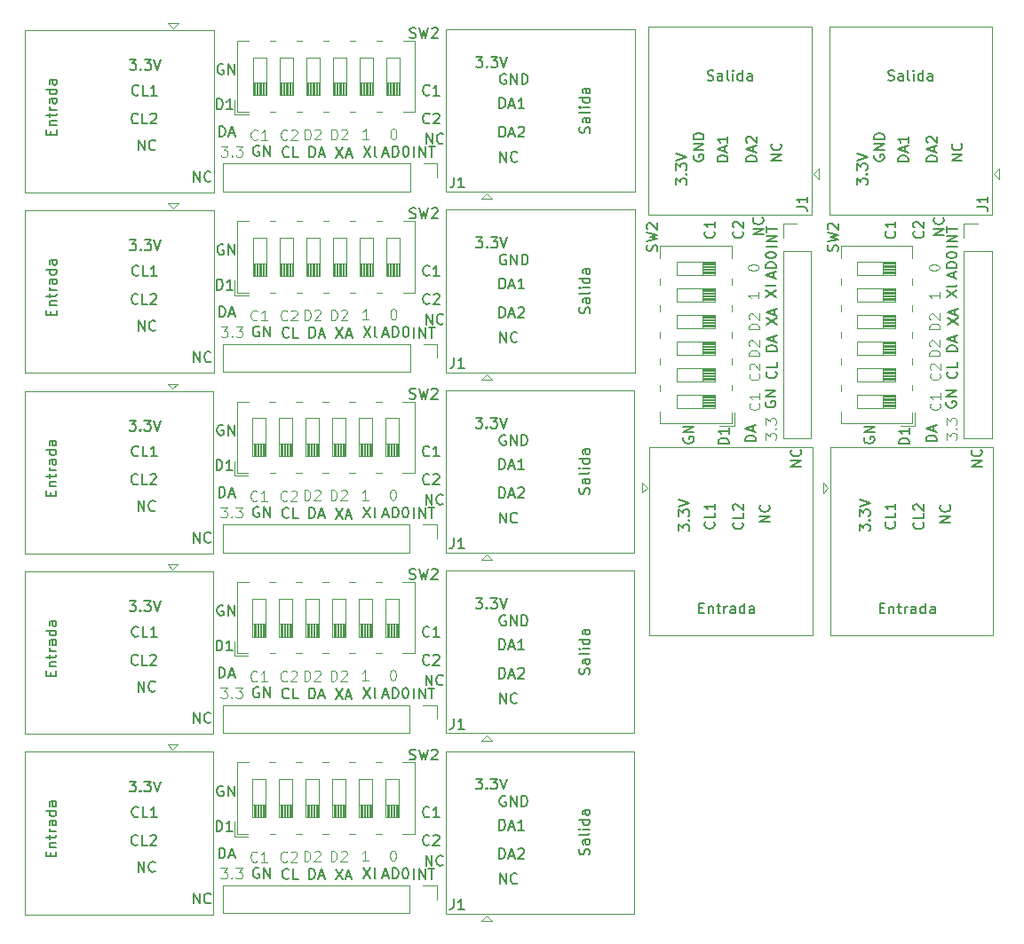
<source format=gbr>
%TF.GenerationSoftware,KiCad,Pcbnew,(6.0.1)*%
%TF.CreationDate,2022-05-21T12:22:48-05:00*%
%TF.ProjectId,modulo,6d6f6475-6c6f-42e6-9b69-6361645f7063,rev?*%
%TF.SameCoordinates,Original*%
%TF.FileFunction,Legend,Top*%
%TF.FilePolarity,Positive*%
%FSLAX46Y46*%
G04 Gerber Fmt 4.6, Leading zero omitted, Abs format (unit mm)*
G04 Created by KiCad (PCBNEW (6.0.1)) date 2022-05-21 12:22:48*
%MOMM*%
%LPD*%
G01*
G04 APERTURE LIST*
%ADD10C,0.150000*%
%ADD11C,0.125000*%
%ADD12C,0.120000*%
G04 APERTURE END LIST*
D10*
X80491104Y-102255580D02*
X80491104Y-101255580D01*
X80729200Y-101255580D01*
X80872057Y-101303200D01*
X80967295Y-101398438D01*
X81014914Y-101493676D01*
X81062533Y-101684152D01*
X81062533Y-101827009D01*
X81014914Y-102017485D01*
X80967295Y-102112723D01*
X80872057Y-102207961D01*
X80729200Y-102255580D01*
X80491104Y-102255580D01*
X82014914Y-102255580D02*
X81443485Y-102255580D01*
X81729200Y-102255580D02*
X81729200Y-101255580D01*
X81633961Y-101398438D01*
X81538723Y-101493676D01*
X81443485Y-101541295D01*
X96372514Y-123712266D02*
X96848704Y-123712266D01*
X96277276Y-123997980D02*
X96610609Y-122997980D01*
X96943942Y-123997980D01*
X97277276Y-123997980D02*
X97277276Y-122997980D01*
X97515371Y-122997980D01*
X97658228Y-123045600D01*
X97753466Y-123140838D01*
X97801085Y-123236076D01*
X97848704Y-123426552D01*
X97848704Y-123569409D01*
X97801085Y-123759885D01*
X97753466Y-123855123D01*
X97658228Y-123950361D01*
X97515371Y-123997980D01*
X97277276Y-123997980D01*
X98467752Y-122997980D02*
X98562990Y-122997980D01*
X98658228Y-123045600D01*
X98705847Y-123093219D01*
X98753466Y-123188457D01*
X98801085Y-123378933D01*
X98801085Y-123617028D01*
X98753466Y-123807504D01*
X98705847Y-123902742D01*
X98658228Y-123950361D01*
X98562990Y-123997980D01*
X98467752Y-123997980D01*
X98372514Y-123950361D01*
X98324895Y-123902742D01*
X98277276Y-123807504D01*
X98229657Y-123617028D01*
X98229657Y-123378933D01*
X98277276Y-123188457D01*
X98324895Y-123093219D01*
X98372514Y-123045600D01*
X98467752Y-122997980D01*
X100458685Y-88337563D02*
X100458685Y-87337563D01*
X101030114Y-88337563D01*
X101030114Y-87337563D01*
X102077733Y-88242325D02*
X102030114Y-88289944D01*
X101887257Y-88337563D01*
X101792019Y-88337563D01*
X101649161Y-88289944D01*
X101553923Y-88194706D01*
X101506304Y-88099468D01*
X101458685Y-87908992D01*
X101458685Y-87766135D01*
X101506304Y-87575659D01*
X101553923Y-87480421D01*
X101649161Y-87385183D01*
X101792019Y-87337563D01*
X101887257Y-87337563D01*
X102030114Y-87385183D01*
X102077733Y-87432802D01*
X96372514Y-89271049D02*
X96848704Y-89271049D01*
X96277276Y-89556763D02*
X96610609Y-88556763D01*
X96943942Y-89556763D01*
X97277276Y-89556763D02*
X97277276Y-88556763D01*
X97515371Y-88556763D01*
X97658228Y-88604383D01*
X97753466Y-88699621D01*
X97801085Y-88794859D01*
X97848704Y-88985335D01*
X97848704Y-89128192D01*
X97801085Y-89318668D01*
X97753466Y-89413906D01*
X97658228Y-89509144D01*
X97515371Y-89556763D01*
X97277276Y-89556763D01*
X98467752Y-88556763D02*
X98562990Y-88556763D01*
X98658228Y-88604383D01*
X98705847Y-88652002D01*
X98753466Y-88747240D01*
X98801085Y-88937716D01*
X98801085Y-89175811D01*
X98753466Y-89366287D01*
X98705847Y-89461525D01*
X98658228Y-89509144D01*
X98562990Y-89556763D01*
X98467752Y-89556763D01*
X98372514Y-89509144D01*
X98324895Y-89461525D01*
X98277276Y-89366287D01*
X98229657Y-89175811D01*
X98229657Y-88937716D01*
X98277276Y-88747240D01*
X98324895Y-88652002D01*
X98372514Y-88604383D01*
X98467752Y-88556763D01*
X132857800Y-78493904D02*
X132810180Y-78589142D01*
X132810180Y-78732000D01*
X132857800Y-78874857D01*
X132953038Y-78970095D01*
X133048276Y-79017714D01*
X133238752Y-79065333D01*
X133381609Y-79065333D01*
X133572085Y-79017714D01*
X133667323Y-78970095D01*
X133762561Y-78874857D01*
X133810180Y-78732000D01*
X133810180Y-78636761D01*
X133762561Y-78493904D01*
X133714942Y-78446285D01*
X133381609Y-78446285D01*
X133381609Y-78636761D01*
X133810180Y-78017714D02*
X132810180Y-78017714D01*
X133810180Y-77446285D01*
X132810180Y-77446285D01*
D11*
X88873104Y-87931163D02*
X88873104Y-86931163D01*
X89111200Y-86931163D01*
X89254057Y-86978783D01*
X89349295Y-87074021D01*
X89396914Y-87169259D01*
X89444533Y-87359735D01*
X89444533Y-87502592D01*
X89396914Y-87693068D01*
X89349295Y-87788306D01*
X89254057Y-87883544D01*
X89111200Y-87931163D01*
X88873104Y-87931163D01*
X89825485Y-87026402D02*
X89873104Y-86978783D01*
X89968342Y-86931163D01*
X90206438Y-86931163D01*
X90301676Y-86978783D01*
X90349295Y-87026402D01*
X90396914Y-87121640D01*
X90396914Y-87216878D01*
X90349295Y-87359735D01*
X89777866Y-87931163D01*
X90396914Y-87931163D01*
D10*
X107545242Y-72842380D02*
X107545242Y-71842380D01*
X108116671Y-72842380D01*
X108116671Y-71842380D01*
X109164290Y-72747142D02*
X109116671Y-72794761D01*
X108973814Y-72842380D01*
X108878576Y-72842380D01*
X108735718Y-72794761D01*
X108640480Y-72699523D01*
X108592861Y-72604285D01*
X108545242Y-72413809D01*
X108545242Y-72270952D01*
X108592861Y-72080476D01*
X108640480Y-71985238D01*
X108735718Y-71890000D01*
X108878576Y-71842380D01*
X108973814Y-71842380D01*
X109116671Y-71890000D01*
X109164290Y-71937619D01*
X130608342Y-90030228D02*
X130655961Y-90077847D01*
X130703580Y-90220704D01*
X130703580Y-90315942D01*
X130655961Y-90458800D01*
X130560723Y-90554038D01*
X130465485Y-90601657D01*
X130275009Y-90649276D01*
X130132152Y-90649276D01*
X129941676Y-90601657D01*
X129846438Y-90554038D01*
X129751200Y-90458800D01*
X129703580Y-90315942D01*
X129703580Y-90220704D01*
X129751200Y-90077847D01*
X129798819Y-90030228D01*
X130703580Y-89125466D02*
X130703580Y-89601657D01*
X129703580Y-89601657D01*
X129798819Y-88839752D02*
X129751200Y-88792133D01*
X129703580Y-88696895D01*
X129703580Y-88458800D01*
X129751200Y-88363561D01*
X129798819Y-88315942D01*
X129894057Y-88268323D01*
X129989295Y-88268323D01*
X130132152Y-88315942D01*
X130703580Y-88887371D01*
X130703580Y-88268323D01*
X89327123Y-89607563D02*
X89327123Y-88607563D01*
X89565219Y-88607563D01*
X89708076Y-88655183D01*
X89803314Y-88750421D01*
X89850933Y-88845659D01*
X89898552Y-89036135D01*
X89898552Y-89178992D01*
X89850933Y-89369468D01*
X89803314Y-89464706D01*
X89708076Y-89559944D01*
X89565219Y-89607563D01*
X89327123Y-89607563D01*
X90279504Y-89321849D02*
X90755695Y-89321849D01*
X90184266Y-89607563D02*
X90517600Y-88607563D01*
X90850933Y-89607563D01*
X73063171Y-49175942D02*
X73015552Y-49223561D01*
X72872695Y-49271180D01*
X72777457Y-49271180D01*
X72634600Y-49223561D01*
X72539361Y-49128323D01*
X72491742Y-49033085D01*
X72444123Y-48842609D01*
X72444123Y-48699752D01*
X72491742Y-48509276D01*
X72539361Y-48414038D01*
X72634600Y-48318800D01*
X72777457Y-48271180D01*
X72872695Y-48271180D01*
X73015552Y-48318800D01*
X73063171Y-48366419D01*
X73967933Y-49271180D02*
X73491742Y-49271180D01*
X73491742Y-48271180D01*
X74825076Y-49271180D02*
X74253647Y-49271180D01*
X74539361Y-49271180D02*
X74539361Y-48271180D01*
X74444123Y-48414038D01*
X74348885Y-48509276D01*
X74253647Y-48556895D01*
X107469090Y-70454780D02*
X107469090Y-69454780D01*
X107707185Y-69454780D01*
X107850042Y-69502400D01*
X107945280Y-69597638D01*
X107992899Y-69692876D01*
X108040518Y-69883352D01*
X108040518Y-70026209D01*
X107992899Y-70216685D01*
X107945280Y-70311923D01*
X107850042Y-70407161D01*
X107707185Y-70454780D01*
X107469090Y-70454780D01*
X108421471Y-70169066D02*
X108897661Y-70169066D01*
X108326233Y-70454780D02*
X108659566Y-69454780D01*
X108992899Y-70454780D01*
X109278614Y-69550019D02*
X109326233Y-69502400D01*
X109421471Y-69454780D01*
X109659566Y-69454780D01*
X109754804Y-69502400D01*
X109802423Y-69550019D01*
X109850042Y-69645257D01*
X109850042Y-69740495D01*
X109802423Y-69883352D01*
X109230995Y-70454780D01*
X109850042Y-70454780D01*
X73037771Y-100839542D02*
X72990152Y-100887161D01*
X72847295Y-100934780D01*
X72752057Y-100934780D01*
X72609200Y-100887161D01*
X72513961Y-100791923D01*
X72466342Y-100696685D01*
X72418723Y-100506209D01*
X72418723Y-100363352D01*
X72466342Y-100172876D01*
X72513961Y-100077638D01*
X72609200Y-99982400D01*
X72752057Y-99934780D01*
X72847295Y-99934780D01*
X72990152Y-99982400D01*
X73037771Y-100030019D01*
X73942533Y-100934780D02*
X73466342Y-100934780D01*
X73466342Y-99934780D01*
X74799676Y-100934780D02*
X74228247Y-100934780D01*
X74513961Y-100934780D02*
X74513961Y-99934780D01*
X74418723Y-100077638D01*
X74323485Y-100172876D01*
X74228247Y-100220495D01*
D11*
X84389890Y-70664342D02*
X84342271Y-70711961D01*
X84199414Y-70759580D01*
X84104176Y-70759580D01*
X83961318Y-70711961D01*
X83866080Y-70616723D01*
X83818461Y-70521485D01*
X83770842Y-70331009D01*
X83770842Y-70188152D01*
X83818461Y-69997676D01*
X83866080Y-69902438D01*
X83961318Y-69807200D01*
X84104176Y-69759580D01*
X84199414Y-69759580D01*
X84342271Y-69807200D01*
X84389890Y-69854819D01*
X85342271Y-70759580D02*
X84770842Y-70759580D01*
X85056557Y-70759580D02*
X85056557Y-69759580D01*
X84961318Y-69902438D01*
X84866080Y-69997676D01*
X84770842Y-70045295D01*
X91438504Y-53487580D02*
X91438504Y-52487580D01*
X91676600Y-52487580D01*
X91819457Y-52535200D01*
X91914695Y-52630438D01*
X91962314Y-52725676D01*
X92009933Y-52916152D01*
X92009933Y-53059009D01*
X91962314Y-53249485D01*
X91914695Y-53344723D01*
X91819457Y-53439961D01*
X91676600Y-53487580D01*
X91438504Y-53487580D01*
X92390885Y-52582819D02*
X92438504Y-52535200D01*
X92533742Y-52487580D01*
X92771838Y-52487580D01*
X92867076Y-52535200D01*
X92914695Y-52582819D01*
X92962314Y-52678057D01*
X92962314Y-52773295D01*
X92914695Y-52916152D01*
X92343266Y-53487580D01*
X92962314Y-53487580D01*
D10*
X108051695Y-81703383D02*
X107956457Y-81655763D01*
X107813600Y-81655763D01*
X107670742Y-81703383D01*
X107575504Y-81798621D01*
X107527885Y-81893859D01*
X107480266Y-82084335D01*
X107480266Y-82227192D01*
X107527885Y-82417668D01*
X107575504Y-82512906D01*
X107670742Y-82608144D01*
X107813600Y-82655763D01*
X107908838Y-82655763D01*
X108051695Y-82608144D01*
X108099314Y-82560525D01*
X108099314Y-82227192D01*
X107908838Y-82227192D01*
X108527885Y-82655763D02*
X108527885Y-81655763D01*
X109099314Y-82655763D01*
X109099314Y-81655763D01*
X109575504Y-82655763D02*
X109575504Y-81655763D01*
X109813600Y-81655763D01*
X109956457Y-81703383D01*
X110051695Y-81798621D01*
X110099314Y-81893859D01*
X110146933Y-82084335D01*
X110146933Y-82227192D01*
X110099314Y-82417668D01*
X110051695Y-82512906D01*
X109956457Y-82608144D01*
X109813600Y-82655763D01*
X109575504Y-82655763D01*
X108077052Y-64481000D02*
X107981814Y-64433380D01*
X107838957Y-64433380D01*
X107696099Y-64481000D01*
X107600861Y-64576238D01*
X107553242Y-64671476D01*
X107505623Y-64861952D01*
X107505623Y-65004809D01*
X107553242Y-65195285D01*
X107600861Y-65290523D01*
X107696099Y-65385761D01*
X107838957Y-65433380D01*
X107934195Y-65433380D01*
X108077052Y-65385761D01*
X108124671Y-65338142D01*
X108124671Y-65004809D01*
X107934195Y-65004809D01*
X108553242Y-65433380D02*
X108553242Y-64433380D01*
X109124671Y-65433380D01*
X109124671Y-64433380D01*
X109600861Y-65433380D02*
X109600861Y-64433380D01*
X109838957Y-64433380D01*
X109981814Y-64481000D01*
X110077052Y-64576238D01*
X110124671Y-64671476D01*
X110172290Y-64861952D01*
X110172290Y-65004809D01*
X110124671Y-65195285D01*
X110077052Y-65290523D01*
X109981814Y-65385761D01*
X109838957Y-65433380D01*
X109600861Y-65433380D01*
D11*
X149401157Y-68044073D02*
X149401157Y-68615502D01*
X149401157Y-68329788D02*
X148401157Y-68329788D01*
X148544015Y-68425026D01*
X148639253Y-68520264D01*
X148686872Y-68615502D01*
D10*
X127915942Y-62244266D02*
X127963561Y-62291885D01*
X128011180Y-62434742D01*
X128011180Y-62529980D01*
X127963561Y-62672838D01*
X127868323Y-62768076D01*
X127773085Y-62815695D01*
X127582609Y-62863314D01*
X127439752Y-62863314D01*
X127249276Y-62815695D01*
X127154038Y-62768076D01*
X127058800Y-62672838D01*
X127011180Y-62529980D01*
X127011180Y-62434742D01*
X127058800Y-62291885D01*
X127106419Y-62244266D01*
X128011180Y-61291885D02*
X128011180Y-61863314D01*
X128011180Y-61577600D02*
X127011180Y-61577600D01*
X127154038Y-61672838D01*
X127249276Y-61768076D01*
X127296895Y-61863314D01*
X146454757Y-55577254D02*
X145454757Y-55577254D01*
X145454757Y-55339159D01*
X145502377Y-55196302D01*
X145597615Y-55101064D01*
X145692853Y-55053445D01*
X145883329Y-55005826D01*
X146026186Y-55005826D01*
X146216662Y-55053445D01*
X146311900Y-55101064D01*
X146407138Y-55196302D01*
X146454757Y-55339159D01*
X146454757Y-55577254D01*
X146169043Y-54624873D02*
X146169043Y-54148683D01*
X146454757Y-54720111D02*
X145454757Y-54386778D01*
X146454757Y-54053445D01*
X146454757Y-53196302D02*
X146454757Y-53767730D01*
X146454757Y-53482016D02*
X145454757Y-53482016D01*
X145597615Y-53577254D01*
X145692853Y-53672492D01*
X145740472Y-53767730D01*
X100772933Y-100839542D02*
X100725314Y-100887161D01*
X100582457Y-100934780D01*
X100487219Y-100934780D01*
X100344361Y-100887161D01*
X100249123Y-100791923D01*
X100201504Y-100696685D01*
X100153885Y-100506209D01*
X100153885Y-100363352D01*
X100201504Y-100172876D01*
X100249123Y-100077638D01*
X100344361Y-99982400D01*
X100487219Y-99934780D01*
X100582457Y-99934780D01*
X100725314Y-99982400D01*
X100772933Y-100030019D01*
X101725314Y-100934780D02*
X101153885Y-100934780D01*
X101439600Y-100934780D02*
X101439600Y-99934780D01*
X101344361Y-100077638D01*
X101249123Y-100172876D01*
X101153885Y-100220495D01*
X105203809Y-80022363D02*
X105822857Y-80022363D01*
X105489523Y-80403316D01*
X105632380Y-80403316D01*
X105727619Y-80450935D01*
X105775238Y-80498554D01*
X105822857Y-80593792D01*
X105822857Y-80831887D01*
X105775238Y-80927125D01*
X105727619Y-80974744D01*
X105632380Y-81022363D01*
X105346666Y-81022363D01*
X105251428Y-80974744D01*
X105203809Y-80927125D01*
X106251428Y-80927125D02*
X106299047Y-80974744D01*
X106251428Y-81022363D01*
X106203809Y-80974744D01*
X106251428Y-80927125D01*
X106251428Y-81022363D01*
X106632380Y-80022363D02*
X107251428Y-80022363D01*
X106918095Y-80403316D01*
X107060952Y-80403316D01*
X107156190Y-80450935D01*
X107203809Y-80498554D01*
X107251428Y-80593792D01*
X107251428Y-80831887D01*
X107203809Y-80927125D01*
X107156190Y-80974744D01*
X107060952Y-81022363D01*
X106775238Y-81022363D01*
X106680000Y-80974744D01*
X106632380Y-80927125D01*
X107537142Y-80022363D02*
X107870476Y-81022363D01*
X108203809Y-80022363D01*
X105229166Y-62799980D02*
X105848214Y-62799980D01*
X105514880Y-63180933D01*
X105657737Y-63180933D01*
X105752976Y-63228552D01*
X105800595Y-63276171D01*
X105848214Y-63371409D01*
X105848214Y-63609504D01*
X105800595Y-63704742D01*
X105752976Y-63752361D01*
X105657737Y-63799980D01*
X105372023Y-63799980D01*
X105276785Y-63752361D01*
X105229166Y-63704742D01*
X106276785Y-63704742D02*
X106324404Y-63752361D01*
X106276785Y-63799980D01*
X106229166Y-63752361D01*
X106276785Y-63704742D01*
X106276785Y-63799980D01*
X106657737Y-62799980D02*
X107276785Y-62799980D01*
X106943452Y-63180933D01*
X107086309Y-63180933D01*
X107181547Y-63228552D01*
X107229166Y-63276171D01*
X107276785Y-63371409D01*
X107276785Y-63609504D01*
X107229166Y-63704742D01*
X107181547Y-63752361D01*
X107086309Y-63799980D01*
X106800595Y-63799980D01*
X106705357Y-63752361D01*
X106657737Y-63704742D01*
X107562499Y-62799980D02*
X107895833Y-63799980D01*
X108229166Y-62799980D01*
X107443733Y-102153980D02*
X107443733Y-101153980D01*
X107681828Y-101153980D01*
X107824685Y-101201600D01*
X107919923Y-101296838D01*
X107967542Y-101392076D01*
X108015161Y-101582552D01*
X108015161Y-101725409D01*
X107967542Y-101915885D01*
X107919923Y-102011123D01*
X107824685Y-102106361D01*
X107681828Y-102153980D01*
X107443733Y-102153980D01*
X108396114Y-101868266D02*
X108872304Y-101868266D01*
X108300876Y-102153980D02*
X108634209Y-101153980D01*
X108967542Y-102153980D01*
X109824685Y-102153980D02*
X109253257Y-102153980D01*
X109538971Y-102153980D02*
X109538971Y-101153980D01*
X109443733Y-101296838D01*
X109348495Y-101392076D01*
X109253257Y-101439695D01*
X105229209Y-45578780D02*
X105848257Y-45578780D01*
X105514923Y-45959733D01*
X105657780Y-45959733D01*
X105753019Y-46007352D01*
X105800638Y-46054971D01*
X105848257Y-46150209D01*
X105848257Y-46388304D01*
X105800638Y-46483542D01*
X105753019Y-46531161D01*
X105657780Y-46578780D01*
X105372066Y-46578780D01*
X105276828Y-46531161D01*
X105229209Y-46483542D01*
X106276828Y-46483542D02*
X106324447Y-46531161D01*
X106276828Y-46578780D01*
X106229209Y-46531161D01*
X106276828Y-46483542D01*
X106276828Y-46578780D01*
X106657780Y-45578780D02*
X107276828Y-45578780D01*
X106943495Y-45959733D01*
X107086352Y-45959733D01*
X107181590Y-46007352D01*
X107229209Y-46054971D01*
X107276828Y-46150209D01*
X107276828Y-46388304D01*
X107229209Y-46483542D01*
X107181590Y-46531161D01*
X107086352Y-46578780D01*
X106800638Y-46578780D01*
X106705400Y-46531161D01*
X106657780Y-46483542D01*
X107562542Y-45578780D02*
X107895876Y-46578780D01*
X108229209Y-45578780D01*
X89327123Y-106827580D02*
X89327123Y-105827580D01*
X89565219Y-105827580D01*
X89708076Y-105875200D01*
X89803314Y-105970438D01*
X89850933Y-106065676D01*
X89898552Y-106256152D01*
X89898552Y-106399009D01*
X89850933Y-106589485D01*
X89803314Y-106684723D01*
X89708076Y-106779961D01*
X89565219Y-106827580D01*
X89327123Y-106827580D01*
X90279504Y-106541866D02*
X90755695Y-106541866D01*
X90184266Y-106827580D02*
X90517600Y-105827580D01*
X90850933Y-106827580D01*
X73026685Y-106167180D02*
X73026685Y-105167180D01*
X73598114Y-106167180D01*
X73598114Y-105167180D01*
X74645733Y-106071942D02*
X74598114Y-106119561D01*
X74455257Y-106167180D01*
X74360019Y-106167180D01*
X74217161Y-106119561D01*
X74121923Y-106024323D01*
X74074304Y-105929085D01*
X74026685Y-105738609D01*
X74026685Y-105595752D01*
X74074304Y-105405276D01*
X74121923Y-105310038D01*
X74217161Y-105214800D01*
X74360019Y-105167180D01*
X74455257Y-105167180D01*
X74598114Y-105214800D01*
X74645733Y-105262419D01*
D11*
X91438461Y-70708780D02*
X91438461Y-69708780D01*
X91676557Y-69708780D01*
X91819414Y-69756400D01*
X91914652Y-69851638D01*
X91962271Y-69946876D01*
X92009890Y-70137352D01*
X92009890Y-70280209D01*
X91962271Y-70470685D01*
X91914652Y-70565923D01*
X91819414Y-70661161D01*
X91676557Y-70708780D01*
X91438461Y-70708780D01*
X92390842Y-69804019D02*
X92438461Y-69756400D01*
X92533699Y-69708780D01*
X92771795Y-69708780D01*
X92867033Y-69756400D01*
X92914652Y-69804019D01*
X92962271Y-69899257D01*
X92962271Y-69994495D01*
X92914652Y-70137352D01*
X92343223Y-70708780D01*
X92962271Y-70708780D01*
D10*
X87407718Y-72289942D02*
X87360099Y-72337561D01*
X87217242Y-72385180D01*
X87122004Y-72385180D01*
X86979147Y-72337561D01*
X86883909Y-72242323D01*
X86836290Y-72147085D01*
X86788671Y-71956609D01*
X86788671Y-71813752D01*
X86836290Y-71623276D01*
X86883909Y-71528038D01*
X86979147Y-71432800D01*
X87122004Y-71385180D01*
X87217242Y-71385180D01*
X87360099Y-71432800D01*
X87407718Y-71480419D01*
X88312480Y-72385180D02*
X87836290Y-72385180D01*
X87836290Y-71385180D01*
X72986971Y-103531942D02*
X72939352Y-103579561D01*
X72796495Y-103627180D01*
X72701257Y-103627180D01*
X72558400Y-103579561D01*
X72463161Y-103484323D01*
X72415542Y-103389085D01*
X72367923Y-103198609D01*
X72367923Y-103055752D01*
X72415542Y-102865276D01*
X72463161Y-102770038D01*
X72558400Y-102674800D01*
X72701257Y-102627180D01*
X72796495Y-102627180D01*
X72939352Y-102674800D01*
X72986971Y-102722419D01*
X73891733Y-103627180D02*
X73415542Y-103627180D01*
X73415542Y-102627180D01*
X74177447Y-102722419D02*
X74225066Y-102674800D01*
X74320304Y-102627180D01*
X74558400Y-102627180D01*
X74653638Y-102674800D01*
X74701257Y-102722419D01*
X74748876Y-102817657D01*
X74748876Y-102912895D01*
X74701257Y-103055752D01*
X74129828Y-103627180D01*
X74748876Y-103627180D01*
X129230380Y-55573466D02*
X128230380Y-55573466D01*
X128230380Y-55335371D01*
X128278000Y-55192514D01*
X128373238Y-55097276D01*
X128468476Y-55049657D01*
X128658952Y-55002038D01*
X128801809Y-55002038D01*
X128992285Y-55049657D01*
X129087523Y-55097276D01*
X129182761Y-55192514D01*
X129230380Y-55335371D01*
X129230380Y-55573466D01*
X128944666Y-54621085D02*
X128944666Y-54144895D01*
X129230380Y-54716323D02*
X128230380Y-54382990D01*
X129230380Y-54049657D01*
X129230380Y-53192514D02*
X129230380Y-53763942D01*
X129230380Y-53478228D02*
X128230380Y-53478228D01*
X128373238Y-53573466D01*
X128468476Y-53668704D01*
X128516095Y-53763942D01*
X84523295Y-123002600D02*
X84428057Y-122954980D01*
X84285200Y-122954980D01*
X84142342Y-123002600D01*
X84047104Y-123097838D01*
X83999485Y-123193076D01*
X83951866Y-123383552D01*
X83951866Y-123526409D01*
X83999485Y-123716885D01*
X84047104Y-123812123D01*
X84142342Y-123907361D01*
X84285200Y-123954980D01*
X84380438Y-123954980D01*
X84523295Y-123907361D01*
X84570914Y-123859742D01*
X84570914Y-123526409D01*
X84380438Y-123526409D01*
X84999485Y-123954980D02*
X84999485Y-122954980D01*
X85570914Y-123954980D01*
X85570914Y-122954980D01*
X72986971Y-120753142D02*
X72939352Y-120800761D01*
X72796495Y-120848380D01*
X72701257Y-120848380D01*
X72558400Y-120800761D01*
X72463161Y-120705523D01*
X72415542Y-120610285D01*
X72367923Y-120419809D01*
X72367923Y-120276952D01*
X72415542Y-120086476D01*
X72463161Y-119991238D01*
X72558400Y-119896000D01*
X72701257Y-119848380D01*
X72796495Y-119848380D01*
X72939352Y-119896000D01*
X72986971Y-119943619D01*
X73891733Y-120848380D02*
X73415542Y-120848380D01*
X73415542Y-119848380D01*
X74177447Y-119943619D02*
X74225066Y-119896000D01*
X74320304Y-119848380D01*
X74558400Y-119848380D01*
X74653638Y-119896000D01*
X74701257Y-119943619D01*
X74748876Y-120038857D01*
X74748876Y-120134095D01*
X74701257Y-120276952D01*
X74129828Y-120848380D01*
X74748876Y-120848380D01*
X84548695Y-54117800D02*
X84453457Y-54070180D01*
X84310600Y-54070180D01*
X84167742Y-54117800D01*
X84072504Y-54213038D01*
X84024885Y-54308276D01*
X83977266Y-54498752D01*
X83977266Y-54641609D01*
X84024885Y-54832085D01*
X84072504Y-54927323D01*
X84167742Y-55022561D01*
X84310600Y-55070180D01*
X84405838Y-55070180D01*
X84548695Y-55022561D01*
X84596314Y-54974942D01*
X84596314Y-54641609D01*
X84405838Y-54641609D01*
X85024885Y-55070180D02*
X85024885Y-54070180D01*
X85596314Y-55070180D01*
X85596314Y-54070180D01*
X73037771Y-83619525D02*
X72990152Y-83667144D01*
X72847295Y-83714763D01*
X72752057Y-83714763D01*
X72609200Y-83667144D01*
X72513961Y-83571906D01*
X72466342Y-83476668D01*
X72418723Y-83286192D01*
X72418723Y-83143335D01*
X72466342Y-82952859D01*
X72513961Y-82857621D01*
X72609200Y-82762383D01*
X72752057Y-82714763D01*
X72847295Y-82714763D01*
X72990152Y-82762383D01*
X73037771Y-82810002D01*
X73942533Y-83714763D02*
X73466342Y-83714763D01*
X73466342Y-82714763D01*
X74799676Y-83714763D02*
X74228247Y-83714763D01*
X74513961Y-83714763D02*
X74513961Y-82714763D01*
X74418723Y-82857621D01*
X74323485Y-82952859D01*
X74228247Y-83000478D01*
X141543157Y-57817178D02*
X141543157Y-57198130D01*
X141924110Y-57531464D01*
X141924110Y-57388607D01*
X141971729Y-57293368D01*
X142019348Y-57245749D01*
X142114586Y-57198130D01*
X142352681Y-57198130D01*
X142447919Y-57245749D01*
X142495538Y-57293368D01*
X142543157Y-57388607D01*
X142543157Y-57674321D01*
X142495538Y-57769559D01*
X142447919Y-57817178D01*
X142447919Y-56769559D02*
X142495538Y-56721940D01*
X142543157Y-56769559D01*
X142495538Y-56817178D01*
X142447919Y-56769559D01*
X142543157Y-56769559D01*
X141543157Y-56388607D02*
X141543157Y-55769559D01*
X141924110Y-56102892D01*
X141924110Y-55960035D01*
X141971729Y-55864797D01*
X142019348Y-55817178D01*
X142114586Y-55769559D01*
X142352681Y-55769559D01*
X142447919Y-55817178D01*
X142495538Y-55864797D01*
X142543157Y-55960035D01*
X142543157Y-56245749D01*
X142495538Y-56340988D01*
X142447919Y-56388607D01*
X141543157Y-55483845D02*
X142543157Y-55150511D01*
X141543157Y-54817178D01*
X73063128Y-66397142D02*
X73015509Y-66444761D01*
X72872652Y-66492380D01*
X72777414Y-66492380D01*
X72634557Y-66444761D01*
X72539318Y-66349523D01*
X72491699Y-66254285D01*
X72444080Y-66063809D01*
X72444080Y-65920952D01*
X72491699Y-65730476D01*
X72539318Y-65635238D01*
X72634557Y-65540000D01*
X72777414Y-65492380D01*
X72872652Y-65492380D01*
X73015509Y-65540000D01*
X73063128Y-65587619D01*
X73967890Y-66492380D02*
X73491699Y-66492380D01*
X73491699Y-65492380D01*
X74825033Y-66492380D02*
X74253604Y-66492380D01*
X74539318Y-66492380D02*
X74539318Y-65492380D01*
X74444080Y-65635238D01*
X74348842Y-65730476D01*
X74253604Y-65778095D01*
D11*
X148401157Y-65735807D02*
X148401157Y-65640568D01*
X148448777Y-65545330D01*
X148496396Y-65497711D01*
X148591634Y-65450092D01*
X148782110Y-65402473D01*
X149020205Y-65402473D01*
X149210681Y-65450092D01*
X149305919Y-65497711D01*
X149353538Y-65545330D01*
X149401157Y-65640568D01*
X149401157Y-65735807D01*
X149353538Y-65831045D01*
X149305919Y-65878664D01*
X149210681Y-65926283D01*
X149020205Y-65973902D01*
X148782110Y-65973902D01*
X148591634Y-65926283D01*
X148496396Y-65878664D01*
X148448777Y-65831045D01*
X148401157Y-65735807D01*
D10*
X124572780Y-90833390D02*
X124572780Y-90214342D01*
X124953733Y-90547676D01*
X124953733Y-90404819D01*
X125001352Y-90309580D01*
X125048971Y-90261961D01*
X125144209Y-90214342D01*
X125382304Y-90214342D01*
X125477542Y-90261961D01*
X125525161Y-90309580D01*
X125572780Y-90404819D01*
X125572780Y-90690533D01*
X125525161Y-90785771D01*
X125477542Y-90833390D01*
X125477542Y-89785771D02*
X125525161Y-89738152D01*
X125572780Y-89785771D01*
X125525161Y-89833390D01*
X125477542Y-89785771D01*
X125572780Y-89785771D01*
X124572780Y-89404819D02*
X124572780Y-88785771D01*
X124953733Y-89119104D01*
X124953733Y-88976247D01*
X125001352Y-88881009D01*
X125048971Y-88833390D01*
X125144209Y-88785771D01*
X125382304Y-88785771D01*
X125477542Y-88833390D01*
X125525161Y-88881009D01*
X125572780Y-88976247D01*
X125572780Y-89261961D01*
X125525161Y-89357200D01*
X125477542Y-89404819D01*
X124572780Y-88500057D02*
X125572780Y-88166723D01*
X124572780Y-87833390D01*
X133567466Y-66644685D02*
X133567466Y-66168495D01*
X133853180Y-66739923D02*
X132853180Y-66406590D01*
X133853180Y-66073257D01*
X133853180Y-65739923D02*
X132853180Y-65739923D01*
X132853180Y-65501828D01*
X132900800Y-65358971D01*
X132996038Y-65263733D01*
X133091276Y-65216114D01*
X133281752Y-65168495D01*
X133424609Y-65168495D01*
X133615085Y-65216114D01*
X133710323Y-65263733D01*
X133805561Y-65358971D01*
X133853180Y-65501828D01*
X133853180Y-65739923D01*
X132853180Y-64549447D02*
X132853180Y-64454209D01*
X132900800Y-64358971D01*
X132948419Y-64311352D01*
X133043657Y-64263733D01*
X133234133Y-64216114D01*
X133472228Y-64216114D01*
X133662704Y-64263733D01*
X133757942Y-64311352D01*
X133805561Y-64358971D01*
X133853180Y-64454209D01*
X133853180Y-64549447D01*
X133805561Y-64644685D01*
X133757942Y-64692304D01*
X133662704Y-64739923D01*
X133472228Y-64787542D01*
X133234133Y-64787542D01*
X133043657Y-64739923D01*
X132948419Y-64692304D01*
X132900800Y-64644685D01*
X132853180Y-64549447D01*
X130608342Y-62244266D02*
X130655961Y-62291885D01*
X130703580Y-62434742D01*
X130703580Y-62529980D01*
X130655961Y-62672838D01*
X130560723Y-62768076D01*
X130465485Y-62815695D01*
X130275009Y-62863314D01*
X130132152Y-62863314D01*
X129941676Y-62815695D01*
X129846438Y-62768076D01*
X129751200Y-62672838D01*
X129703580Y-62529980D01*
X129703580Y-62434742D01*
X129751200Y-62291885D01*
X129798819Y-62244266D01*
X129798819Y-61863314D02*
X129751200Y-61815695D01*
X129703580Y-61720457D01*
X129703580Y-61482361D01*
X129751200Y-61387123D01*
X129798819Y-61339504D01*
X129894057Y-61291885D01*
X129989295Y-61291885D01*
X130132152Y-61339504D01*
X130703580Y-61910933D01*
X130703580Y-61291885D01*
X151128357Y-63697349D02*
X150128357Y-63697349D01*
X151128357Y-63221159D02*
X150128357Y-63221159D01*
X151128357Y-62649730D01*
X150128357Y-62649730D01*
X150128357Y-62316397D02*
X150128357Y-61744968D01*
X151128357Y-62030683D02*
X150128357Y-62030683D01*
X107443733Y-104897180D02*
X107443733Y-103897180D01*
X107681828Y-103897180D01*
X107824685Y-103944800D01*
X107919923Y-104040038D01*
X107967542Y-104135276D01*
X108015161Y-104325752D01*
X108015161Y-104468609D01*
X107967542Y-104659085D01*
X107919923Y-104754323D01*
X107824685Y-104849561D01*
X107681828Y-104897180D01*
X107443733Y-104897180D01*
X108396114Y-104611466D02*
X108872304Y-104611466D01*
X108300876Y-104897180D02*
X108634209Y-103897180D01*
X108967542Y-104897180D01*
X109253257Y-103992419D02*
X109300876Y-103944800D01*
X109396114Y-103897180D01*
X109634209Y-103897180D01*
X109729447Y-103944800D01*
X109777066Y-103992419D01*
X109824685Y-104087657D01*
X109824685Y-104182895D01*
X109777066Y-104325752D01*
X109205638Y-104897180D01*
X109824685Y-104897180D01*
X100458685Y-122778780D02*
X100458685Y-121778780D01*
X101030114Y-122778780D01*
X101030114Y-121778780D01*
X102077733Y-122683542D02*
X102030114Y-122731161D01*
X101887257Y-122778780D01*
X101792019Y-122778780D01*
X101649161Y-122731161D01*
X101553923Y-122635923D01*
X101506304Y-122540685D01*
X101458685Y-122350209D01*
X101458685Y-122207352D01*
X101506304Y-122016876D01*
X101553923Y-121921638D01*
X101649161Y-121826400D01*
X101792019Y-121778780D01*
X101887257Y-121778780D01*
X102030114Y-121826400D01*
X102077733Y-121874019D01*
X131973580Y-55573466D02*
X130973580Y-55573466D01*
X130973580Y-55335371D01*
X131021200Y-55192514D01*
X131116438Y-55097276D01*
X131211676Y-55049657D01*
X131402152Y-55002038D01*
X131545009Y-55002038D01*
X131735485Y-55049657D01*
X131830723Y-55097276D01*
X131925961Y-55192514D01*
X131973580Y-55335371D01*
X131973580Y-55573466D01*
X131687866Y-54621085D02*
X131687866Y-54144895D01*
X131973580Y-54716323D02*
X130973580Y-54382990D01*
X131973580Y-54049657D01*
X131068819Y-53763942D02*
X131021200Y-53716323D01*
X130973580Y-53621085D01*
X130973580Y-53382990D01*
X131021200Y-53287752D01*
X131068819Y-53240133D01*
X131164057Y-53192514D01*
X131259295Y-53192514D01*
X131402152Y-53240133D01*
X131973580Y-53811561D01*
X131973580Y-53192514D01*
D11*
X94976914Y-105100380D02*
X94405485Y-105100380D01*
X94691200Y-105100380D02*
X94691200Y-104100380D01*
X94595961Y-104243238D01*
X94500723Y-104338476D01*
X94405485Y-104386095D01*
D10*
X81145052Y-63523600D02*
X81049814Y-63475980D01*
X80906957Y-63475980D01*
X80764099Y-63523600D01*
X80668861Y-63618838D01*
X80621242Y-63714076D01*
X80573623Y-63904552D01*
X80573623Y-64047409D01*
X80621242Y-64237885D01*
X80668861Y-64333123D01*
X80764099Y-64428361D01*
X80906957Y-64475980D01*
X81002195Y-64475980D01*
X81145052Y-64428361D01*
X81192671Y-64380742D01*
X81192671Y-64047409D01*
X81002195Y-64047409D01*
X81621242Y-64475980D02*
X81621242Y-63475980D01*
X82192671Y-64475980D01*
X82192671Y-63475980D01*
D11*
X97310537Y-69657980D02*
X97405776Y-69657980D01*
X97501014Y-69705600D01*
X97548633Y-69753219D01*
X97596252Y-69848457D01*
X97643871Y-70038933D01*
X97643871Y-70277028D01*
X97596252Y-70467504D01*
X97548633Y-70562742D01*
X97501014Y-70610361D01*
X97405776Y-70657980D01*
X97310537Y-70657980D01*
X97215299Y-70610361D01*
X97167680Y-70562742D01*
X97120061Y-70467504D01*
X97072442Y-70277028D01*
X97072442Y-70038933D01*
X97120061Y-69848457D01*
X97167680Y-69753219D01*
X97215299Y-69705600D01*
X97310537Y-69657980D01*
X94976914Y-87880363D02*
X94405485Y-87880363D01*
X94691200Y-87880363D02*
X94691200Y-86880363D01*
X94595961Y-87023221D01*
X94500723Y-87118459D01*
X94405485Y-87166078D01*
D10*
X80767280Y-70403980D02*
X80767280Y-69403980D01*
X81005376Y-69403980D01*
X81148233Y-69451600D01*
X81243471Y-69546838D01*
X81291090Y-69642076D01*
X81338709Y-69832552D01*
X81338709Y-69975409D01*
X81291090Y-70165885D01*
X81243471Y-70261123D01*
X81148233Y-70356361D01*
X81005376Y-70403980D01*
X80767280Y-70403980D01*
X81719661Y-70118266D02*
X82195852Y-70118266D01*
X81624423Y-70403980D02*
X81957757Y-69403980D01*
X82291090Y-70403980D01*
X73026685Y-123388380D02*
X73026685Y-122388380D01*
X73598114Y-123388380D01*
X73598114Y-122388380D01*
X74645733Y-123293142D02*
X74598114Y-123340761D01*
X74455257Y-123388380D01*
X74360019Y-123388380D01*
X74217161Y-123340761D01*
X74121923Y-123245523D01*
X74074304Y-123150285D01*
X74026685Y-122959809D01*
X74026685Y-122816952D01*
X74074304Y-122626476D01*
X74121923Y-122531238D01*
X74217161Y-122436000D01*
X74360019Y-122388380D01*
X74455257Y-122388380D01*
X74598114Y-122436000D01*
X74645733Y-122483619D01*
X132633980Y-62558514D02*
X131633980Y-62558514D01*
X132633980Y-61987085D01*
X131633980Y-61987085D01*
X132538742Y-60939466D02*
X132586361Y-60987085D01*
X132633980Y-61129942D01*
X132633980Y-61225180D01*
X132586361Y-61368038D01*
X132491123Y-61463276D01*
X132395885Y-61510895D01*
X132205409Y-61558514D01*
X132062552Y-61558514D01*
X131872076Y-61510895D01*
X131776838Y-61463276D01*
X131681600Y-61368038D01*
X131633980Y-61225180D01*
X131633980Y-61129942D01*
X131681600Y-60987085D01*
X131729219Y-60939466D01*
D11*
X132227580Y-71604095D02*
X131227580Y-71604095D01*
X131227580Y-71366000D01*
X131275200Y-71223142D01*
X131370438Y-71127904D01*
X131465676Y-71080285D01*
X131656152Y-71032666D01*
X131799009Y-71032666D01*
X131989485Y-71080285D01*
X132084723Y-71127904D01*
X132179961Y-71223142D01*
X132227580Y-71366000D01*
X132227580Y-71604095D01*
X131322819Y-70651714D02*
X131275200Y-70604095D01*
X131227580Y-70508857D01*
X131227580Y-70270761D01*
X131275200Y-70175523D01*
X131322819Y-70127904D01*
X131418057Y-70080285D01*
X131513295Y-70080285D01*
X131656152Y-70127904D01*
X132227580Y-70699333D01*
X132227580Y-70080285D01*
D10*
X80516504Y-50591980D02*
X80516504Y-49591980D01*
X80754600Y-49591980D01*
X80897457Y-49639600D01*
X80992695Y-49734838D01*
X81040314Y-49830076D01*
X81087933Y-50020552D01*
X81087933Y-50163409D01*
X81040314Y-50353885D01*
X80992695Y-50449123D01*
X80897457Y-50544361D01*
X80754600Y-50591980D01*
X80516504Y-50591980D01*
X82040314Y-50591980D02*
X81468885Y-50591980D01*
X81754600Y-50591980D02*
X81754600Y-49591980D01*
X81659361Y-49734838D01*
X81564123Y-49830076D01*
X81468885Y-49877695D01*
D11*
X80892780Y-122997980D02*
X81511828Y-122997980D01*
X81178495Y-123378933D01*
X81321352Y-123378933D01*
X81416590Y-123426552D01*
X81464209Y-123474171D01*
X81511828Y-123569409D01*
X81511828Y-123807504D01*
X81464209Y-123902742D01*
X81416590Y-123950361D01*
X81321352Y-123997980D01*
X81035638Y-123997980D01*
X80940400Y-123950361D01*
X80892780Y-123902742D01*
X81940400Y-123902742D02*
X81988019Y-123950361D01*
X81940400Y-123997980D01*
X81892780Y-123950361D01*
X81940400Y-123902742D01*
X81940400Y-123997980D01*
X82321352Y-122997980D02*
X82940400Y-122997980D01*
X82607066Y-123378933D01*
X82749923Y-123378933D01*
X82845161Y-123426552D01*
X82892780Y-123474171D01*
X82940400Y-123569409D01*
X82940400Y-123807504D01*
X82892780Y-123902742D01*
X82845161Y-123950361D01*
X82749923Y-123997980D01*
X82464209Y-123997980D01*
X82368971Y-123950361D01*
X82321352Y-123902742D01*
X87209333Y-105106742D02*
X87161714Y-105154361D01*
X87018857Y-105201980D01*
X86923619Y-105201980D01*
X86780761Y-105154361D01*
X86685523Y-105059123D01*
X86637904Y-104963885D01*
X86590285Y-104773409D01*
X86590285Y-104630552D01*
X86637904Y-104440076D01*
X86685523Y-104344838D01*
X86780761Y-104249600D01*
X86923619Y-104201980D01*
X87018857Y-104201980D01*
X87161714Y-104249600D01*
X87209333Y-104297219D01*
X87590285Y-104297219D02*
X87637904Y-104249600D01*
X87733142Y-104201980D01*
X87971238Y-104201980D01*
X88066476Y-104249600D01*
X88114095Y-104297219D01*
X88161714Y-104392457D01*
X88161714Y-104487695D01*
X88114095Y-104630552D01*
X87542666Y-105201980D01*
X88161714Y-105201980D01*
D10*
X151585557Y-55501102D02*
X150585557Y-55501102D01*
X151585557Y-54929673D01*
X150585557Y-54929673D01*
X151490319Y-53882054D02*
X151537938Y-53929673D01*
X151585557Y-54072530D01*
X151585557Y-54167768D01*
X151537938Y-54310626D01*
X151442700Y-54405864D01*
X151347462Y-54453483D01*
X151156986Y-54501102D01*
X151014129Y-54501102D01*
X150823653Y-54453483D01*
X150728415Y-54405864D01*
X150633177Y-54310626D01*
X150585557Y-54167768D01*
X150585557Y-54072530D01*
X150633177Y-53929673D01*
X150680796Y-53882054D01*
X84523295Y-88561383D02*
X84428057Y-88513763D01*
X84285200Y-88513763D01*
X84142342Y-88561383D01*
X84047104Y-88656621D01*
X83999485Y-88751859D01*
X83951866Y-88942335D01*
X83951866Y-89085192D01*
X83999485Y-89275668D01*
X84047104Y-89370906D01*
X84142342Y-89466144D01*
X84285200Y-89513763D01*
X84380438Y-89513763D01*
X84523295Y-89466144D01*
X84570914Y-89418525D01*
X84570914Y-89085192D01*
X84380438Y-89085192D01*
X84999485Y-89513763D02*
X84999485Y-88513763D01*
X85570914Y-89513763D01*
X85570914Y-88513763D01*
X99349038Y-55163980D02*
X99349038Y-54163980D01*
X99825228Y-55163980D02*
X99825228Y-54163980D01*
X100396657Y-55163980D01*
X100396657Y-54163980D01*
X100729990Y-54163980D02*
X101301419Y-54163980D01*
X101015704Y-55163980D02*
X101015704Y-54163980D01*
X100484085Y-53893980D02*
X100484085Y-52893980D01*
X101055514Y-53893980D01*
X101055514Y-52893980D01*
X102103133Y-53798742D02*
X102055514Y-53846361D01*
X101912657Y-53893980D01*
X101817419Y-53893980D01*
X101674561Y-53846361D01*
X101579323Y-53751123D01*
X101531704Y-53655885D01*
X101484085Y-53465409D01*
X101484085Y-53322552D01*
X101531704Y-53132076D01*
X101579323Y-53036838D01*
X101674561Y-52941600D01*
X101817419Y-52893980D01*
X101912657Y-52893980D01*
X102055514Y-52941600D01*
X102103133Y-52989219D01*
D11*
X91413104Y-105151180D02*
X91413104Y-104151180D01*
X91651200Y-104151180D01*
X91794057Y-104198800D01*
X91889295Y-104294038D01*
X91936914Y-104389276D01*
X91984533Y-104579752D01*
X91984533Y-104722609D01*
X91936914Y-104913085D01*
X91889295Y-105008323D01*
X91794057Y-105103561D01*
X91651200Y-105151180D01*
X91413104Y-105151180D01*
X92365485Y-104246419D02*
X92413104Y-104198800D01*
X92508342Y-104151180D01*
X92746438Y-104151180D01*
X92841676Y-104198800D01*
X92889295Y-104246419D01*
X92936914Y-104341657D01*
X92936914Y-104436895D01*
X92889295Y-104579752D01*
X92317866Y-105151180D01*
X92936914Y-105151180D01*
D10*
X134361180Y-55497314D02*
X133361180Y-55497314D01*
X134361180Y-54925885D01*
X133361180Y-54925885D01*
X134265942Y-53878266D02*
X134313561Y-53925885D01*
X134361180Y-54068742D01*
X134361180Y-54163980D01*
X134313561Y-54306838D01*
X134218323Y-54402076D01*
X134123085Y-54449695D01*
X133932609Y-54497314D01*
X133789752Y-54497314D01*
X133599276Y-54449695D01*
X133504038Y-54402076D01*
X133408800Y-54306838D01*
X133361180Y-54163980D01*
X133361180Y-54068742D01*
X133408800Y-53925885D01*
X133456419Y-53878266D01*
X99323638Y-106827580D02*
X99323638Y-105827580D01*
X99799828Y-106827580D02*
X99799828Y-105827580D01*
X100371257Y-106827580D01*
X100371257Y-105827580D01*
X100704590Y-105827580D02*
X101276019Y-105827580D01*
X100990304Y-106827580D02*
X100990304Y-105827580D01*
X80741923Y-87626363D02*
X80741923Y-86626363D01*
X80980019Y-86626363D01*
X81122876Y-86673983D01*
X81218114Y-86769221D01*
X81265733Y-86864459D01*
X81313352Y-87054935D01*
X81313352Y-87197792D01*
X81265733Y-87388268D01*
X81218114Y-87483506D01*
X81122876Y-87578744D01*
X80980019Y-87626363D01*
X80741923Y-87626363D01*
X81694304Y-87340649D02*
X82170495Y-87340649D01*
X81599066Y-87626363D02*
X81932400Y-86626363D01*
X82265733Y-87626363D01*
D11*
X132183142Y-75807866D02*
X132230761Y-75855485D01*
X132278380Y-75998342D01*
X132278380Y-76093580D01*
X132230761Y-76236438D01*
X132135523Y-76331676D01*
X132040285Y-76379295D01*
X131849809Y-76426914D01*
X131706952Y-76426914D01*
X131516476Y-76379295D01*
X131421238Y-76331676D01*
X131326000Y-76236438D01*
X131278380Y-76093580D01*
X131278380Y-75998342D01*
X131326000Y-75855485D01*
X131373619Y-75807866D01*
X131373619Y-75426914D02*
X131326000Y-75379295D01*
X131278380Y-75284057D01*
X131278380Y-75045961D01*
X131326000Y-74950723D01*
X131373619Y-74903104D01*
X131468857Y-74855485D01*
X131564095Y-74855485D01*
X131706952Y-74903104D01*
X132278380Y-75474533D01*
X132278380Y-74855485D01*
D10*
X78309885Y-109164380D02*
X78309885Y-108164380D01*
X78881314Y-109164380D01*
X78881314Y-108164380D01*
X79928933Y-109069142D02*
X79881314Y-109116761D01*
X79738457Y-109164380D01*
X79643219Y-109164380D01*
X79500361Y-109116761D01*
X79405123Y-109021523D01*
X79357504Y-108926285D01*
X79309885Y-108735809D01*
X79309885Y-108592952D01*
X79357504Y-108402476D01*
X79405123Y-108307238D01*
X79500361Y-108212000D01*
X79643219Y-108164380D01*
X79738457Y-108164380D01*
X79881314Y-108212000D01*
X79928933Y-108259619D01*
X133903980Y-63693561D02*
X132903980Y-63693561D01*
X133903980Y-63217371D02*
X132903980Y-63217371D01*
X133903980Y-62645942D01*
X132903980Y-62645942D01*
X132903980Y-62312609D02*
X132903980Y-61741180D01*
X133903980Y-62026895D02*
X132903980Y-62026895D01*
X100772933Y-120753142D02*
X100725314Y-120800761D01*
X100582457Y-120848380D01*
X100487219Y-120848380D01*
X100344361Y-120800761D01*
X100249123Y-120705523D01*
X100201504Y-120610285D01*
X100153885Y-120419809D01*
X100153885Y-120276952D01*
X100201504Y-120086476D01*
X100249123Y-119991238D01*
X100344361Y-119896000D01*
X100487219Y-119848380D01*
X100582457Y-119848380D01*
X100725314Y-119896000D01*
X100772933Y-119943619D01*
X101153885Y-119943619D02*
X101201504Y-119896000D01*
X101296742Y-119848380D01*
X101534838Y-119848380D01*
X101630076Y-119896000D01*
X101677695Y-119943619D01*
X101725314Y-120038857D01*
X101725314Y-120134095D01*
X101677695Y-120276952D01*
X101106266Y-120848380D01*
X101725314Y-120848380D01*
X78335242Y-74721980D02*
X78335242Y-73721980D01*
X78906671Y-74721980D01*
X78906671Y-73721980D01*
X79954290Y-74626742D02*
X79906671Y-74674361D01*
X79763814Y-74721980D01*
X79668576Y-74721980D01*
X79525718Y-74674361D01*
X79430480Y-74579123D01*
X79382861Y-74483885D01*
X79335242Y-74293409D01*
X79335242Y-74150552D01*
X79382861Y-73960076D01*
X79430480Y-73864838D01*
X79525718Y-73769600D01*
X79668576Y-73721980D01*
X79763814Y-73721980D01*
X79906671Y-73769600D01*
X79954290Y-73817219D01*
X107545285Y-55621180D02*
X107545285Y-54621180D01*
X108116714Y-55621180D01*
X108116714Y-54621180D01*
X109164333Y-55525942D02*
X109116714Y-55573561D01*
X108973857Y-55621180D01*
X108878619Y-55621180D01*
X108735761Y-55573561D01*
X108640523Y-55478323D01*
X108592904Y-55383085D01*
X108545285Y-55192609D01*
X108545285Y-55049752D01*
X108592904Y-54859276D01*
X108640523Y-54764038D01*
X108735761Y-54668800D01*
X108878619Y-54621180D01*
X108973857Y-54621180D01*
X109116714Y-54668800D01*
X109164333Y-54716419D01*
X94502361Y-88556763D02*
X95169028Y-89556763D01*
X95169028Y-88556763D02*
X94502361Y-89556763D01*
X95692838Y-89556763D02*
X95597600Y-89509144D01*
X95549980Y-89413906D01*
X95549980Y-88556763D01*
X150082177Y-78497692D02*
X150034557Y-78592930D01*
X150034557Y-78735788D01*
X150082177Y-78878645D01*
X150177415Y-78973883D01*
X150272653Y-79021502D01*
X150463129Y-79069121D01*
X150605986Y-79069121D01*
X150796462Y-79021502D01*
X150891700Y-78973883D01*
X150986938Y-78878645D01*
X151034557Y-78735788D01*
X151034557Y-78640549D01*
X150986938Y-78497692D01*
X150939319Y-78450073D01*
X150605986Y-78450073D01*
X150605986Y-78640549D01*
X151034557Y-78021502D02*
X150034557Y-78021502D01*
X151034557Y-77450073D01*
X150034557Y-77450073D01*
X107443733Y-119375180D02*
X107443733Y-118375180D01*
X107681828Y-118375180D01*
X107824685Y-118422800D01*
X107919923Y-118518038D01*
X107967542Y-118613276D01*
X108015161Y-118803752D01*
X108015161Y-118946609D01*
X107967542Y-119137085D01*
X107919923Y-119232323D01*
X107824685Y-119327561D01*
X107681828Y-119375180D01*
X107443733Y-119375180D01*
X108396114Y-119089466D02*
X108872304Y-119089466D01*
X108300876Y-119375180D02*
X108634209Y-118375180D01*
X108967542Y-119375180D01*
X109824685Y-119375180D02*
X109253257Y-119375180D01*
X109538971Y-119375180D02*
X109538971Y-118375180D01*
X109443733Y-118518038D01*
X109348495Y-118613276D01*
X109253257Y-118660895D01*
X151128357Y-73693864D02*
X150128357Y-73693864D01*
X150128357Y-73455768D01*
X150175977Y-73312911D01*
X150271215Y-73217673D01*
X150366453Y-73170054D01*
X150556929Y-73122435D01*
X150699786Y-73122435D01*
X150890262Y-73170054D01*
X150985500Y-73217673D01*
X151080738Y-73312911D01*
X151128357Y-73455768D01*
X151128357Y-73693864D01*
X150842643Y-72741483D02*
X150842643Y-72265292D01*
X151128357Y-72836721D02*
X150128357Y-72503388D01*
X151128357Y-72170054D01*
D11*
X132853180Y-82124419D02*
X132853180Y-81505371D01*
X133234133Y-81838704D01*
X133234133Y-81695847D01*
X133281752Y-81600609D01*
X133329371Y-81552990D01*
X133424609Y-81505371D01*
X133662704Y-81505371D01*
X133757942Y-81552990D01*
X133805561Y-81600609D01*
X133853180Y-81695847D01*
X133853180Y-81981561D01*
X133805561Y-82076800D01*
X133757942Y-82124419D01*
X133757942Y-81076800D02*
X133805561Y-81029180D01*
X133853180Y-81076800D01*
X133805561Y-81124419D01*
X133757942Y-81076800D01*
X133853180Y-81076800D01*
X132853180Y-80695847D02*
X132853180Y-80076800D01*
X133234133Y-80410133D01*
X133234133Y-80267276D01*
X133281752Y-80172038D01*
X133329371Y-80124419D01*
X133424609Y-80076800D01*
X133662704Y-80076800D01*
X133757942Y-80124419D01*
X133805561Y-80172038D01*
X133853180Y-80267276D01*
X133853180Y-80552990D01*
X133805561Y-80648228D01*
X133757942Y-80695847D01*
D10*
X107519885Y-124505980D02*
X107519885Y-123505980D01*
X108091314Y-124505980D01*
X108091314Y-123505980D01*
X109138933Y-124410742D02*
X109091314Y-124458361D01*
X108948457Y-124505980D01*
X108853219Y-124505980D01*
X108710361Y-124458361D01*
X108615123Y-124363123D01*
X108567504Y-124267885D01*
X108519885Y-124077409D01*
X108519885Y-123934552D01*
X108567504Y-123744076D01*
X108615123Y-123648838D01*
X108710361Y-123553600D01*
X108853219Y-123505980D01*
X108948457Y-123505980D01*
X109091314Y-123553600D01*
X109138933Y-123601219D01*
X84523295Y-105781400D02*
X84428057Y-105733780D01*
X84285200Y-105733780D01*
X84142342Y-105781400D01*
X84047104Y-105876638D01*
X83999485Y-105971876D01*
X83951866Y-106162352D01*
X83951866Y-106305209D01*
X83999485Y-106495685D01*
X84047104Y-106590923D01*
X84142342Y-106686161D01*
X84285200Y-106733780D01*
X84380438Y-106733780D01*
X84523295Y-106686161D01*
X84570914Y-106638542D01*
X84570914Y-106305209D01*
X84380438Y-106305209D01*
X84999485Y-106733780D02*
X84999485Y-105733780D01*
X85570914Y-106733780D01*
X85570914Y-105733780D01*
X87382361Y-123953542D02*
X87334742Y-124001161D01*
X87191885Y-124048780D01*
X87096647Y-124048780D01*
X86953790Y-124001161D01*
X86858552Y-123905923D01*
X86810933Y-123810685D01*
X86763314Y-123620209D01*
X86763314Y-123477352D01*
X86810933Y-123286876D01*
X86858552Y-123191638D01*
X86953790Y-123096400D01*
X87096647Y-123048780D01*
X87191885Y-123048780D01*
X87334742Y-123096400D01*
X87382361Y-123144019D01*
X88287123Y-124048780D02*
X87810933Y-124048780D01*
X87810933Y-123048780D01*
X129331980Y-82526095D02*
X128331980Y-82526095D01*
X128331980Y-82288000D01*
X128379600Y-82145142D01*
X128474838Y-82049904D01*
X128570076Y-82002285D01*
X128760552Y-81954666D01*
X128903409Y-81954666D01*
X129093885Y-82002285D01*
X129189123Y-82049904D01*
X129284361Y-82145142D01*
X129331980Y-82288000D01*
X129331980Y-82526095D01*
X129331980Y-81002285D02*
X129331980Y-81573714D01*
X129331980Y-81288000D02*
X128331980Y-81288000D01*
X128474838Y-81383238D01*
X128570076Y-81478476D01*
X128617695Y-81573714D01*
D11*
X97285180Y-121321580D02*
X97380419Y-121321580D01*
X97475657Y-121369200D01*
X97523276Y-121416819D01*
X97570895Y-121512057D01*
X97618514Y-121702533D01*
X97618514Y-121940628D01*
X97570895Y-122131104D01*
X97523276Y-122226342D01*
X97475657Y-122273961D01*
X97380419Y-122321580D01*
X97285180Y-122321580D01*
X97189942Y-122273961D01*
X97142323Y-122226342D01*
X97094704Y-122131104D01*
X97047085Y-121940628D01*
X97047085Y-121702533D01*
X97094704Y-121512057D01*
X97142323Y-121416819D01*
X97189942Y-121369200D01*
X97285180Y-121321580D01*
D10*
X87382361Y-89512325D02*
X87334742Y-89559944D01*
X87191885Y-89607563D01*
X87096647Y-89607563D01*
X86953790Y-89559944D01*
X86858552Y-89464706D01*
X86810933Y-89369468D01*
X86763314Y-89178992D01*
X86763314Y-89036135D01*
X86810933Y-88845659D01*
X86858552Y-88750421D01*
X86953790Y-88655183D01*
X87096647Y-88607563D01*
X87191885Y-88607563D01*
X87334742Y-88655183D01*
X87382361Y-88702802D01*
X88287123Y-89607563D02*
X87810933Y-89607563D01*
X87810933Y-88607563D01*
X131922780Y-82275276D02*
X130922780Y-82275276D01*
X130922780Y-82037180D01*
X130970400Y-81894323D01*
X131065638Y-81799085D01*
X131160876Y-81751466D01*
X131351352Y-81703847D01*
X131494209Y-81703847D01*
X131684685Y-81751466D01*
X131779923Y-81799085D01*
X131875161Y-81894323D01*
X131922780Y-82037180D01*
X131922780Y-82275276D01*
X131637066Y-81322895D02*
X131637066Y-80846704D01*
X131922780Y-81418133D02*
X130922780Y-81084800D01*
X131922780Y-80751466D01*
D11*
X87234733Y-53443142D02*
X87187114Y-53490761D01*
X87044257Y-53538380D01*
X86949019Y-53538380D01*
X86806161Y-53490761D01*
X86710923Y-53395523D01*
X86663304Y-53300285D01*
X86615685Y-53109809D01*
X86615685Y-52966952D01*
X86663304Y-52776476D01*
X86710923Y-52681238D01*
X86806161Y-52586000D01*
X86949019Y-52538380D01*
X87044257Y-52538380D01*
X87187114Y-52586000D01*
X87234733Y-52633619D01*
X87615685Y-52633619D02*
X87663304Y-52586000D01*
X87758542Y-52538380D01*
X87996638Y-52538380D01*
X88091876Y-52586000D01*
X88139495Y-52633619D01*
X88187114Y-52728857D01*
X88187114Y-52824095D01*
X88139495Y-52966952D01*
X87568066Y-53538380D01*
X88187114Y-53538380D01*
X97310580Y-52436780D02*
X97405819Y-52436780D01*
X97501057Y-52484400D01*
X97548676Y-52532019D01*
X97596295Y-52627257D01*
X97643914Y-52817733D01*
X97643914Y-53055828D01*
X97596295Y-53246304D01*
X97548676Y-53341542D01*
X97501057Y-53389161D01*
X97405819Y-53436780D01*
X97310580Y-53436780D01*
X97215342Y-53389161D01*
X97167723Y-53341542D01*
X97120104Y-53246304D01*
X97072485Y-53055828D01*
X97072485Y-52817733D01*
X97120104Y-52627257D01*
X97167723Y-52532019D01*
X97215342Y-52484400D01*
X97310580Y-52436780D01*
D10*
X80516461Y-67813180D02*
X80516461Y-66813180D01*
X80754557Y-66813180D01*
X80897414Y-66860800D01*
X80992652Y-66956038D01*
X81040271Y-67051276D01*
X81087890Y-67241752D01*
X81087890Y-67384609D01*
X81040271Y-67575085D01*
X80992652Y-67670323D01*
X80897414Y-67765561D01*
X80754557Y-67813180D01*
X80516461Y-67813180D01*
X82040271Y-67813180D02*
X81468842Y-67813180D01*
X81754557Y-67813180D02*
X81754557Y-66813180D01*
X81659318Y-66956038D01*
X81564080Y-67051276D01*
X81468842Y-67098895D01*
X73052085Y-54503580D02*
X73052085Y-53503580D01*
X73623514Y-54503580D01*
X73623514Y-53503580D01*
X74671133Y-54408342D02*
X74623514Y-54455961D01*
X74480657Y-54503580D01*
X74385419Y-54503580D01*
X74242561Y-54455961D01*
X74147323Y-54360723D01*
X74099704Y-54265485D01*
X74052085Y-54075009D01*
X74052085Y-53932152D01*
X74099704Y-53741676D01*
X74147323Y-53646438D01*
X74242561Y-53551200D01*
X74385419Y-53503580D01*
X74480657Y-53503580D01*
X74623514Y-53551200D01*
X74671133Y-53598819D01*
X108051695Y-98923400D02*
X107956457Y-98875780D01*
X107813600Y-98875780D01*
X107670742Y-98923400D01*
X107575504Y-99018638D01*
X107527885Y-99113876D01*
X107480266Y-99304352D01*
X107480266Y-99447209D01*
X107527885Y-99637685D01*
X107575504Y-99732923D01*
X107670742Y-99828161D01*
X107813600Y-99875780D01*
X107908838Y-99875780D01*
X108051695Y-99828161D01*
X108099314Y-99780542D01*
X108099314Y-99447209D01*
X107908838Y-99447209D01*
X108527885Y-99875780D02*
X108527885Y-98875780D01*
X109099314Y-99875780D01*
X109099314Y-98875780D01*
X109575504Y-99875780D02*
X109575504Y-98875780D01*
X109813600Y-98875780D01*
X109956457Y-98923400D01*
X110051695Y-99018638D01*
X110099314Y-99113876D01*
X110146933Y-99304352D01*
X110146933Y-99447209D01*
X110099314Y-99637685D01*
X110051695Y-99732923D01*
X109956457Y-99828161D01*
X109813600Y-99875780D01*
X109575504Y-99875780D01*
X151033119Y-75638626D02*
X151080738Y-75686245D01*
X151128357Y-75829102D01*
X151128357Y-75924340D01*
X151080738Y-76067197D01*
X150985500Y-76162435D01*
X150890262Y-76210054D01*
X150699786Y-76257673D01*
X150556929Y-76257673D01*
X150366453Y-76210054D01*
X150271215Y-76162435D01*
X150175977Y-76067197D01*
X150128357Y-75924340D01*
X150128357Y-75829102D01*
X150175977Y-75686245D01*
X150223596Y-75638626D01*
X151128357Y-74733864D02*
X151128357Y-75210054D01*
X150128357Y-75210054D01*
X149197957Y-55577254D02*
X148197957Y-55577254D01*
X148197957Y-55339159D01*
X148245577Y-55196302D01*
X148340815Y-55101064D01*
X148436053Y-55053445D01*
X148626529Y-55005826D01*
X148769386Y-55005826D01*
X148959862Y-55053445D01*
X149055100Y-55101064D01*
X149150338Y-55196302D01*
X149197957Y-55339159D01*
X149197957Y-55577254D01*
X148912243Y-54624873D02*
X148912243Y-54148683D01*
X149197957Y-54720111D02*
X148197957Y-54386778D01*
X149197957Y-54053445D01*
X148293196Y-53767730D02*
X148245577Y-53720111D01*
X148197957Y-53624873D01*
X148197957Y-53386778D01*
X148245577Y-53291540D01*
X148293196Y-53243921D01*
X148388434Y-53196302D01*
X148483672Y-53196302D01*
X148626529Y-53243921D01*
X149197957Y-53815349D01*
X149197957Y-53196302D01*
X80491104Y-119476780D02*
X80491104Y-118476780D01*
X80729200Y-118476780D01*
X80872057Y-118524400D01*
X80967295Y-118619638D01*
X81014914Y-118714876D01*
X81062533Y-118905352D01*
X81062533Y-119048209D01*
X81014914Y-119238685D01*
X80967295Y-119333923D01*
X80872057Y-119429161D01*
X80729200Y-119476780D01*
X80491104Y-119476780D01*
X82014914Y-119476780D02*
X81443485Y-119476780D01*
X81729200Y-119476780D02*
X81729200Y-118476780D01*
X81633961Y-118619638D01*
X81538723Y-118714876D01*
X81443485Y-118762495D01*
X80767323Y-53182780D02*
X80767323Y-52182780D01*
X81005419Y-52182780D01*
X81148276Y-52230400D01*
X81243514Y-52325638D01*
X81291133Y-52420876D01*
X81338752Y-52611352D01*
X81338752Y-52754209D01*
X81291133Y-52944685D01*
X81243514Y-53039923D01*
X81148276Y-53135161D01*
X81005419Y-53182780D01*
X80767323Y-53182780D01*
X81719704Y-52897066D02*
X82195895Y-52897066D01*
X81624466Y-53182780D02*
X81957800Y-52182780D01*
X82291133Y-53182780D01*
X141797157Y-90837178D02*
X141797157Y-90218130D01*
X142178110Y-90551464D01*
X142178110Y-90408607D01*
X142225729Y-90313368D01*
X142273348Y-90265749D01*
X142368586Y-90218130D01*
X142606681Y-90218130D01*
X142701919Y-90265749D01*
X142749538Y-90313368D01*
X142797157Y-90408607D01*
X142797157Y-90694321D01*
X142749538Y-90789559D01*
X142701919Y-90837178D01*
X142701919Y-89789559D02*
X142749538Y-89741940D01*
X142797157Y-89789559D01*
X142749538Y-89837178D01*
X142701919Y-89789559D01*
X142797157Y-89789559D01*
X141797157Y-89408607D02*
X141797157Y-88789559D01*
X142178110Y-89122892D01*
X142178110Y-88980035D01*
X142225729Y-88884797D01*
X142273348Y-88837178D01*
X142368586Y-88789559D01*
X142606681Y-88789559D01*
X142701919Y-88837178D01*
X142749538Y-88884797D01*
X142797157Y-88980035D01*
X142797157Y-89265749D01*
X142749538Y-89360988D01*
X142701919Y-89408607D01*
X141797157Y-88503845D02*
X142797157Y-88170511D01*
X141797157Y-87837178D01*
D11*
X80918180Y-54113180D02*
X81537228Y-54113180D01*
X81203895Y-54494133D01*
X81346752Y-54494133D01*
X81441990Y-54541752D01*
X81489609Y-54589371D01*
X81537228Y-54684609D01*
X81537228Y-54922704D01*
X81489609Y-55017942D01*
X81441990Y-55065561D01*
X81346752Y-55113180D01*
X81061038Y-55113180D01*
X80965800Y-55065561D01*
X80918180Y-55017942D01*
X81965800Y-55017942D02*
X82013419Y-55065561D01*
X81965800Y-55113180D01*
X81918180Y-55065561D01*
X81965800Y-55017942D01*
X81965800Y-55113180D01*
X82346752Y-54113180D02*
X82965800Y-54113180D01*
X82632466Y-54494133D01*
X82775323Y-54494133D01*
X82870561Y-54541752D01*
X82918180Y-54589371D01*
X82965800Y-54684609D01*
X82965800Y-54922704D01*
X82918180Y-55017942D01*
X82870561Y-55065561D01*
X82775323Y-55113180D01*
X82489609Y-55113180D01*
X82394371Y-55065561D01*
X82346752Y-55017942D01*
D10*
X142266777Y-81901292D02*
X142219157Y-81996530D01*
X142219157Y-82139388D01*
X142266777Y-82282245D01*
X142362015Y-82377483D01*
X142457253Y-82425102D01*
X142647729Y-82472721D01*
X142790586Y-82472721D01*
X142981062Y-82425102D01*
X143076300Y-82377483D01*
X143171538Y-82282245D01*
X143219157Y-82139388D01*
X143219157Y-82044149D01*
X143171538Y-81901292D01*
X143123919Y-81853673D01*
X142790586Y-81853673D01*
X142790586Y-82044149D01*
X143219157Y-81425102D02*
X142219157Y-81425102D01*
X143219157Y-80853673D01*
X142219157Y-80853673D01*
X73026685Y-88947163D02*
X73026685Y-87947163D01*
X73598114Y-88947163D01*
X73598114Y-87947163D01*
X74645733Y-88851925D02*
X74598114Y-88899544D01*
X74455257Y-88947163D01*
X74360019Y-88947163D01*
X74217161Y-88899544D01*
X74121923Y-88804306D01*
X74074304Y-88709068D01*
X74026685Y-88518592D01*
X74026685Y-88375735D01*
X74074304Y-88185259D01*
X74121923Y-88090021D01*
X74217161Y-87994783D01*
X74360019Y-87947163D01*
X74455257Y-87947163D01*
X74598114Y-87994783D01*
X74645733Y-88042402D01*
X91846495Y-105878380D02*
X92513161Y-106878380D01*
X92513161Y-105878380D02*
X91846495Y-106878380D01*
X92846495Y-106592666D02*
X93322685Y-106592666D01*
X92751257Y-106878380D02*
X93084590Y-105878380D01*
X93417923Y-106878380D01*
D11*
X80892780Y-105776780D02*
X81511828Y-105776780D01*
X81178495Y-106157733D01*
X81321352Y-106157733D01*
X81416590Y-106205352D01*
X81464209Y-106252971D01*
X81511828Y-106348209D01*
X81511828Y-106586304D01*
X81464209Y-106681542D01*
X81416590Y-106729161D01*
X81321352Y-106776780D01*
X81035638Y-106776780D01*
X80940400Y-106729161D01*
X80892780Y-106681542D01*
X81940400Y-106681542D02*
X81988019Y-106729161D01*
X81940400Y-106776780D01*
X81892780Y-106729161D01*
X81940400Y-106681542D01*
X81940400Y-106776780D01*
X82321352Y-105776780D02*
X82940400Y-105776780D01*
X82607066Y-106157733D01*
X82749923Y-106157733D01*
X82845161Y-106205352D01*
X82892780Y-106252971D01*
X82940400Y-106348209D01*
X82940400Y-106586304D01*
X82892780Y-106681542D01*
X82845161Y-106729161D01*
X82749923Y-106776780D01*
X82464209Y-106776780D01*
X82368971Y-106729161D01*
X82321352Y-106681542D01*
D10*
X99323638Y-124048780D02*
X99323638Y-123048780D01*
X99799828Y-124048780D02*
X99799828Y-123048780D01*
X100371257Y-124048780D01*
X100371257Y-123048780D01*
X100704590Y-123048780D02*
X101276019Y-123048780D01*
X100990304Y-124048780D02*
X100990304Y-123048780D01*
D11*
X149407519Y-78656454D02*
X149455138Y-78704073D01*
X149502757Y-78846930D01*
X149502757Y-78942168D01*
X149455138Y-79085026D01*
X149359900Y-79180264D01*
X149264662Y-79227883D01*
X149074186Y-79275502D01*
X148931329Y-79275502D01*
X148740853Y-79227883D01*
X148645615Y-79180264D01*
X148550377Y-79085026D01*
X148502757Y-78942168D01*
X148502757Y-78846930D01*
X148550377Y-78704073D01*
X148597996Y-78656454D01*
X149502757Y-77704073D02*
X149502757Y-78275502D01*
X149502757Y-77989788D02*
X148502757Y-77989788D01*
X148645615Y-78085026D01*
X148740853Y-78180264D01*
X148788472Y-78275502D01*
D10*
X78309885Y-126385580D02*
X78309885Y-125385580D01*
X78881314Y-126385580D01*
X78881314Y-125385580D01*
X79928933Y-126290342D02*
X79881314Y-126337961D01*
X79738457Y-126385580D01*
X79643219Y-126385580D01*
X79500361Y-126337961D01*
X79405123Y-126242723D01*
X79357504Y-126147485D01*
X79309885Y-125957009D01*
X79309885Y-125814152D01*
X79357504Y-125623676D01*
X79405123Y-125528438D01*
X79500361Y-125433200D01*
X79643219Y-125385580D01*
X79738457Y-125385580D01*
X79881314Y-125433200D01*
X79928933Y-125480819D01*
X100772933Y-86311925D02*
X100725314Y-86359544D01*
X100582457Y-86407163D01*
X100487219Y-86407163D01*
X100344361Y-86359544D01*
X100249123Y-86264306D01*
X100201504Y-86169068D01*
X100153885Y-85978592D01*
X100153885Y-85835735D01*
X100201504Y-85645259D01*
X100249123Y-85550021D01*
X100344361Y-85454783D01*
X100487219Y-85407163D01*
X100582457Y-85407163D01*
X100725314Y-85454783D01*
X100772933Y-85502402D01*
X101153885Y-85502402D02*
X101201504Y-85454783D01*
X101296742Y-85407163D01*
X101534838Y-85407163D01*
X101630076Y-85454783D01*
X101677695Y-85502402D01*
X101725314Y-85597640D01*
X101725314Y-85692878D01*
X101677695Y-85835735D01*
X101106266Y-86407163D01*
X101725314Y-86407163D01*
D11*
X87209333Y-122327942D02*
X87161714Y-122375561D01*
X87018857Y-122423180D01*
X86923619Y-122423180D01*
X86780761Y-122375561D01*
X86685523Y-122280323D01*
X86637904Y-122185085D01*
X86590285Y-121994609D01*
X86590285Y-121851752D01*
X86637904Y-121661276D01*
X86685523Y-121566038D01*
X86780761Y-121470800D01*
X86923619Y-121423180D01*
X87018857Y-121423180D01*
X87161714Y-121470800D01*
X87209333Y-121518419D01*
X87590285Y-121518419D02*
X87637904Y-121470800D01*
X87733142Y-121423180D01*
X87971238Y-121423180D01*
X88066476Y-121470800D01*
X88114095Y-121518419D01*
X88161714Y-121613657D01*
X88161714Y-121708895D01*
X88114095Y-121851752D01*
X87542666Y-122423180D01*
X88161714Y-122423180D01*
X88898504Y-53487580D02*
X88898504Y-52487580D01*
X89136600Y-52487580D01*
X89279457Y-52535200D01*
X89374695Y-52630438D01*
X89422314Y-52725676D01*
X89469933Y-52916152D01*
X89469933Y-53059009D01*
X89422314Y-53249485D01*
X89374695Y-53344723D01*
X89279457Y-53439961D01*
X89136600Y-53487580D01*
X88898504Y-53487580D01*
X89850885Y-52582819D02*
X89898504Y-52535200D01*
X89993742Y-52487580D01*
X90231838Y-52487580D01*
X90327076Y-52535200D01*
X90374695Y-52582819D01*
X90422314Y-52678057D01*
X90422314Y-52773295D01*
X90374695Y-52916152D01*
X89803266Y-53487580D01*
X90422314Y-53487580D01*
D10*
X125042400Y-81897504D02*
X124994780Y-81992742D01*
X124994780Y-82135600D01*
X125042400Y-82278457D01*
X125137638Y-82373695D01*
X125232876Y-82421314D01*
X125423352Y-82468933D01*
X125566209Y-82468933D01*
X125756685Y-82421314D01*
X125851923Y-82373695D01*
X125947161Y-82278457D01*
X125994780Y-82135600D01*
X125994780Y-82040361D01*
X125947161Y-81897504D01*
X125899542Y-81849885D01*
X125566209Y-81849885D01*
X125566209Y-82040361D01*
X125994780Y-81421314D02*
X124994780Y-81421314D01*
X125994780Y-80849885D01*
X124994780Y-80849885D01*
X72209166Y-63053980D02*
X72828214Y-63053980D01*
X72494880Y-63434933D01*
X72637737Y-63434933D01*
X72732976Y-63482552D01*
X72780595Y-63530171D01*
X72828214Y-63625409D01*
X72828214Y-63863504D01*
X72780595Y-63958742D01*
X72732976Y-64006361D01*
X72637737Y-64053980D01*
X72352023Y-64053980D01*
X72256785Y-64006361D01*
X72209166Y-63958742D01*
X73256785Y-63958742D02*
X73304404Y-64006361D01*
X73256785Y-64053980D01*
X73209166Y-64006361D01*
X73256785Y-63958742D01*
X73256785Y-64053980D01*
X73637737Y-63053980D02*
X74256785Y-63053980D01*
X73923452Y-63434933D01*
X74066309Y-63434933D01*
X74161547Y-63482552D01*
X74209166Y-63530171D01*
X74256785Y-63625409D01*
X74256785Y-63863504D01*
X74209166Y-63958742D01*
X74161547Y-64006361D01*
X74066309Y-64053980D01*
X73780595Y-64053980D01*
X73685357Y-64006361D01*
X73637737Y-63958742D01*
X74542499Y-63053980D02*
X74875833Y-64053980D01*
X75209166Y-63053980D01*
X73037771Y-118060742D02*
X72990152Y-118108361D01*
X72847295Y-118155980D01*
X72752057Y-118155980D01*
X72609200Y-118108361D01*
X72513961Y-118013123D01*
X72466342Y-117917885D01*
X72418723Y-117727409D01*
X72418723Y-117584552D01*
X72466342Y-117394076D01*
X72513961Y-117298838D01*
X72609200Y-117203600D01*
X72752057Y-117155980D01*
X72847295Y-117155980D01*
X72990152Y-117203600D01*
X73037771Y-117251219D01*
X73942533Y-118155980D02*
X73466342Y-118155980D01*
X73466342Y-117155980D01*
X74799676Y-118155980D02*
X74228247Y-118155980D01*
X74513961Y-118155980D02*
X74513961Y-117155980D01*
X74418723Y-117298838D01*
X74323485Y-117394076D01*
X74228247Y-117441695D01*
D11*
X150077557Y-82128207D02*
X150077557Y-81509159D01*
X150458510Y-81842492D01*
X150458510Y-81699635D01*
X150506129Y-81604397D01*
X150553748Y-81556778D01*
X150648986Y-81509159D01*
X150887081Y-81509159D01*
X150982319Y-81556778D01*
X151029938Y-81604397D01*
X151077557Y-81699635D01*
X151077557Y-81985349D01*
X151029938Y-82080588D01*
X150982319Y-82128207D01*
X150982319Y-81080588D02*
X151029938Y-81032968D01*
X151077557Y-81080588D01*
X151029938Y-81128207D01*
X150982319Y-81080588D01*
X151077557Y-81080588D01*
X150077557Y-80699635D02*
X150077557Y-80080588D01*
X150458510Y-80413921D01*
X150458510Y-80271064D01*
X150506129Y-80175826D01*
X150553748Y-80128207D01*
X150648986Y-80080588D01*
X150887081Y-80080588D01*
X150982319Y-80128207D01*
X151029938Y-80175826D01*
X151077557Y-80271064D01*
X151077557Y-80556778D01*
X151029938Y-80652016D01*
X150982319Y-80699635D01*
D10*
X80741923Y-122067580D02*
X80741923Y-121067580D01*
X80980019Y-121067580D01*
X81122876Y-121115200D01*
X81218114Y-121210438D01*
X81265733Y-121305676D01*
X81313352Y-121496152D01*
X81313352Y-121639009D01*
X81265733Y-121829485D01*
X81218114Y-121924723D01*
X81122876Y-122019961D01*
X80980019Y-122067580D01*
X80741923Y-122067580D01*
X81694304Y-121781866D02*
X82170495Y-121781866D01*
X81599066Y-122067580D02*
X81932400Y-121067580D01*
X82265733Y-122067580D01*
X136240780Y-84707314D02*
X135240780Y-84707314D01*
X136240780Y-84135885D01*
X135240780Y-84135885D01*
X136145542Y-83088266D02*
X136193161Y-83135885D01*
X136240780Y-83278742D01*
X136240780Y-83373980D01*
X136193161Y-83516838D01*
X136097923Y-83612076D01*
X136002685Y-83659695D01*
X135812209Y-83707314D01*
X135669352Y-83707314D01*
X135478876Y-83659695D01*
X135383638Y-83612076D01*
X135288400Y-83516838D01*
X135240780Y-83373980D01*
X135240780Y-83278742D01*
X135288400Y-83135885D01*
X135336019Y-83088266D01*
X132853180Y-68514838D02*
X133853180Y-67848171D01*
X132853180Y-67848171D02*
X133853180Y-68514838D01*
X133853180Y-67324361D02*
X133805561Y-67419600D01*
X133710323Y-67467219D01*
X132853180Y-67467219D01*
X150179157Y-71174492D02*
X151179157Y-70507826D01*
X150179157Y-70507826D02*
X151179157Y-71174492D01*
X150893443Y-70174492D02*
X150893443Y-69698302D01*
X151179157Y-70269730D02*
X150179157Y-69936397D01*
X151179157Y-69603064D01*
X99323638Y-89607563D02*
X99323638Y-88607563D01*
X99799828Y-89607563D02*
X99799828Y-88607563D01*
X100371257Y-89607563D01*
X100371257Y-88607563D01*
X100704590Y-88607563D02*
X101276019Y-88607563D01*
X100990304Y-89607563D02*
X100990304Y-88607563D01*
X89327123Y-124048780D02*
X89327123Y-123048780D01*
X89565219Y-123048780D01*
X89708076Y-123096400D01*
X89803314Y-123191638D01*
X89850933Y-123286876D01*
X89898552Y-123477352D01*
X89898552Y-123620209D01*
X89850933Y-123810685D01*
X89803314Y-123905923D01*
X89708076Y-124001161D01*
X89565219Y-124048780D01*
X89327123Y-124048780D01*
X90279504Y-123763066D02*
X90755695Y-123763066D01*
X90184266Y-124048780D02*
X90517600Y-123048780D01*
X90850933Y-124048780D01*
X149858357Y-62562302D02*
X148858357Y-62562302D01*
X149858357Y-61990873D01*
X148858357Y-61990873D01*
X149763119Y-60943254D02*
X149810738Y-60990873D01*
X149858357Y-61133730D01*
X149858357Y-61228968D01*
X149810738Y-61371826D01*
X149715500Y-61467064D01*
X149620262Y-61514683D01*
X149429786Y-61562302D01*
X149286929Y-61562302D01*
X149096453Y-61514683D01*
X149001215Y-61467064D01*
X148905977Y-61371826D01*
X148858357Y-61228968D01*
X148858357Y-61133730D01*
X148905977Y-60990873D01*
X148953596Y-60943254D01*
D11*
X87209333Y-87886725D02*
X87161714Y-87934344D01*
X87018857Y-87981963D01*
X86923619Y-87981963D01*
X86780761Y-87934344D01*
X86685523Y-87839106D01*
X86637904Y-87743868D01*
X86590285Y-87553392D01*
X86590285Y-87410535D01*
X86637904Y-87220059D01*
X86685523Y-87124821D01*
X86780761Y-87029583D01*
X86923619Y-86981963D01*
X87018857Y-86981963D01*
X87161714Y-87029583D01*
X87209333Y-87077202D01*
X87590285Y-87077202D02*
X87637904Y-87029583D01*
X87733142Y-86981963D01*
X87971238Y-86981963D01*
X88066476Y-87029583D01*
X88114095Y-87077202D01*
X88161714Y-87172440D01*
X88161714Y-87267678D01*
X88114095Y-87410535D01*
X87542666Y-87981963D01*
X88161714Y-87981963D01*
D10*
X73012328Y-69089542D02*
X72964709Y-69137161D01*
X72821852Y-69184780D01*
X72726614Y-69184780D01*
X72583757Y-69137161D01*
X72488518Y-69041923D01*
X72440899Y-68946685D01*
X72393280Y-68756209D01*
X72393280Y-68613352D01*
X72440899Y-68422876D01*
X72488518Y-68327638D01*
X72583757Y-68232400D01*
X72726614Y-68184780D01*
X72821852Y-68184780D01*
X72964709Y-68232400D01*
X73012328Y-68280019D01*
X73917090Y-69184780D02*
X73440899Y-69184780D01*
X73440899Y-68184780D01*
X74202804Y-68280019D02*
X74250423Y-68232400D01*
X74345661Y-68184780D01*
X74583757Y-68184780D01*
X74678995Y-68232400D01*
X74726614Y-68280019D01*
X74774233Y-68375257D01*
X74774233Y-68470495D01*
X74726614Y-68613352D01*
X74155185Y-69184780D01*
X74774233Y-69184780D01*
X78309885Y-91944363D02*
X78309885Y-90944363D01*
X78881314Y-91944363D01*
X78881314Y-90944363D01*
X79928933Y-91849125D02*
X79881314Y-91896744D01*
X79738457Y-91944363D01*
X79643219Y-91944363D01*
X79500361Y-91896744D01*
X79405123Y-91801506D01*
X79357504Y-91706268D01*
X79309885Y-91515792D01*
X79309885Y-91372935D01*
X79357504Y-91182459D01*
X79405123Y-91087221D01*
X79500361Y-90991983D01*
X79643219Y-90944363D01*
X79738457Y-90944363D01*
X79881314Y-90991983D01*
X79928933Y-91039602D01*
X133903980Y-73690076D02*
X132903980Y-73690076D01*
X132903980Y-73451980D01*
X132951600Y-73309123D01*
X133046838Y-73213885D01*
X133142076Y-73166266D01*
X133332552Y-73118647D01*
X133475409Y-73118647D01*
X133665885Y-73166266D01*
X133761123Y-73213885D01*
X133856361Y-73309123D01*
X133903980Y-73451980D01*
X133903980Y-73690076D01*
X133618266Y-72737695D02*
X133618266Y-72261504D01*
X133903980Y-72832933D02*
X132903980Y-72499600D01*
X133903980Y-72166266D01*
X108077095Y-47259800D02*
X107981857Y-47212180D01*
X107839000Y-47212180D01*
X107696142Y-47259800D01*
X107600904Y-47355038D01*
X107553285Y-47450276D01*
X107505666Y-47640752D01*
X107505666Y-47783609D01*
X107553285Y-47974085D01*
X107600904Y-48069323D01*
X107696142Y-48164561D01*
X107839000Y-48212180D01*
X107934238Y-48212180D01*
X108077095Y-48164561D01*
X108124714Y-48116942D01*
X108124714Y-47783609D01*
X107934238Y-47783609D01*
X108553285Y-48212180D02*
X108553285Y-47212180D01*
X109124714Y-48212180D01*
X109124714Y-47212180D01*
X109600904Y-48212180D02*
X109600904Y-47212180D01*
X109839000Y-47212180D01*
X109981857Y-47259800D01*
X110077095Y-47355038D01*
X110124714Y-47450276D01*
X110172333Y-47640752D01*
X110172333Y-47783609D01*
X110124714Y-47974085D01*
X110077095Y-48069323D01*
X109981857Y-48164561D01*
X109839000Y-48212180D01*
X109600904Y-48212180D01*
X81145095Y-46302400D02*
X81049857Y-46254780D01*
X80907000Y-46254780D01*
X80764142Y-46302400D01*
X80668904Y-46397638D01*
X80621285Y-46492876D01*
X80573666Y-46683352D01*
X80573666Y-46826209D01*
X80621285Y-47016685D01*
X80668904Y-47111923D01*
X80764142Y-47207161D01*
X80907000Y-47254780D01*
X81002238Y-47254780D01*
X81145095Y-47207161D01*
X81192714Y-47159542D01*
X81192714Y-46826209D01*
X81002238Y-46826209D01*
X81621285Y-47254780D02*
X81621285Y-46254780D01*
X82192714Y-47254780D01*
X82192714Y-46254780D01*
X96397914Y-54827466D02*
X96874104Y-54827466D01*
X96302676Y-55113180D02*
X96636009Y-54113180D01*
X96969342Y-55113180D01*
X97302676Y-55113180D02*
X97302676Y-54113180D01*
X97540771Y-54113180D01*
X97683628Y-54160800D01*
X97778866Y-54256038D01*
X97826485Y-54351276D01*
X97874104Y-54541752D01*
X97874104Y-54684609D01*
X97826485Y-54875085D01*
X97778866Y-54970323D01*
X97683628Y-55065561D01*
X97540771Y-55113180D01*
X97302676Y-55113180D01*
X98493152Y-54113180D02*
X98588390Y-54113180D01*
X98683628Y-54160800D01*
X98731247Y-54208419D01*
X98778866Y-54303657D01*
X98826485Y-54494133D01*
X98826485Y-54732228D01*
X98778866Y-54922704D01*
X98731247Y-55017942D01*
X98683628Y-55065561D01*
X98588390Y-55113180D01*
X98493152Y-55113180D01*
X98397914Y-55065561D01*
X98350295Y-55017942D01*
X98302676Y-54922704D01*
X98255057Y-54732228D01*
X98255057Y-54494133D01*
X98302676Y-54303657D01*
X98350295Y-54208419D01*
X98397914Y-54160800D01*
X98493152Y-54113180D01*
X72183809Y-97496380D02*
X72802857Y-97496380D01*
X72469523Y-97877333D01*
X72612380Y-97877333D01*
X72707619Y-97924952D01*
X72755238Y-97972571D01*
X72802857Y-98067809D01*
X72802857Y-98305904D01*
X72755238Y-98401142D01*
X72707619Y-98448761D01*
X72612380Y-98496380D01*
X72326666Y-98496380D01*
X72231428Y-98448761D01*
X72183809Y-98401142D01*
X73231428Y-98401142D02*
X73279047Y-98448761D01*
X73231428Y-98496380D01*
X73183809Y-98448761D01*
X73231428Y-98401142D01*
X73231428Y-98496380D01*
X73612380Y-97496380D02*
X74231428Y-97496380D01*
X73898095Y-97877333D01*
X74040952Y-97877333D01*
X74136190Y-97924952D01*
X74183809Y-97972571D01*
X74231428Y-98067809D01*
X74231428Y-98305904D01*
X74183809Y-98401142D01*
X74136190Y-98448761D01*
X74040952Y-98496380D01*
X73755238Y-98496380D01*
X73660000Y-98448761D01*
X73612380Y-98401142D01*
X74517142Y-97496380D02*
X74850476Y-98496380D01*
X75183809Y-97496380D01*
X107443733Y-84933963D02*
X107443733Y-83933963D01*
X107681828Y-83933963D01*
X107824685Y-83981583D01*
X107919923Y-84076821D01*
X107967542Y-84172059D01*
X108015161Y-84362535D01*
X108015161Y-84505392D01*
X107967542Y-84695868D01*
X107919923Y-84791106D01*
X107824685Y-84886344D01*
X107681828Y-84933963D01*
X107443733Y-84933963D01*
X108396114Y-84648249D02*
X108872304Y-84648249D01*
X108300876Y-84933963D02*
X108634209Y-83933963D01*
X108967542Y-84933963D01*
X109824685Y-84933963D02*
X109253257Y-84933963D01*
X109538971Y-84933963D02*
X109538971Y-83933963D01*
X109443733Y-84076821D01*
X109348495Y-84172059D01*
X109253257Y-84219678D01*
D11*
X149451957Y-71607883D02*
X148451957Y-71607883D01*
X148451957Y-71369788D01*
X148499577Y-71226930D01*
X148594815Y-71131692D01*
X148690053Y-71084073D01*
X148880529Y-71036454D01*
X149023386Y-71036454D01*
X149213862Y-71084073D01*
X149309100Y-71131692D01*
X149404338Y-71226930D01*
X149451957Y-71369788D01*
X149451957Y-71607883D01*
X148547196Y-70655502D02*
X148499577Y-70607883D01*
X148451957Y-70512645D01*
X148451957Y-70274549D01*
X148499577Y-70179311D01*
X148547196Y-70131692D01*
X148642434Y-70084073D01*
X148737672Y-70084073D01*
X148880529Y-70131692D01*
X149451957Y-70703121D01*
X149451957Y-70084073D01*
D10*
X133243580Y-89990514D02*
X132243580Y-89990514D01*
X133243580Y-89419085D01*
X132243580Y-89419085D01*
X133148342Y-88371466D02*
X133195961Y-88419085D01*
X133243580Y-88561942D01*
X133243580Y-88657180D01*
X133195961Y-88800038D01*
X133100723Y-88895276D01*
X133005485Y-88942895D01*
X132815009Y-88990514D01*
X132672152Y-88990514D01*
X132481676Y-88942895D01*
X132386438Y-88895276D01*
X132291200Y-88800038D01*
X132243580Y-88657180D01*
X132243580Y-88561942D01*
X132291200Y-88419085D01*
X132338819Y-88371466D01*
D11*
X80892780Y-88556763D02*
X81511828Y-88556763D01*
X81178495Y-88937716D01*
X81321352Y-88937716D01*
X81416590Y-88985335D01*
X81464209Y-89032954D01*
X81511828Y-89128192D01*
X81511828Y-89366287D01*
X81464209Y-89461525D01*
X81416590Y-89509144D01*
X81321352Y-89556763D01*
X81035638Y-89556763D01*
X80940400Y-89509144D01*
X80892780Y-89461525D01*
X81940400Y-89461525D02*
X81988019Y-89509144D01*
X81940400Y-89556763D01*
X81892780Y-89509144D01*
X81940400Y-89461525D01*
X81940400Y-89556763D01*
X82321352Y-88556763D02*
X82940400Y-88556763D01*
X82607066Y-88937716D01*
X82749923Y-88937716D01*
X82845161Y-88985335D01*
X82892780Y-89032954D01*
X82940400Y-89128192D01*
X82940400Y-89366287D01*
X82892780Y-89461525D01*
X82845161Y-89509144D01*
X82749923Y-89556763D01*
X82464209Y-89556763D01*
X82368971Y-89509144D01*
X82321352Y-89461525D01*
D10*
X147832719Y-90034016D02*
X147880338Y-90081635D01*
X147927957Y-90224492D01*
X147927957Y-90319730D01*
X147880338Y-90462588D01*
X147785100Y-90557826D01*
X147689862Y-90605445D01*
X147499386Y-90653064D01*
X147356529Y-90653064D01*
X147166053Y-90605445D01*
X147070815Y-90557826D01*
X146975577Y-90462588D01*
X146927957Y-90319730D01*
X146927957Y-90224492D01*
X146975577Y-90081635D01*
X147023196Y-90034016D01*
X147927957Y-89129254D02*
X147927957Y-89605445D01*
X146927957Y-89605445D01*
X147023196Y-88843540D02*
X146975577Y-88795921D01*
X146927957Y-88700683D01*
X146927957Y-88462588D01*
X146975577Y-88367349D01*
X147023196Y-88319730D01*
X147118434Y-88272111D01*
X147213672Y-88272111D01*
X147356529Y-88319730D01*
X147927957Y-88891159D01*
X147927957Y-88272111D01*
D11*
X132227580Y-74144095D02*
X131227580Y-74144095D01*
X131227580Y-73906000D01*
X131275200Y-73763142D01*
X131370438Y-73667904D01*
X131465676Y-73620285D01*
X131656152Y-73572666D01*
X131799009Y-73572666D01*
X131989485Y-73620285D01*
X132084723Y-73667904D01*
X132179961Y-73763142D01*
X132227580Y-73906000D01*
X132227580Y-74144095D01*
X131322819Y-73191714D02*
X131275200Y-73144095D01*
X131227580Y-73048857D01*
X131227580Y-72810761D01*
X131275200Y-72715523D01*
X131322819Y-72667904D01*
X131418057Y-72620285D01*
X131513295Y-72620285D01*
X131656152Y-72667904D01*
X132227580Y-73239333D01*
X132227580Y-72620285D01*
X80918137Y-71334380D02*
X81537185Y-71334380D01*
X81203852Y-71715333D01*
X81346709Y-71715333D01*
X81441947Y-71762952D01*
X81489566Y-71810571D01*
X81537185Y-71905809D01*
X81537185Y-72143904D01*
X81489566Y-72239142D01*
X81441947Y-72286761D01*
X81346709Y-72334380D01*
X81060995Y-72334380D01*
X80965757Y-72286761D01*
X80918137Y-72239142D01*
X81965757Y-72239142D02*
X82013376Y-72286761D01*
X81965757Y-72334380D01*
X81918137Y-72286761D01*
X81965757Y-72239142D01*
X81965757Y-72334380D01*
X82346709Y-71334380D02*
X82965757Y-71334380D01*
X82632423Y-71715333D01*
X82775280Y-71715333D01*
X82870518Y-71762952D01*
X82918137Y-71810571D01*
X82965757Y-71905809D01*
X82965757Y-72143904D01*
X82918137Y-72239142D01*
X82870518Y-72286761D01*
X82775280Y-72334380D01*
X82489566Y-72334380D01*
X82394328Y-72286761D01*
X82346709Y-72239142D01*
D10*
X89352480Y-72385180D02*
X89352480Y-71385180D01*
X89590576Y-71385180D01*
X89733433Y-71432800D01*
X89828671Y-71528038D01*
X89876290Y-71623276D01*
X89923909Y-71813752D01*
X89923909Y-71956609D01*
X89876290Y-72147085D01*
X89828671Y-72242323D01*
X89733433Y-72337561D01*
X89590576Y-72385180D01*
X89352480Y-72385180D01*
X90304861Y-72099466D02*
X90781052Y-72099466D01*
X90209623Y-72385180D02*
X90542957Y-71385180D01*
X90876290Y-72385180D01*
X100798290Y-69089542D02*
X100750671Y-69137161D01*
X100607814Y-69184780D01*
X100512576Y-69184780D01*
X100369718Y-69137161D01*
X100274480Y-69041923D01*
X100226861Y-68946685D01*
X100179242Y-68756209D01*
X100179242Y-68613352D01*
X100226861Y-68422876D01*
X100274480Y-68327638D01*
X100369718Y-68232400D01*
X100512576Y-68184780D01*
X100607814Y-68184780D01*
X100750671Y-68232400D01*
X100798290Y-68280019D01*
X101179242Y-68280019D02*
X101226861Y-68232400D01*
X101322099Y-68184780D01*
X101560195Y-68184780D01*
X101655433Y-68232400D01*
X101703052Y-68280019D01*
X101750671Y-68375257D01*
X101750671Y-68470495D01*
X101703052Y-68613352D01*
X101131623Y-69184780D01*
X101750671Y-69184780D01*
X149147157Y-82279064D02*
X148147157Y-82279064D01*
X148147157Y-82040968D01*
X148194777Y-81898111D01*
X148290015Y-81802873D01*
X148385253Y-81755254D01*
X148575729Y-81707635D01*
X148718586Y-81707635D01*
X148909062Y-81755254D01*
X149004300Y-81802873D01*
X149099538Y-81898111D01*
X149147157Y-82040968D01*
X149147157Y-82279064D01*
X148861443Y-81326683D02*
X148861443Y-80850492D01*
X149147157Y-81421921D02*
X148147157Y-81088588D01*
X149147157Y-80755254D01*
X132954780Y-71170704D02*
X133954780Y-70504038D01*
X132954780Y-70504038D02*
X133954780Y-71170704D01*
X133669066Y-70170704D02*
X133669066Y-69694514D01*
X133954780Y-70265942D02*
X132954780Y-69932609D01*
X133954780Y-69599276D01*
X87382361Y-106732342D02*
X87334742Y-106779961D01*
X87191885Y-106827580D01*
X87096647Y-106827580D01*
X86953790Y-106779961D01*
X86858552Y-106684723D01*
X86810933Y-106589485D01*
X86763314Y-106399009D01*
X86763314Y-106256152D01*
X86810933Y-106065676D01*
X86858552Y-105970438D01*
X86953790Y-105875200D01*
X87096647Y-105827580D01*
X87191885Y-105827580D01*
X87334742Y-105875200D01*
X87382361Y-105922819D01*
X88287123Y-106827580D02*
X87810933Y-106827580D01*
X87810933Y-105827580D01*
X91871895Y-54214780D02*
X92538561Y-55214780D01*
X92538561Y-54214780D02*
X91871895Y-55214780D01*
X92871895Y-54929066D02*
X93348085Y-54929066D01*
X92776657Y-55214780D02*
X93109990Y-54214780D01*
X93443323Y-55214780D01*
X105203809Y-114463580D02*
X105822857Y-114463580D01*
X105489523Y-114844533D01*
X105632380Y-114844533D01*
X105727619Y-114892152D01*
X105775238Y-114939771D01*
X105822857Y-115035009D01*
X105822857Y-115273104D01*
X105775238Y-115368342D01*
X105727619Y-115415961D01*
X105632380Y-115463580D01*
X105346666Y-115463580D01*
X105251428Y-115415961D01*
X105203809Y-115368342D01*
X106251428Y-115368342D02*
X106299047Y-115415961D01*
X106251428Y-115463580D01*
X106203809Y-115415961D01*
X106251428Y-115368342D01*
X106251428Y-115463580D01*
X106632380Y-114463580D02*
X107251428Y-114463580D01*
X106918095Y-114844533D01*
X107060952Y-114844533D01*
X107156190Y-114892152D01*
X107203809Y-114939771D01*
X107251428Y-115035009D01*
X107251428Y-115273104D01*
X107203809Y-115368342D01*
X107156190Y-115415961D01*
X107060952Y-115463580D01*
X106775238Y-115463580D01*
X106680000Y-115415961D01*
X106632380Y-115368342D01*
X107537142Y-114463580D02*
X107870476Y-115463580D01*
X108203809Y-114463580D01*
D11*
X84364533Y-122327942D02*
X84316914Y-122375561D01*
X84174057Y-122423180D01*
X84078819Y-122423180D01*
X83935961Y-122375561D01*
X83840723Y-122280323D01*
X83793104Y-122185085D01*
X83745485Y-121994609D01*
X83745485Y-121851752D01*
X83793104Y-121661276D01*
X83840723Y-121566038D01*
X83935961Y-121470800D01*
X84078819Y-121423180D01*
X84174057Y-121423180D01*
X84316914Y-121470800D01*
X84364533Y-121518419D01*
X85316914Y-122423180D02*
X84745485Y-122423180D01*
X85031200Y-122423180D02*
X85031200Y-121423180D01*
X84935961Y-121566038D01*
X84840723Y-121661276D01*
X84745485Y-121708895D01*
X88873104Y-105151180D02*
X88873104Y-104151180D01*
X89111200Y-104151180D01*
X89254057Y-104198800D01*
X89349295Y-104294038D01*
X89396914Y-104389276D01*
X89444533Y-104579752D01*
X89444533Y-104722609D01*
X89396914Y-104913085D01*
X89349295Y-105008323D01*
X89254057Y-105103561D01*
X89111200Y-105151180D01*
X88873104Y-105151180D01*
X89825485Y-104246419D02*
X89873104Y-104198800D01*
X89968342Y-104151180D01*
X90206438Y-104151180D01*
X90301676Y-104198800D01*
X90349295Y-104246419D01*
X90396914Y-104341657D01*
X90396914Y-104436895D01*
X90349295Y-104579752D01*
X89777866Y-105151180D01*
X90396914Y-105151180D01*
D10*
X127915942Y-89979428D02*
X127963561Y-90027047D01*
X128011180Y-90169904D01*
X128011180Y-90265142D01*
X127963561Y-90408000D01*
X127868323Y-90503238D01*
X127773085Y-90550857D01*
X127582609Y-90598476D01*
X127439752Y-90598476D01*
X127249276Y-90550857D01*
X127154038Y-90503238D01*
X127058800Y-90408000D01*
X127011180Y-90265142D01*
X127011180Y-90169904D01*
X127058800Y-90027047D01*
X127106419Y-89979428D01*
X128011180Y-89074666D02*
X128011180Y-89550857D01*
X127011180Y-89550857D01*
X128011180Y-88217523D02*
X128011180Y-88788952D01*
X128011180Y-88503238D02*
X127011180Y-88503238D01*
X127154038Y-88598476D01*
X127249276Y-88693714D01*
X127296895Y-88788952D01*
X100772933Y-103531942D02*
X100725314Y-103579561D01*
X100582457Y-103627180D01*
X100487219Y-103627180D01*
X100344361Y-103579561D01*
X100249123Y-103484323D01*
X100201504Y-103389085D01*
X100153885Y-103198609D01*
X100153885Y-103055752D01*
X100201504Y-102865276D01*
X100249123Y-102770038D01*
X100344361Y-102674800D01*
X100487219Y-102627180D01*
X100582457Y-102627180D01*
X100725314Y-102674800D01*
X100772933Y-102722419D01*
X101153885Y-102722419D02*
X101201504Y-102674800D01*
X101296742Y-102627180D01*
X101534838Y-102627180D01*
X101630076Y-102674800D01*
X101677695Y-102722419D01*
X101725314Y-102817657D01*
X101725314Y-102912895D01*
X101677695Y-103055752D01*
X101106266Y-103627180D01*
X101725314Y-103627180D01*
D11*
X97285180Y-104100380D02*
X97380419Y-104100380D01*
X97475657Y-104148000D01*
X97523276Y-104195619D01*
X97570895Y-104290857D01*
X97618514Y-104481333D01*
X97618514Y-104719428D01*
X97570895Y-104909904D01*
X97523276Y-105005142D01*
X97475657Y-105052761D01*
X97380419Y-105100380D01*
X97285180Y-105100380D01*
X97189942Y-105052761D01*
X97142323Y-105005142D01*
X97094704Y-104909904D01*
X97047085Y-104719428D01*
X97047085Y-104481333D01*
X97094704Y-104290857D01*
X97142323Y-104195619D01*
X97189942Y-104148000D01*
X97285180Y-104100380D01*
D10*
X94502361Y-105776780D02*
X95169028Y-106776780D01*
X95169028Y-105776780D02*
X94502361Y-106776780D01*
X95692838Y-106776780D02*
X95597600Y-106729161D01*
X95549980Y-106633923D01*
X95549980Y-105776780D01*
X150467957Y-89994302D02*
X149467957Y-89994302D01*
X150467957Y-89422873D01*
X149467957Y-89422873D01*
X150372719Y-88375254D02*
X150420338Y-88422873D01*
X150467957Y-88565730D01*
X150467957Y-88660968D01*
X150420338Y-88803826D01*
X150325100Y-88899064D01*
X150229862Y-88946683D01*
X150039386Y-88994302D01*
X149896529Y-88994302D01*
X149706053Y-88946683D01*
X149610815Y-88899064D01*
X149515577Y-88803826D01*
X149467957Y-88660968D01*
X149467957Y-88565730D01*
X149515577Y-88422873D01*
X149563196Y-88375254D01*
X108051695Y-116144600D02*
X107956457Y-116096980D01*
X107813600Y-116096980D01*
X107670742Y-116144600D01*
X107575504Y-116239838D01*
X107527885Y-116335076D01*
X107480266Y-116525552D01*
X107480266Y-116668409D01*
X107527885Y-116858885D01*
X107575504Y-116954123D01*
X107670742Y-117049361D01*
X107813600Y-117096980D01*
X107908838Y-117096980D01*
X108051695Y-117049361D01*
X108099314Y-117001742D01*
X108099314Y-116668409D01*
X107908838Y-116668409D01*
X108527885Y-117096980D02*
X108527885Y-116096980D01*
X109099314Y-117096980D01*
X109099314Y-116096980D01*
X109575504Y-117096980D02*
X109575504Y-116096980D01*
X109813600Y-116096980D01*
X109956457Y-116144600D01*
X110051695Y-116239838D01*
X110099314Y-116335076D01*
X110146933Y-116525552D01*
X110146933Y-116668409D01*
X110099314Y-116858885D01*
X110051695Y-116954123D01*
X109956457Y-117049361D01*
X109813600Y-117096980D01*
X109575504Y-117096980D01*
D11*
X95002314Y-53436780D02*
X94430885Y-53436780D01*
X94716600Y-53436780D02*
X94716600Y-52436780D01*
X94621361Y-52579638D01*
X94526123Y-52674876D01*
X94430885Y-52722495D01*
D10*
X100458685Y-105557580D02*
X100458685Y-104557580D01*
X101030114Y-105557580D01*
X101030114Y-104557580D01*
X102077733Y-105462342D02*
X102030114Y-105509961D01*
X101887257Y-105557580D01*
X101792019Y-105557580D01*
X101649161Y-105509961D01*
X101553923Y-105414723D01*
X101506304Y-105319485D01*
X101458685Y-105129009D01*
X101458685Y-104986152D01*
X101506304Y-104795676D01*
X101553923Y-104700438D01*
X101649161Y-104605200D01*
X101792019Y-104557580D01*
X101887257Y-104557580D01*
X102030114Y-104605200D01*
X102077733Y-104652819D01*
X94527718Y-71334380D02*
X95194385Y-72334380D01*
X95194385Y-71334380D02*
X94527718Y-72334380D01*
X95718195Y-72334380D02*
X95622957Y-72286761D01*
X95575337Y-72191523D01*
X95575337Y-71334380D01*
X96372514Y-106491066D02*
X96848704Y-106491066D01*
X96277276Y-106776780D02*
X96610609Y-105776780D01*
X96943942Y-106776780D01*
X97277276Y-106776780D02*
X97277276Y-105776780D01*
X97515371Y-105776780D01*
X97658228Y-105824400D01*
X97753466Y-105919638D01*
X97801085Y-106014876D01*
X97848704Y-106205352D01*
X97848704Y-106348209D01*
X97801085Y-106538685D01*
X97753466Y-106633923D01*
X97658228Y-106729161D01*
X97515371Y-106776780D01*
X97277276Y-106776780D01*
X98467752Y-105776780D02*
X98562990Y-105776780D01*
X98658228Y-105824400D01*
X98705847Y-105872019D01*
X98753466Y-105967257D01*
X98801085Y-106157733D01*
X98801085Y-106395828D01*
X98753466Y-106586304D01*
X98705847Y-106681542D01*
X98658228Y-106729161D01*
X98562990Y-106776780D01*
X98467752Y-106776780D01*
X98372514Y-106729161D01*
X98324895Y-106681542D01*
X98277276Y-106586304D01*
X98229657Y-106395828D01*
X98229657Y-106157733D01*
X98277276Y-105967257D01*
X98324895Y-105872019D01*
X98372514Y-105824400D01*
X98467752Y-105776780D01*
D11*
X84389933Y-53443142D02*
X84342314Y-53490761D01*
X84199457Y-53538380D01*
X84104219Y-53538380D01*
X83961361Y-53490761D01*
X83866123Y-53395523D01*
X83818504Y-53300285D01*
X83770885Y-53109809D01*
X83770885Y-52966952D01*
X83818504Y-52776476D01*
X83866123Y-52681238D01*
X83961361Y-52586000D01*
X84104219Y-52538380D01*
X84199457Y-52538380D01*
X84342314Y-52586000D01*
X84389933Y-52633619D01*
X85342314Y-53538380D02*
X84770885Y-53538380D01*
X85056600Y-53538380D02*
X85056600Y-52538380D01*
X84961361Y-52681238D01*
X84866123Y-52776476D01*
X84770885Y-52824095D01*
D10*
X72209209Y-45832780D02*
X72828257Y-45832780D01*
X72494923Y-46213733D01*
X72637780Y-46213733D01*
X72733019Y-46261352D01*
X72780638Y-46308971D01*
X72828257Y-46404209D01*
X72828257Y-46642304D01*
X72780638Y-46737542D01*
X72733019Y-46785161D01*
X72637780Y-46832780D01*
X72352066Y-46832780D01*
X72256828Y-46785161D01*
X72209209Y-46737542D01*
X73256828Y-46737542D02*
X73304447Y-46785161D01*
X73256828Y-46832780D01*
X73209209Y-46785161D01*
X73256828Y-46737542D01*
X73256828Y-46832780D01*
X73637780Y-45832780D02*
X74256828Y-45832780D01*
X73923495Y-46213733D01*
X74066352Y-46213733D01*
X74161590Y-46261352D01*
X74209209Y-46308971D01*
X74256828Y-46404209D01*
X74256828Y-46642304D01*
X74209209Y-46737542D01*
X74161590Y-46785161D01*
X74066352Y-46832780D01*
X73780638Y-46832780D01*
X73685400Y-46785161D01*
X73637780Y-46737542D01*
X74542542Y-45832780D02*
X74875876Y-46832780D01*
X75209209Y-45832780D01*
X100772933Y-118060742D02*
X100725314Y-118108361D01*
X100582457Y-118155980D01*
X100487219Y-118155980D01*
X100344361Y-118108361D01*
X100249123Y-118013123D01*
X100201504Y-117917885D01*
X100153885Y-117727409D01*
X100153885Y-117584552D01*
X100201504Y-117394076D01*
X100249123Y-117298838D01*
X100344361Y-117203600D01*
X100487219Y-117155980D01*
X100582457Y-117155980D01*
X100725314Y-117203600D01*
X100772933Y-117251219D01*
X101725314Y-118155980D02*
X101153885Y-118155980D01*
X101439600Y-118155980D02*
X101439600Y-117155980D01*
X101344361Y-117298838D01*
X101249123Y-117394076D01*
X101153885Y-117441695D01*
X145140319Y-62248054D02*
X145187938Y-62295673D01*
X145235557Y-62438530D01*
X145235557Y-62533768D01*
X145187938Y-62676626D01*
X145092700Y-62771864D01*
X144997462Y-62819483D01*
X144806986Y-62867102D01*
X144664129Y-62867102D01*
X144473653Y-62819483D01*
X144378415Y-62771864D01*
X144283177Y-62676626D01*
X144235557Y-62533768D01*
X144235557Y-62438530D01*
X144283177Y-62295673D01*
X144330796Y-62248054D01*
X145235557Y-61295673D02*
X145235557Y-61867102D01*
X145235557Y-61581388D02*
X144235557Y-61581388D01*
X144378415Y-61676626D01*
X144473653Y-61771864D01*
X144521272Y-61867102D01*
X100798333Y-51868342D02*
X100750714Y-51915961D01*
X100607857Y-51963580D01*
X100512619Y-51963580D01*
X100369761Y-51915961D01*
X100274523Y-51820723D01*
X100226904Y-51725485D01*
X100179285Y-51535009D01*
X100179285Y-51392152D01*
X100226904Y-51201676D01*
X100274523Y-51106438D01*
X100369761Y-51011200D01*
X100512619Y-50963580D01*
X100607857Y-50963580D01*
X100750714Y-51011200D01*
X100798333Y-51058819D01*
X101179285Y-51058819D02*
X101226904Y-51011200D01*
X101322142Y-50963580D01*
X101560238Y-50963580D01*
X101655476Y-51011200D01*
X101703095Y-51058819D01*
X101750714Y-51154057D01*
X101750714Y-51249295D01*
X101703095Y-51392152D01*
X101131666Y-51963580D01*
X101750714Y-51963580D01*
X91846495Y-123099580D02*
X92513161Y-124099580D01*
X92513161Y-123099580D02*
X91846495Y-124099580D01*
X92846495Y-123813866D02*
X93322685Y-123813866D01*
X92751257Y-124099580D02*
X93084590Y-123099580D01*
X93417923Y-124099580D01*
X107443733Y-122118380D02*
X107443733Y-121118380D01*
X107681828Y-121118380D01*
X107824685Y-121166000D01*
X107919923Y-121261238D01*
X107967542Y-121356476D01*
X108015161Y-121546952D01*
X108015161Y-121689809D01*
X107967542Y-121880285D01*
X107919923Y-121975523D01*
X107824685Y-122070761D01*
X107681828Y-122118380D01*
X107443733Y-122118380D01*
X108396114Y-121832666D02*
X108872304Y-121832666D01*
X108300876Y-122118380D02*
X108634209Y-121118380D01*
X108967542Y-122118380D01*
X109253257Y-121213619D02*
X109300876Y-121166000D01*
X109396114Y-121118380D01*
X109634209Y-121118380D01*
X109729447Y-121166000D01*
X109777066Y-121213619D01*
X109824685Y-121308857D01*
X109824685Y-121404095D01*
X109777066Y-121546952D01*
X109205638Y-122118380D01*
X109824685Y-122118380D01*
D11*
X149407519Y-75811654D02*
X149455138Y-75859273D01*
X149502757Y-76002130D01*
X149502757Y-76097368D01*
X149455138Y-76240226D01*
X149359900Y-76335464D01*
X149264662Y-76383083D01*
X149074186Y-76430702D01*
X148931329Y-76430702D01*
X148740853Y-76383083D01*
X148645615Y-76335464D01*
X148550377Y-76240226D01*
X148502757Y-76097368D01*
X148502757Y-76002130D01*
X148550377Y-75859273D01*
X148597996Y-75811654D01*
X148597996Y-75430702D02*
X148550377Y-75383083D01*
X148502757Y-75287845D01*
X148502757Y-75049749D01*
X148550377Y-74954511D01*
X148597996Y-74906892D01*
X148693234Y-74859273D01*
X148788472Y-74859273D01*
X148931329Y-74906892D01*
X149502757Y-75478321D01*
X149502757Y-74859273D01*
D10*
X107519885Y-107284780D02*
X107519885Y-106284780D01*
X108091314Y-107284780D01*
X108091314Y-106284780D01*
X109138933Y-107189542D02*
X109091314Y-107237161D01*
X108948457Y-107284780D01*
X108853219Y-107284780D01*
X108710361Y-107237161D01*
X108615123Y-107141923D01*
X108567504Y-107046685D01*
X108519885Y-106856209D01*
X108519885Y-106713352D01*
X108567504Y-106522876D01*
X108615123Y-106427638D01*
X108710361Y-106332400D01*
X108853219Y-106284780D01*
X108948457Y-106284780D01*
X109091314Y-106332400D01*
X109138933Y-106380019D01*
X107469133Y-50490380D02*
X107469133Y-49490380D01*
X107707228Y-49490380D01*
X107850085Y-49538000D01*
X107945323Y-49633238D01*
X107992942Y-49728476D01*
X108040561Y-49918952D01*
X108040561Y-50061809D01*
X107992942Y-50252285D01*
X107945323Y-50347523D01*
X107850085Y-50442761D01*
X107707228Y-50490380D01*
X107469133Y-50490380D01*
X108421514Y-50204666D02*
X108897704Y-50204666D01*
X108326276Y-50490380D02*
X108659609Y-49490380D01*
X108992942Y-50490380D01*
X109850085Y-50490380D02*
X109278657Y-50490380D01*
X109564371Y-50490380D02*
X109564371Y-49490380D01*
X109469133Y-49633238D01*
X109373895Y-49728476D01*
X109278657Y-49776095D01*
X84548652Y-71339000D02*
X84453414Y-71291380D01*
X84310557Y-71291380D01*
X84167699Y-71339000D01*
X84072461Y-71434238D01*
X84024842Y-71529476D01*
X83977223Y-71719952D01*
X83977223Y-71862809D01*
X84024842Y-72053285D01*
X84072461Y-72148523D01*
X84167699Y-72243761D01*
X84310557Y-72291380D01*
X84405795Y-72291380D01*
X84548652Y-72243761D01*
X84596271Y-72196142D01*
X84596271Y-71862809D01*
X84405795Y-71862809D01*
X85024842Y-72291380D02*
X85024842Y-71291380D01*
X85596271Y-72291380D01*
X85596271Y-71291380D01*
X72183809Y-114717580D02*
X72802857Y-114717580D01*
X72469523Y-115098533D01*
X72612380Y-115098533D01*
X72707619Y-115146152D01*
X72755238Y-115193771D01*
X72802857Y-115289009D01*
X72802857Y-115527104D01*
X72755238Y-115622342D01*
X72707619Y-115669961D01*
X72612380Y-115717580D01*
X72326666Y-115717580D01*
X72231428Y-115669961D01*
X72183809Y-115622342D01*
X73231428Y-115622342D02*
X73279047Y-115669961D01*
X73231428Y-115717580D01*
X73183809Y-115669961D01*
X73231428Y-115622342D01*
X73231428Y-115717580D01*
X73612380Y-114717580D02*
X74231428Y-114717580D01*
X73898095Y-115098533D01*
X74040952Y-115098533D01*
X74136190Y-115146152D01*
X74183809Y-115193771D01*
X74231428Y-115289009D01*
X74231428Y-115527104D01*
X74183809Y-115622342D01*
X74136190Y-115669961D01*
X74040952Y-115717580D01*
X73755238Y-115717580D01*
X73660000Y-115669961D01*
X73612380Y-115622342D01*
X74517142Y-114717580D02*
X74850476Y-115717580D01*
X75183809Y-114717580D01*
X100484042Y-71115180D02*
X100484042Y-70115180D01*
X101055471Y-71115180D01*
X101055471Y-70115180D01*
X102103090Y-71019942D02*
X102055471Y-71067561D01*
X101912614Y-71115180D01*
X101817376Y-71115180D01*
X101674518Y-71067561D01*
X101579280Y-70972323D01*
X101531661Y-70877085D01*
X101484042Y-70686609D01*
X101484042Y-70543752D01*
X101531661Y-70353276D01*
X101579280Y-70258038D01*
X101674518Y-70162800D01*
X101817376Y-70115180D01*
X101912614Y-70115180D01*
X102055471Y-70162800D01*
X102103090Y-70210419D01*
D11*
X94976914Y-122321580D02*
X94405485Y-122321580D01*
X94691200Y-122321580D02*
X94691200Y-121321580D01*
X94595961Y-121464438D01*
X94500723Y-121559676D01*
X94405485Y-121607295D01*
D10*
X89352523Y-55163980D02*
X89352523Y-54163980D01*
X89590619Y-54163980D01*
X89733476Y-54211600D01*
X89828714Y-54306838D01*
X89876333Y-54402076D01*
X89923952Y-54592552D01*
X89923952Y-54735409D01*
X89876333Y-54925885D01*
X89828714Y-55021123D01*
X89733476Y-55116361D01*
X89590619Y-55163980D01*
X89352523Y-55163980D01*
X90304904Y-54878266D02*
X90781095Y-54878266D01*
X90209666Y-55163980D02*
X90543000Y-54163980D01*
X90876333Y-55163980D01*
X124318780Y-57813390D02*
X124318780Y-57194342D01*
X124699733Y-57527676D01*
X124699733Y-57384819D01*
X124747352Y-57289580D01*
X124794971Y-57241961D01*
X124890209Y-57194342D01*
X125128304Y-57194342D01*
X125223542Y-57241961D01*
X125271161Y-57289580D01*
X125318780Y-57384819D01*
X125318780Y-57670533D01*
X125271161Y-57765771D01*
X125223542Y-57813390D01*
X125223542Y-56765771D02*
X125271161Y-56718152D01*
X125318780Y-56765771D01*
X125271161Y-56813390D01*
X125223542Y-56765771D01*
X125318780Y-56765771D01*
X124318780Y-56384819D02*
X124318780Y-55765771D01*
X124699733Y-56099104D01*
X124699733Y-55956247D01*
X124747352Y-55861009D01*
X124794971Y-55813390D01*
X124890209Y-55765771D01*
X125128304Y-55765771D01*
X125223542Y-55813390D01*
X125271161Y-55861009D01*
X125318780Y-55956247D01*
X125318780Y-56241961D01*
X125271161Y-56337200D01*
X125223542Y-56384819D01*
X124318780Y-55480057D02*
X125318780Y-55146723D01*
X124318780Y-54813390D01*
X143224177Y-54969292D02*
X143176557Y-55064530D01*
X143176557Y-55207388D01*
X143224177Y-55350245D01*
X143319415Y-55445483D01*
X143414653Y-55493102D01*
X143605129Y-55540721D01*
X143747986Y-55540721D01*
X143938462Y-55493102D01*
X144033700Y-55445483D01*
X144128938Y-55350245D01*
X144176557Y-55207388D01*
X144176557Y-55112149D01*
X144128938Y-54969292D01*
X144081319Y-54921673D01*
X143747986Y-54921673D01*
X143747986Y-55112149D01*
X144176557Y-54493102D02*
X143176557Y-54493102D01*
X144176557Y-53921673D01*
X143176557Y-53921673D01*
X144176557Y-53445483D02*
X143176557Y-53445483D01*
X143176557Y-53207388D01*
X143224177Y-53064530D01*
X143319415Y-52969292D01*
X143414653Y-52921673D01*
X143605129Y-52874054D01*
X143747986Y-52874054D01*
X143938462Y-52921673D01*
X144033700Y-52969292D01*
X144128938Y-53064530D01*
X144176557Y-53207388D01*
X144176557Y-53445483D01*
X72986971Y-86311925D02*
X72939352Y-86359544D01*
X72796495Y-86407163D01*
X72701257Y-86407163D01*
X72558400Y-86359544D01*
X72463161Y-86264306D01*
X72415542Y-86169068D01*
X72367923Y-85978592D01*
X72367923Y-85835735D01*
X72415542Y-85645259D01*
X72463161Y-85550021D01*
X72558400Y-85454783D01*
X72701257Y-85407163D01*
X72796495Y-85407163D01*
X72939352Y-85454783D01*
X72986971Y-85502402D01*
X73891733Y-86407163D02*
X73415542Y-86407163D01*
X73415542Y-85407163D01*
X74177447Y-85502402D02*
X74225066Y-85454783D01*
X74320304Y-85407163D01*
X74558400Y-85407163D01*
X74653638Y-85454783D01*
X74701257Y-85502402D01*
X74748876Y-85597640D01*
X74748876Y-85692878D01*
X74701257Y-85835735D01*
X74129828Y-86407163D01*
X74748876Y-86407163D01*
X94527761Y-54113180D02*
X95194428Y-55113180D01*
X95194428Y-54113180D02*
X94527761Y-55113180D01*
X95718238Y-55113180D02*
X95623000Y-55065561D01*
X95575380Y-54970323D01*
X95575380Y-54113180D01*
D11*
X91413104Y-122372380D02*
X91413104Y-121372380D01*
X91651200Y-121372380D01*
X91794057Y-121420000D01*
X91889295Y-121515238D01*
X91936914Y-121610476D01*
X91984533Y-121800952D01*
X91984533Y-121943809D01*
X91936914Y-122134285D01*
X91889295Y-122229523D01*
X91794057Y-122324761D01*
X91651200Y-122372380D01*
X91413104Y-122372380D01*
X92365485Y-121467619D02*
X92413104Y-121420000D01*
X92508342Y-121372380D01*
X92746438Y-121372380D01*
X92841676Y-121420000D01*
X92889295Y-121467619D01*
X92936914Y-121562857D01*
X92936914Y-121658095D01*
X92889295Y-121800952D01*
X92317866Y-122372380D01*
X92936914Y-122372380D01*
X132176780Y-68040285D02*
X132176780Y-68611714D01*
X132176780Y-68326000D02*
X131176780Y-68326000D01*
X131319638Y-68421238D01*
X131414876Y-68516476D01*
X131462495Y-68611714D01*
D10*
X96397871Y-72048666D02*
X96874061Y-72048666D01*
X96302633Y-72334380D02*
X96635966Y-71334380D01*
X96969299Y-72334380D01*
X97302633Y-72334380D02*
X97302633Y-71334380D01*
X97540728Y-71334380D01*
X97683585Y-71382000D01*
X97778823Y-71477238D01*
X97826442Y-71572476D01*
X97874061Y-71762952D01*
X97874061Y-71905809D01*
X97826442Y-72096285D01*
X97778823Y-72191523D01*
X97683585Y-72286761D01*
X97540728Y-72334380D01*
X97302633Y-72334380D01*
X98493109Y-71334380D02*
X98588347Y-71334380D01*
X98683585Y-71382000D01*
X98731204Y-71429619D01*
X98778823Y-71524857D01*
X98826442Y-71715333D01*
X98826442Y-71953428D01*
X98778823Y-72143904D01*
X98731204Y-72239142D01*
X98683585Y-72286761D01*
X98588347Y-72334380D01*
X98493109Y-72334380D01*
X98397871Y-72286761D01*
X98350252Y-72239142D01*
X98302633Y-72143904D01*
X98255014Y-71953428D01*
X98255014Y-71715333D01*
X98302633Y-71524857D01*
X98350252Y-71429619D01*
X98397871Y-71382000D01*
X98493109Y-71334380D01*
D11*
X97285180Y-86880363D02*
X97380419Y-86880363D01*
X97475657Y-86927983D01*
X97523276Y-86975602D01*
X97570895Y-87070840D01*
X97618514Y-87261316D01*
X97618514Y-87499411D01*
X97570895Y-87689887D01*
X97523276Y-87785125D01*
X97475657Y-87832744D01*
X97380419Y-87880363D01*
X97285180Y-87880363D01*
X97189942Y-87832744D01*
X97142323Y-87785125D01*
X97094704Y-87689887D01*
X97047085Y-87499411D01*
X97047085Y-87261316D01*
X97094704Y-87070840D01*
X97142323Y-86975602D01*
X97189942Y-86927983D01*
X97285180Y-86880363D01*
D10*
X147832719Y-62248054D02*
X147880338Y-62295673D01*
X147927957Y-62438530D01*
X147927957Y-62533768D01*
X147880338Y-62676626D01*
X147785100Y-62771864D01*
X147689862Y-62819483D01*
X147499386Y-62867102D01*
X147356529Y-62867102D01*
X147166053Y-62819483D01*
X147070815Y-62771864D01*
X146975577Y-62676626D01*
X146927957Y-62533768D01*
X146927957Y-62438530D01*
X146975577Y-62295673D01*
X147023196Y-62248054D01*
X147023196Y-61867102D02*
X146975577Y-61819483D01*
X146927957Y-61724245D01*
X146927957Y-61486149D01*
X146975577Y-61390911D01*
X147023196Y-61343292D01*
X147118434Y-61295673D01*
X147213672Y-61295673D01*
X147356529Y-61343292D01*
X147927957Y-61914721D01*
X147927957Y-61295673D01*
X105203809Y-97242380D02*
X105822857Y-97242380D01*
X105489523Y-97623333D01*
X105632380Y-97623333D01*
X105727619Y-97670952D01*
X105775238Y-97718571D01*
X105822857Y-97813809D01*
X105822857Y-98051904D01*
X105775238Y-98147142D01*
X105727619Y-98194761D01*
X105632380Y-98242380D01*
X105346666Y-98242380D01*
X105251428Y-98194761D01*
X105203809Y-98147142D01*
X106251428Y-98147142D02*
X106299047Y-98194761D01*
X106251428Y-98242380D01*
X106203809Y-98194761D01*
X106251428Y-98147142D01*
X106251428Y-98242380D01*
X106632380Y-97242380D02*
X107251428Y-97242380D01*
X106918095Y-97623333D01*
X107060952Y-97623333D01*
X107156190Y-97670952D01*
X107203809Y-97718571D01*
X107251428Y-97813809D01*
X107251428Y-98051904D01*
X107203809Y-98147142D01*
X107156190Y-98194761D01*
X107060952Y-98242380D01*
X106775238Y-98242380D01*
X106680000Y-98194761D01*
X106632380Y-98147142D01*
X107537142Y-97242380D02*
X107870476Y-98242380D01*
X108203809Y-97242380D01*
X81119695Y-80745983D02*
X81024457Y-80698363D01*
X80881600Y-80698363D01*
X80738742Y-80745983D01*
X80643504Y-80841221D01*
X80595885Y-80936459D01*
X80548266Y-81126935D01*
X80548266Y-81269792D01*
X80595885Y-81460268D01*
X80643504Y-81555506D01*
X80738742Y-81650744D01*
X80881600Y-81698363D01*
X80976838Y-81698363D01*
X81119695Y-81650744D01*
X81167314Y-81603125D01*
X81167314Y-81269792D01*
X80976838Y-81269792D01*
X81595885Y-81698363D02*
X81595885Y-80698363D01*
X82167314Y-81698363D01*
X82167314Y-80698363D01*
D11*
X88898461Y-70708780D02*
X88898461Y-69708780D01*
X89136557Y-69708780D01*
X89279414Y-69756400D01*
X89374652Y-69851638D01*
X89422271Y-69946876D01*
X89469890Y-70137352D01*
X89469890Y-70280209D01*
X89422271Y-70470685D01*
X89374652Y-70565923D01*
X89279414Y-70661161D01*
X89136557Y-70708780D01*
X88898461Y-70708780D01*
X89850842Y-69804019D02*
X89898461Y-69756400D01*
X89993699Y-69708780D01*
X90231795Y-69708780D01*
X90327033Y-69756400D01*
X90374652Y-69804019D01*
X90422271Y-69899257D01*
X90422271Y-69994495D01*
X90374652Y-70137352D01*
X89803223Y-70708780D01*
X90422271Y-70708780D01*
D10*
X99348995Y-72385180D02*
X99348995Y-71385180D01*
X99825185Y-72385180D02*
X99825185Y-71385180D01*
X100396614Y-72385180D01*
X100396614Y-71385180D01*
X100729947Y-71385180D02*
X101301376Y-71385180D01*
X101015661Y-72385180D02*
X101015661Y-71385180D01*
X72183809Y-80276363D02*
X72802857Y-80276363D01*
X72469523Y-80657316D01*
X72612380Y-80657316D01*
X72707619Y-80704935D01*
X72755238Y-80752554D01*
X72802857Y-80847792D01*
X72802857Y-81085887D01*
X72755238Y-81181125D01*
X72707619Y-81228744D01*
X72612380Y-81276363D01*
X72326666Y-81276363D01*
X72231428Y-81228744D01*
X72183809Y-81181125D01*
X73231428Y-81181125D02*
X73279047Y-81228744D01*
X73231428Y-81276363D01*
X73183809Y-81228744D01*
X73231428Y-81181125D01*
X73231428Y-81276363D01*
X73612380Y-80276363D02*
X74231428Y-80276363D01*
X73898095Y-80657316D01*
X74040952Y-80657316D01*
X74136190Y-80704935D01*
X74183809Y-80752554D01*
X74231428Y-80847792D01*
X74231428Y-81085887D01*
X74183809Y-81181125D01*
X74136190Y-81228744D01*
X74040952Y-81276363D01*
X73755238Y-81276363D01*
X73660000Y-81228744D01*
X73612380Y-81181125D01*
X74517142Y-80276363D02*
X74850476Y-81276363D01*
X75183809Y-80276363D01*
D11*
X84364533Y-105106742D02*
X84316914Y-105154361D01*
X84174057Y-105201980D01*
X84078819Y-105201980D01*
X83935961Y-105154361D01*
X83840723Y-105059123D01*
X83793104Y-104963885D01*
X83745485Y-104773409D01*
X83745485Y-104630552D01*
X83793104Y-104440076D01*
X83840723Y-104344838D01*
X83935961Y-104249600D01*
X84078819Y-104201980D01*
X84174057Y-104201980D01*
X84316914Y-104249600D01*
X84364533Y-104297219D01*
X85316914Y-105201980D02*
X84745485Y-105201980D01*
X85031200Y-105201980D02*
X85031200Y-104201980D01*
X84935961Y-104344838D01*
X84840723Y-104440076D01*
X84745485Y-104487695D01*
X131176780Y-65732019D02*
X131176780Y-65636780D01*
X131224400Y-65541542D01*
X131272019Y-65493923D01*
X131367257Y-65446304D01*
X131557733Y-65398685D01*
X131795828Y-65398685D01*
X131986304Y-65446304D01*
X132081542Y-65493923D01*
X132129161Y-65541542D01*
X132176780Y-65636780D01*
X132176780Y-65732019D01*
X132129161Y-65827257D01*
X132081542Y-65874876D01*
X131986304Y-65922495D01*
X131795828Y-65970114D01*
X131557733Y-65970114D01*
X131367257Y-65922495D01*
X131272019Y-65874876D01*
X131224400Y-65827257D01*
X131176780Y-65732019D01*
D10*
X107469133Y-53233580D02*
X107469133Y-52233580D01*
X107707228Y-52233580D01*
X107850085Y-52281200D01*
X107945323Y-52376438D01*
X107992942Y-52471676D01*
X108040561Y-52662152D01*
X108040561Y-52805009D01*
X107992942Y-52995485D01*
X107945323Y-53090723D01*
X107850085Y-53185961D01*
X107707228Y-53233580D01*
X107469133Y-53233580D01*
X108421514Y-52947866D02*
X108897704Y-52947866D01*
X108326276Y-53233580D02*
X108659609Y-52233580D01*
X108992942Y-53233580D01*
X109278657Y-52328819D02*
X109326276Y-52281200D01*
X109421514Y-52233580D01*
X109659609Y-52233580D01*
X109754847Y-52281200D01*
X109802466Y-52328819D01*
X109850085Y-52424057D01*
X109850085Y-52519295D01*
X109802466Y-52662152D01*
X109231038Y-53233580D01*
X109850085Y-53233580D01*
X100772933Y-83619525D02*
X100725314Y-83667144D01*
X100582457Y-83714763D01*
X100487219Y-83714763D01*
X100344361Y-83667144D01*
X100249123Y-83571906D01*
X100201504Y-83476668D01*
X100153885Y-83286192D01*
X100153885Y-83143335D01*
X100201504Y-82952859D01*
X100249123Y-82857621D01*
X100344361Y-82762383D01*
X100487219Y-82714763D01*
X100582457Y-82714763D01*
X100725314Y-82762383D01*
X100772933Y-82810002D01*
X101725314Y-83714763D02*
X101153885Y-83714763D01*
X101439600Y-83714763D02*
X101439600Y-82714763D01*
X101344361Y-82857621D01*
X101249123Y-82952859D01*
X101153885Y-83000478D01*
X107443733Y-87677163D02*
X107443733Y-86677163D01*
X107681828Y-86677163D01*
X107824685Y-86724783D01*
X107919923Y-86820021D01*
X107967542Y-86915259D01*
X108015161Y-87105735D01*
X108015161Y-87248592D01*
X107967542Y-87439068D01*
X107919923Y-87534306D01*
X107824685Y-87629544D01*
X107681828Y-87677163D01*
X107443733Y-87677163D01*
X108396114Y-87391449D02*
X108872304Y-87391449D01*
X108300876Y-87677163D02*
X108634209Y-86677163D01*
X108967542Y-87677163D01*
X109253257Y-86772402D02*
X109300876Y-86724783D01*
X109396114Y-86677163D01*
X109634209Y-86677163D01*
X109729447Y-86724783D01*
X109777066Y-86772402D01*
X109824685Y-86867640D01*
X109824685Y-86962878D01*
X109777066Y-87105735D01*
X109205638Y-87677163D01*
X109824685Y-87677163D01*
X146556357Y-82529883D02*
X145556357Y-82529883D01*
X145556357Y-82291788D01*
X145603977Y-82148930D01*
X145699215Y-82053692D01*
X145794453Y-82006073D01*
X145984929Y-81958454D01*
X146127786Y-81958454D01*
X146318262Y-82006073D01*
X146413500Y-82053692D01*
X146508738Y-82148930D01*
X146556357Y-82291788D01*
X146556357Y-82529883D01*
X146556357Y-81006073D02*
X146556357Y-81577502D01*
X146556357Y-81291788D02*
X145556357Y-81291788D01*
X145699215Y-81387026D01*
X145794453Y-81482264D01*
X145842072Y-81577502D01*
X81119695Y-97966000D02*
X81024457Y-97918380D01*
X80881600Y-97918380D01*
X80738742Y-97966000D01*
X80643504Y-98061238D01*
X80595885Y-98156476D01*
X80548266Y-98346952D01*
X80548266Y-98489809D01*
X80595885Y-98680285D01*
X80643504Y-98775523D01*
X80738742Y-98870761D01*
X80881600Y-98918380D01*
X80976838Y-98918380D01*
X81119695Y-98870761D01*
X81167314Y-98823142D01*
X81167314Y-98489809D01*
X80976838Y-98489809D01*
X81595885Y-98918380D02*
X81595885Y-97918380D01*
X82167314Y-98918380D01*
X82167314Y-97918380D01*
X87407761Y-55068742D02*
X87360142Y-55116361D01*
X87217285Y-55163980D01*
X87122047Y-55163980D01*
X86979190Y-55116361D01*
X86883952Y-55021123D01*
X86836333Y-54925885D01*
X86788714Y-54735409D01*
X86788714Y-54592552D01*
X86836333Y-54402076D01*
X86883952Y-54306838D01*
X86979190Y-54211600D01*
X87122047Y-54163980D01*
X87217285Y-54163980D01*
X87360142Y-54211600D01*
X87407761Y-54259219D01*
X88312523Y-55163980D02*
X87836333Y-55163980D01*
X87836333Y-54163980D01*
X78335285Y-57500780D02*
X78335285Y-56500780D01*
X78906714Y-57500780D01*
X78906714Y-56500780D01*
X79954333Y-57405542D02*
X79906714Y-57453161D01*
X79763857Y-57500780D01*
X79668619Y-57500780D01*
X79525761Y-57453161D01*
X79430523Y-57357923D01*
X79382904Y-57262685D01*
X79335285Y-57072209D01*
X79335285Y-56929352D01*
X79382904Y-56738876D01*
X79430523Y-56643638D01*
X79525761Y-56548400D01*
X79668619Y-56500780D01*
X79763857Y-56500780D01*
X79906714Y-56548400D01*
X79954333Y-56596019D01*
X80741923Y-104846380D02*
X80741923Y-103846380D01*
X80980019Y-103846380D01*
X81122876Y-103894000D01*
X81218114Y-103989238D01*
X81265733Y-104084476D01*
X81313352Y-104274952D01*
X81313352Y-104417809D01*
X81265733Y-104608285D01*
X81218114Y-104703523D01*
X81122876Y-104798761D01*
X80980019Y-104846380D01*
X80741923Y-104846380D01*
X81694304Y-104560666D02*
X82170495Y-104560666D01*
X81599066Y-104846380D02*
X81932400Y-103846380D01*
X82265733Y-104846380D01*
X81119695Y-115187200D02*
X81024457Y-115139580D01*
X80881600Y-115139580D01*
X80738742Y-115187200D01*
X80643504Y-115282438D01*
X80595885Y-115377676D01*
X80548266Y-115568152D01*
X80548266Y-115711009D01*
X80595885Y-115901485D01*
X80643504Y-115996723D01*
X80738742Y-116091961D01*
X80881600Y-116139580D01*
X80976838Y-116139580D01*
X81119695Y-116091961D01*
X81167314Y-116044342D01*
X81167314Y-115711009D01*
X80976838Y-115711009D01*
X81595885Y-116139580D02*
X81595885Y-115139580D01*
X82167314Y-116139580D01*
X82167314Y-115139580D01*
X153465157Y-84711102D02*
X152465157Y-84711102D01*
X153465157Y-84139673D01*
X152465157Y-84139673D01*
X153369919Y-83092054D02*
X153417538Y-83139673D01*
X153465157Y-83282530D01*
X153465157Y-83377768D01*
X153417538Y-83520626D01*
X153322300Y-83615864D01*
X153227062Y-83663483D01*
X153036586Y-83711102D01*
X152893729Y-83711102D01*
X152703253Y-83663483D01*
X152608015Y-83615864D01*
X152512777Y-83520626D01*
X152465157Y-83377768D01*
X152465157Y-83282530D01*
X152512777Y-83139673D01*
X152560396Y-83092054D01*
X125999800Y-54965504D02*
X125952180Y-55060742D01*
X125952180Y-55203600D01*
X125999800Y-55346457D01*
X126095038Y-55441695D01*
X126190276Y-55489314D01*
X126380752Y-55536933D01*
X126523609Y-55536933D01*
X126714085Y-55489314D01*
X126809323Y-55441695D01*
X126904561Y-55346457D01*
X126952180Y-55203600D01*
X126952180Y-55108361D01*
X126904561Y-54965504D01*
X126856942Y-54917885D01*
X126523609Y-54917885D01*
X126523609Y-55108361D01*
X126952180Y-54489314D02*
X125952180Y-54489314D01*
X126952180Y-53917885D01*
X125952180Y-53917885D01*
X126952180Y-53441695D02*
X125952180Y-53441695D01*
X125952180Y-53203600D01*
X125999800Y-53060742D01*
X126095038Y-52965504D01*
X126190276Y-52917885D01*
X126380752Y-52870266D01*
X126523609Y-52870266D01*
X126714085Y-52917885D01*
X126809323Y-52965504D01*
X126904561Y-53060742D01*
X126952180Y-53203600D01*
X126952180Y-53441695D01*
D11*
X149451957Y-74147883D02*
X148451957Y-74147883D01*
X148451957Y-73909788D01*
X148499577Y-73766930D01*
X148594815Y-73671692D01*
X148690053Y-73624073D01*
X148880529Y-73576454D01*
X149023386Y-73576454D01*
X149213862Y-73624073D01*
X149309100Y-73671692D01*
X149404338Y-73766930D01*
X149451957Y-73909788D01*
X149451957Y-74147883D01*
X148547196Y-73195502D02*
X148499577Y-73147883D01*
X148451957Y-73052645D01*
X148451957Y-72814549D01*
X148499577Y-72719311D01*
X148547196Y-72671692D01*
X148642434Y-72624073D01*
X148737672Y-72624073D01*
X148880529Y-72671692D01*
X149451957Y-73243121D01*
X149451957Y-72624073D01*
D10*
X145140319Y-89983216D02*
X145187938Y-90030835D01*
X145235557Y-90173692D01*
X145235557Y-90268930D01*
X145187938Y-90411788D01*
X145092700Y-90507026D01*
X144997462Y-90554645D01*
X144806986Y-90602264D01*
X144664129Y-90602264D01*
X144473653Y-90554645D01*
X144378415Y-90507026D01*
X144283177Y-90411788D01*
X144235557Y-90268930D01*
X144235557Y-90173692D01*
X144283177Y-90030835D01*
X144330796Y-89983216D01*
X145235557Y-89078454D02*
X145235557Y-89554645D01*
X144235557Y-89554645D01*
X145235557Y-88221311D02*
X145235557Y-88792740D01*
X145235557Y-88507026D02*
X144235557Y-88507026D01*
X144378415Y-88602264D01*
X144473653Y-88697502D01*
X144521272Y-88792740D01*
X100798333Y-49175942D02*
X100750714Y-49223561D01*
X100607857Y-49271180D01*
X100512619Y-49271180D01*
X100369761Y-49223561D01*
X100274523Y-49128323D01*
X100226904Y-49033085D01*
X100179285Y-48842609D01*
X100179285Y-48699752D01*
X100226904Y-48509276D01*
X100274523Y-48414038D01*
X100369761Y-48318800D01*
X100512619Y-48271180D01*
X100607857Y-48271180D01*
X100750714Y-48318800D01*
X100798333Y-48366419D01*
X101750714Y-49271180D02*
X101179285Y-49271180D01*
X101465000Y-49271180D02*
X101465000Y-48271180D01*
X101369761Y-48414038D01*
X101274523Y-48509276D01*
X101179285Y-48556895D01*
D11*
X132183142Y-78652666D02*
X132230761Y-78700285D01*
X132278380Y-78843142D01*
X132278380Y-78938380D01*
X132230761Y-79081238D01*
X132135523Y-79176476D01*
X132040285Y-79224095D01*
X131849809Y-79271714D01*
X131706952Y-79271714D01*
X131516476Y-79224095D01*
X131421238Y-79176476D01*
X131326000Y-79081238D01*
X131278380Y-78938380D01*
X131278380Y-78843142D01*
X131326000Y-78700285D01*
X131373619Y-78652666D01*
X132278380Y-77700285D02*
X132278380Y-78271714D01*
X132278380Y-77986000D02*
X131278380Y-77986000D01*
X131421238Y-78081238D01*
X131516476Y-78176476D01*
X131564095Y-78271714D01*
D10*
X133808742Y-75634838D02*
X133856361Y-75682457D01*
X133903980Y-75825314D01*
X133903980Y-75920552D01*
X133856361Y-76063409D01*
X133761123Y-76158647D01*
X133665885Y-76206266D01*
X133475409Y-76253885D01*
X133332552Y-76253885D01*
X133142076Y-76206266D01*
X133046838Y-76158647D01*
X132951600Y-76063409D01*
X132903980Y-75920552D01*
X132903980Y-75825314D01*
X132951600Y-75682457D01*
X132999219Y-75634838D01*
X133903980Y-74730076D02*
X133903980Y-75206266D01*
X132903980Y-75206266D01*
X80491104Y-85035563D02*
X80491104Y-84035563D01*
X80729200Y-84035563D01*
X80872057Y-84083183D01*
X80967295Y-84178421D01*
X81014914Y-84273659D01*
X81062533Y-84464135D01*
X81062533Y-84606992D01*
X81014914Y-84797468D01*
X80967295Y-84892706D01*
X80872057Y-84987944D01*
X80729200Y-85035563D01*
X80491104Y-85035563D01*
X82014914Y-85035563D02*
X81443485Y-85035563D01*
X81729200Y-85035563D02*
X81729200Y-84035563D01*
X81633961Y-84178421D01*
X81538723Y-84273659D01*
X81443485Y-84321278D01*
X150791843Y-66648473D02*
X150791843Y-66172283D01*
X151077557Y-66743711D02*
X150077557Y-66410378D01*
X151077557Y-66077045D01*
X151077557Y-65743711D02*
X150077557Y-65743711D01*
X150077557Y-65505616D01*
X150125177Y-65362759D01*
X150220415Y-65267521D01*
X150315653Y-65219902D01*
X150506129Y-65172283D01*
X150648986Y-65172283D01*
X150839462Y-65219902D01*
X150934700Y-65267521D01*
X151029938Y-65362759D01*
X151077557Y-65505616D01*
X151077557Y-65743711D01*
X150077557Y-64553235D02*
X150077557Y-64457997D01*
X150125177Y-64362759D01*
X150172796Y-64315140D01*
X150268034Y-64267521D01*
X150458510Y-64219902D01*
X150696605Y-64219902D01*
X150887081Y-64267521D01*
X150982319Y-64315140D01*
X151029938Y-64362759D01*
X151077557Y-64457997D01*
X151077557Y-64553235D01*
X151029938Y-64648473D01*
X150982319Y-64696092D01*
X150887081Y-64743711D01*
X150696605Y-64791330D01*
X150458510Y-64791330D01*
X150268034Y-64743711D01*
X150172796Y-64696092D01*
X150125177Y-64648473D01*
X150077557Y-64553235D01*
X150077557Y-68518626D02*
X151077557Y-67851959D01*
X150077557Y-67851959D02*
X151077557Y-68518626D01*
X151077557Y-67328149D02*
X151029938Y-67423388D01*
X150934700Y-67471007D01*
X150077557Y-67471007D01*
X107519885Y-90064763D02*
X107519885Y-89064763D01*
X108091314Y-90064763D01*
X108091314Y-89064763D01*
X109138933Y-89969525D02*
X109091314Y-90017144D01*
X108948457Y-90064763D01*
X108853219Y-90064763D01*
X108710361Y-90017144D01*
X108615123Y-89921906D01*
X108567504Y-89826668D01*
X108519885Y-89636192D01*
X108519885Y-89493335D01*
X108567504Y-89302859D01*
X108615123Y-89207621D01*
X108710361Y-89112383D01*
X108853219Y-89064763D01*
X108948457Y-89064763D01*
X109091314Y-89112383D01*
X109138933Y-89160002D01*
D11*
X87234690Y-70664342D02*
X87187071Y-70711961D01*
X87044214Y-70759580D01*
X86948976Y-70759580D01*
X86806118Y-70711961D01*
X86710880Y-70616723D01*
X86663261Y-70521485D01*
X86615642Y-70331009D01*
X86615642Y-70188152D01*
X86663261Y-69997676D01*
X86710880Y-69902438D01*
X86806118Y-69807200D01*
X86948976Y-69759580D01*
X87044214Y-69759580D01*
X87187071Y-69807200D01*
X87234690Y-69854819D01*
X87615642Y-69854819D02*
X87663261Y-69807200D01*
X87758499Y-69759580D01*
X87996595Y-69759580D01*
X88091833Y-69807200D01*
X88139452Y-69854819D01*
X88187071Y-69950057D01*
X88187071Y-70045295D01*
X88139452Y-70188152D01*
X87568023Y-70759580D01*
X88187071Y-70759580D01*
X88873104Y-122372380D02*
X88873104Y-121372380D01*
X89111200Y-121372380D01*
X89254057Y-121420000D01*
X89349295Y-121515238D01*
X89396914Y-121610476D01*
X89444533Y-121800952D01*
X89444533Y-121943809D01*
X89396914Y-122134285D01*
X89349295Y-122229523D01*
X89254057Y-122324761D01*
X89111200Y-122372380D01*
X88873104Y-122372380D01*
X89825485Y-121467619D02*
X89873104Y-121420000D01*
X89968342Y-121372380D01*
X90206438Y-121372380D01*
X90301676Y-121420000D01*
X90349295Y-121467619D01*
X90396914Y-121562857D01*
X90396914Y-121658095D01*
X90349295Y-121800952D01*
X89777866Y-122372380D01*
X90396914Y-122372380D01*
D10*
X73012371Y-51868342D02*
X72964752Y-51915961D01*
X72821895Y-51963580D01*
X72726657Y-51963580D01*
X72583800Y-51915961D01*
X72488561Y-51820723D01*
X72440942Y-51725485D01*
X72393323Y-51535009D01*
X72393323Y-51392152D01*
X72440942Y-51201676D01*
X72488561Y-51106438D01*
X72583800Y-51011200D01*
X72726657Y-50963580D01*
X72821895Y-50963580D01*
X72964752Y-51011200D01*
X73012371Y-51058819D01*
X73917133Y-51963580D02*
X73440942Y-51963580D01*
X73440942Y-50963580D01*
X74202847Y-51058819D02*
X74250466Y-51011200D01*
X74345704Y-50963580D01*
X74583800Y-50963580D01*
X74679038Y-51011200D01*
X74726657Y-51058819D01*
X74774276Y-51154057D01*
X74774276Y-51249295D01*
X74726657Y-51392152D01*
X74155228Y-51963580D01*
X74774276Y-51963580D01*
X73052042Y-71724780D02*
X73052042Y-70724780D01*
X73623471Y-71724780D01*
X73623471Y-70724780D01*
X74671090Y-71629542D02*
X74623471Y-71677161D01*
X74480614Y-71724780D01*
X74385376Y-71724780D01*
X74242518Y-71677161D01*
X74147280Y-71581923D01*
X74099661Y-71486685D01*
X74052042Y-71296209D01*
X74052042Y-71153352D01*
X74099661Y-70962876D01*
X74147280Y-70867638D01*
X74242518Y-70772400D01*
X74385376Y-70724780D01*
X74480614Y-70724780D01*
X74623471Y-70772400D01*
X74671090Y-70820019D01*
D11*
X84364533Y-87886725D02*
X84316914Y-87934344D01*
X84174057Y-87981963D01*
X84078819Y-87981963D01*
X83935961Y-87934344D01*
X83840723Y-87839106D01*
X83793104Y-87743868D01*
X83745485Y-87553392D01*
X83745485Y-87410535D01*
X83793104Y-87220059D01*
X83840723Y-87124821D01*
X83935961Y-87029583D01*
X84078819Y-86981963D01*
X84174057Y-86981963D01*
X84316914Y-87029583D01*
X84364533Y-87077202D01*
X85316914Y-87981963D02*
X84745485Y-87981963D01*
X85031200Y-87981963D02*
X85031200Y-86981963D01*
X84935961Y-87124821D01*
X84840723Y-87220059D01*
X84745485Y-87267678D01*
X91413104Y-87931163D02*
X91413104Y-86931163D01*
X91651200Y-86931163D01*
X91794057Y-86978783D01*
X91889295Y-87074021D01*
X91936914Y-87169259D01*
X91984533Y-87359735D01*
X91984533Y-87502592D01*
X91936914Y-87693068D01*
X91889295Y-87788306D01*
X91794057Y-87883544D01*
X91651200Y-87931163D01*
X91413104Y-87931163D01*
X92365485Y-87026402D02*
X92413104Y-86978783D01*
X92508342Y-86931163D01*
X92746438Y-86931163D01*
X92841676Y-86978783D01*
X92889295Y-87026402D01*
X92936914Y-87121640D01*
X92936914Y-87216878D01*
X92889295Y-87359735D01*
X92317866Y-87931163D01*
X92936914Y-87931163D01*
D10*
X91846495Y-88658363D02*
X92513161Y-89658363D01*
X92513161Y-88658363D02*
X91846495Y-89658363D01*
X92846495Y-89372649D02*
X93322685Y-89372649D01*
X92751257Y-89658363D02*
X93084590Y-88658363D01*
X93417923Y-89658363D01*
X94502361Y-122997980D02*
X95169028Y-123997980D01*
X95169028Y-122997980D02*
X94502361Y-123997980D01*
X95692838Y-123997980D02*
X95597600Y-123950361D01*
X95549980Y-123855123D01*
X95549980Y-122997980D01*
X107469090Y-67711580D02*
X107469090Y-66711580D01*
X107707185Y-66711580D01*
X107850042Y-66759200D01*
X107945280Y-66854438D01*
X107992899Y-66949676D01*
X108040518Y-67140152D01*
X108040518Y-67283009D01*
X107992899Y-67473485D01*
X107945280Y-67568723D01*
X107850042Y-67663961D01*
X107707185Y-67711580D01*
X107469090Y-67711580D01*
X108421471Y-67425866D02*
X108897661Y-67425866D01*
X108326233Y-67711580D02*
X108659566Y-66711580D01*
X108992899Y-67711580D01*
X109850042Y-67711580D02*
X109278614Y-67711580D01*
X109564328Y-67711580D02*
X109564328Y-66711580D01*
X109469090Y-66854438D01*
X109373852Y-66949676D01*
X109278614Y-66997295D01*
D11*
X95002271Y-70657980D02*
X94430842Y-70657980D01*
X94716557Y-70657980D02*
X94716557Y-69657980D01*
X94621318Y-69800838D01*
X94526080Y-69896076D01*
X94430842Y-69943695D01*
D10*
X91871852Y-71435980D02*
X92538518Y-72435980D01*
X92538518Y-71435980D02*
X91871852Y-72435980D01*
X92871852Y-72150266D02*
X93348042Y-72150266D01*
X92776614Y-72435980D02*
X93109947Y-71435980D01*
X93443280Y-72435980D01*
X100798290Y-66397142D02*
X100750671Y-66444761D01*
X100607814Y-66492380D01*
X100512576Y-66492380D01*
X100369718Y-66444761D01*
X100274480Y-66349523D01*
X100226861Y-66254285D01*
X100179242Y-66063809D01*
X100179242Y-65920952D01*
X100226861Y-65730476D01*
X100274480Y-65635238D01*
X100369718Y-65540000D01*
X100512576Y-65492380D01*
X100607814Y-65492380D01*
X100750671Y-65540000D01*
X100798290Y-65587619D01*
X101750671Y-66492380D02*
X101179242Y-66492380D01*
X101464957Y-66492380D02*
X101464957Y-65492380D01*
X101369718Y-65635238D01*
X101274480Y-65730476D01*
X101179242Y-65778095D01*
%TO.C,SW2*%
X122477161Y-64122133D02*
X122524780Y-63979276D01*
X122524780Y-63741180D01*
X122477161Y-63645942D01*
X122429542Y-63598323D01*
X122334304Y-63550704D01*
X122239066Y-63550704D01*
X122143828Y-63598323D01*
X122096209Y-63645942D01*
X122048590Y-63741180D01*
X122000971Y-63931657D01*
X121953352Y-64026895D01*
X121905733Y-64074514D01*
X121810495Y-64122133D01*
X121715257Y-64122133D01*
X121620019Y-64074514D01*
X121572400Y-64026895D01*
X121524780Y-63931657D01*
X121524780Y-63693561D01*
X121572400Y-63550704D01*
X121524780Y-63217371D02*
X122524780Y-62979276D01*
X121810495Y-62788800D01*
X122524780Y-62598323D01*
X121524780Y-62360228D01*
X121620019Y-62026895D02*
X121572400Y-61979276D01*
X121524780Y-61884038D01*
X121524780Y-61645942D01*
X121572400Y-61550704D01*
X121620019Y-61503085D01*
X121715257Y-61455466D01*
X121810495Y-61455466D01*
X121953352Y-61503085D01*
X122524780Y-62074514D01*
X122524780Y-61455466D01*
%TO.C,Salida*%
X127295542Y-47801161D02*
X127438400Y-47848780D01*
X127676495Y-47848780D01*
X127771733Y-47801161D01*
X127819352Y-47753542D01*
X127866971Y-47658304D01*
X127866971Y-47563066D01*
X127819352Y-47467828D01*
X127771733Y-47420209D01*
X127676495Y-47372590D01*
X127486019Y-47324971D01*
X127390780Y-47277352D01*
X127343161Y-47229733D01*
X127295542Y-47134495D01*
X127295542Y-47039257D01*
X127343161Y-46944019D01*
X127390780Y-46896400D01*
X127486019Y-46848780D01*
X127724114Y-46848780D01*
X127866971Y-46896400D01*
X128724114Y-47848780D02*
X128724114Y-47324971D01*
X128676495Y-47229733D01*
X128581257Y-47182114D01*
X128390780Y-47182114D01*
X128295542Y-47229733D01*
X128724114Y-47801161D02*
X128628876Y-47848780D01*
X128390780Y-47848780D01*
X128295542Y-47801161D01*
X128247923Y-47705923D01*
X128247923Y-47610685D01*
X128295542Y-47515447D01*
X128390780Y-47467828D01*
X128628876Y-47467828D01*
X128724114Y-47420209D01*
X129343161Y-47848780D02*
X129247923Y-47801161D01*
X129200304Y-47705923D01*
X129200304Y-46848780D01*
X129724114Y-47848780D02*
X129724114Y-47182114D01*
X129724114Y-46848780D02*
X129676495Y-46896400D01*
X129724114Y-46944019D01*
X129771733Y-46896400D01*
X129724114Y-46848780D01*
X129724114Y-46944019D01*
X130628876Y-47848780D02*
X130628876Y-46848780D01*
X130628876Y-47801161D02*
X130533638Y-47848780D01*
X130343161Y-47848780D01*
X130247923Y-47801161D01*
X130200304Y-47753542D01*
X130152685Y-47658304D01*
X130152685Y-47372590D01*
X130200304Y-47277352D01*
X130247923Y-47229733D01*
X130343161Y-47182114D01*
X130533638Y-47182114D01*
X130628876Y-47229733D01*
X131533638Y-47848780D02*
X131533638Y-47324971D01*
X131486019Y-47229733D01*
X131390780Y-47182114D01*
X131200304Y-47182114D01*
X131105066Y-47229733D01*
X131533638Y-47801161D02*
X131438400Y-47848780D01*
X131200304Y-47848780D01*
X131105066Y-47801161D01*
X131057447Y-47705923D01*
X131057447Y-47610685D01*
X131105066Y-47515447D01*
X131200304Y-47467828D01*
X131438400Y-47467828D01*
X131533638Y-47420209D01*
%TO.C,SW2*%
X98895066Y-95400761D02*
X99037923Y-95448380D01*
X99276019Y-95448380D01*
X99371257Y-95400761D01*
X99418876Y-95353142D01*
X99466495Y-95257904D01*
X99466495Y-95162666D01*
X99418876Y-95067428D01*
X99371257Y-95019809D01*
X99276019Y-94972190D01*
X99085542Y-94924571D01*
X98990304Y-94876952D01*
X98942685Y-94829333D01*
X98895066Y-94734095D01*
X98895066Y-94638857D01*
X98942685Y-94543619D01*
X98990304Y-94496000D01*
X99085542Y-94448380D01*
X99323638Y-94448380D01*
X99466495Y-94496000D01*
X99799828Y-94448380D02*
X100037923Y-95448380D01*
X100228400Y-94734095D01*
X100418876Y-95448380D01*
X100656971Y-94448380D01*
X100990304Y-94543619D02*
X101037923Y-94496000D01*
X101133161Y-94448380D01*
X101371257Y-94448380D01*
X101466495Y-94496000D01*
X101514114Y-94543619D01*
X101561733Y-94638857D01*
X101561733Y-94734095D01*
X101514114Y-94876952D01*
X100942685Y-95448380D01*
X101561733Y-95448380D01*
%TO.C,J1*%
X103120823Y-74280780D02*
X103120823Y-74995066D01*
X103073204Y-75137923D01*
X102977966Y-75233161D01*
X102835109Y-75280780D01*
X102739871Y-75280780D01*
X104120823Y-75280780D02*
X103549395Y-75280780D01*
X103835109Y-75280780D02*
X103835109Y-74280780D01*
X103739871Y-74423638D01*
X103644633Y-74518876D01*
X103549395Y-74566495D01*
%TO.C,Entrada*%
X143738929Y-98179559D02*
X144072262Y-98179559D01*
X144215119Y-98703368D02*
X143738929Y-98703368D01*
X143738929Y-97703368D01*
X144215119Y-97703368D01*
X144643691Y-98036702D02*
X144643691Y-98703368D01*
X144643691Y-98131940D02*
X144691310Y-98084321D01*
X144786548Y-98036702D01*
X144929405Y-98036702D01*
X145024643Y-98084321D01*
X145072262Y-98179559D01*
X145072262Y-98703368D01*
X145405596Y-98036702D02*
X145786548Y-98036702D01*
X145548453Y-97703368D02*
X145548453Y-98560511D01*
X145596072Y-98655749D01*
X145691310Y-98703368D01*
X145786548Y-98703368D01*
X146119881Y-98703368D02*
X146119881Y-98036702D01*
X146119881Y-98227178D02*
X146167500Y-98131940D01*
X146215119Y-98084321D01*
X146310357Y-98036702D01*
X146405596Y-98036702D01*
X147167500Y-98703368D02*
X147167500Y-98179559D01*
X147119881Y-98084321D01*
X147024643Y-98036702D01*
X146834167Y-98036702D01*
X146738929Y-98084321D01*
X147167500Y-98655749D02*
X147072262Y-98703368D01*
X146834167Y-98703368D01*
X146738929Y-98655749D01*
X146691310Y-98560511D01*
X146691310Y-98465273D01*
X146738929Y-98370035D01*
X146834167Y-98322416D01*
X147072262Y-98322416D01*
X147167500Y-98274797D01*
X148072262Y-98703368D02*
X148072262Y-97703368D01*
X148072262Y-98655749D02*
X147977024Y-98703368D01*
X147786548Y-98703368D01*
X147691310Y-98655749D01*
X147643691Y-98608130D01*
X147596072Y-98512892D01*
X147596072Y-98227178D01*
X147643691Y-98131940D01*
X147691310Y-98084321D01*
X147786548Y-98036702D01*
X147977024Y-98036702D01*
X148072262Y-98084321D01*
X148977024Y-98703368D02*
X148977024Y-98179559D01*
X148929405Y-98084321D01*
X148834167Y-98036702D01*
X148643691Y-98036702D01*
X148548453Y-98084321D01*
X148977024Y-98655749D02*
X148881786Y-98703368D01*
X148643691Y-98703368D01*
X148548453Y-98655749D01*
X148500834Y-98560511D01*
X148500834Y-98465273D01*
X148548453Y-98370035D01*
X148643691Y-98322416D01*
X148881786Y-98322416D01*
X148977024Y-98274797D01*
X64698571Y-87456230D02*
X64698571Y-87122897D01*
X65222380Y-86980040D02*
X65222380Y-87456230D01*
X64222380Y-87456230D01*
X64222380Y-86980040D01*
X64555714Y-86551468D02*
X65222380Y-86551468D01*
X64650952Y-86551468D02*
X64603333Y-86503849D01*
X64555714Y-86408611D01*
X64555714Y-86265754D01*
X64603333Y-86170516D01*
X64698571Y-86122897D01*
X65222380Y-86122897D01*
X64555714Y-85789563D02*
X64555714Y-85408611D01*
X64222380Y-85646706D02*
X65079523Y-85646706D01*
X65174761Y-85599087D01*
X65222380Y-85503849D01*
X65222380Y-85408611D01*
X65222380Y-85075278D02*
X64555714Y-85075278D01*
X64746190Y-85075278D02*
X64650952Y-85027659D01*
X64603333Y-84980040D01*
X64555714Y-84884802D01*
X64555714Y-84789563D01*
X65222380Y-84027659D02*
X64698571Y-84027659D01*
X64603333Y-84075278D01*
X64555714Y-84170516D01*
X64555714Y-84360992D01*
X64603333Y-84456230D01*
X65174761Y-84027659D02*
X65222380Y-84122897D01*
X65222380Y-84360992D01*
X65174761Y-84456230D01*
X65079523Y-84503849D01*
X64984285Y-84503849D01*
X64889047Y-84456230D01*
X64841428Y-84360992D01*
X64841428Y-84122897D01*
X64793809Y-84027659D01*
X65222380Y-83122897D02*
X64222380Y-83122897D01*
X65174761Y-83122897D02*
X65222380Y-83218135D01*
X65222380Y-83408611D01*
X65174761Y-83503849D01*
X65127142Y-83551468D01*
X65031904Y-83599087D01*
X64746190Y-83599087D01*
X64650952Y-83551468D01*
X64603333Y-83503849D01*
X64555714Y-83408611D01*
X64555714Y-83218135D01*
X64603333Y-83122897D01*
X65222380Y-82218135D02*
X64698571Y-82218135D01*
X64603333Y-82265754D01*
X64555714Y-82360992D01*
X64555714Y-82551468D01*
X64603333Y-82646706D01*
X65174761Y-82218135D02*
X65222380Y-82313373D01*
X65222380Y-82551468D01*
X65174761Y-82646706D01*
X65079523Y-82694325D01*
X64984285Y-82694325D01*
X64889047Y-82646706D01*
X64841428Y-82551468D01*
X64841428Y-82313373D01*
X64793809Y-82218135D01*
%TO.C,SW2*%
X98920423Y-60958361D02*
X99063280Y-61005980D01*
X99301376Y-61005980D01*
X99396614Y-60958361D01*
X99444233Y-60910742D01*
X99491852Y-60815504D01*
X99491852Y-60720266D01*
X99444233Y-60625028D01*
X99396614Y-60577409D01*
X99301376Y-60529790D01*
X99110899Y-60482171D01*
X99015661Y-60434552D01*
X98968042Y-60386933D01*
X98920423Y-60291695D01*
X98920423Y-60196457D01*
X98968042Y-60101219D01*
X99015661Y-60053600D01*
X99110899Y-60005980D01*
X99348995Y-60005980D01*
X99491852Y-60053600D01*
X99825185Y-60005980D02*
X100063280Y-61005980D01*
X100253757Y-60291695D01*
X100444233Y-61005980D01*
X100682328Y-60005980D01*
X101015661Y-60101219D02*
X101063280Y-60053600D01*
X101158518Y-60005980D01*
X101396614Y-60005980D01*
X101491852Y-60053600D01*
X101539471Y-60101219D01*
X101587090Y-60196457D01*
X101587090Y-60291695D01*
X101539471Y-60434552D01*
X100968042Y-61005980D01*
X101587090Y-61005980D01*
X98895066Y-112621961D02*
X99037923Y-112669580D01*
X99276019Y-112669580D01*
X99371257Y-112621961D01*
X99418876Y-112574342D01*
X99466495Y-112479104D01*
X99466495Y-112383866D01*
X99418876Y-112288628D01*
X99371257Y-112241009D01*
X99276019Y-112193390D01*
X99085542Y-112145771D01*
X98990304Y-112098152D01*
X98942685Y-112050533D01*
X98895066Y-111955295D01*
X98895066Y-111860057D01*
X98942685Y-111764819D01*
X98990304Y-111717200D01*
X99085542Y-111669580D01*
X99323638Y-111669580D01*
X99466495Y-111717200D01*
X99799828Y-111669580D02*
X100037923Y-112669580D01*
X100228400Y-111955295D01*
X100418876Y-112669580D01*
X100656971Y-111669580D01*
X100990304Y-111764819D02*
X101037923Y-111717200D01*
X101133161Y-111669580D01*
X101371257Y-111669580D01*
X101466495Y-111717200D01*
X101514114Y-111764819D01*
X101561733Y-111860057D01*
X101561733Y-111955295D01*
X101514114Y-112098152D01*
X100942685Y-112669580D01*
X101561733Y-112669580D01*
%TO.C,Salida*%
X116025561Y-87284840D02*
X116073180Y-87141983D01*
X116073180Y-86903887D01*
X116025561Y-86808649D01*
X115977942Y-86761030D01*
X115882704Y-86713411D01*
X115787466Y-86713411D01*
X115692228Y-86761030D01*
X115644609Y-86808649D01*
X115596990Y-86903887D01*
X115549371Y-87094363D01*
X115501752Y-87189602D01*
X115454133Y-87237221D01*
X115358895Y-87284840D01*
X115263657Y-87284840D01*
X115168419Y-87237221D01*
X115120800Y-87189602D01*
X115073180Y-87094363D01*
X115073180Y-86856268D01*
X115120800Y-86713411D01*
X116073180Y-85856268D02*
X115549371Y-85856268D01*
X115454133Y-85903887D01*
X115406514Y-85999125D01*
X115406514Y-86189602D01*
X115454133Y-86284840D01*
X116025561Y-85856268D02*
X116073180Y-85951506D01*
X116073180Y-86189602D01*
X116025561Y-86284840D01*
X115930323Y-86332459D01*
X115835085Y-86332459D01*
X115739847Y-86284840D01*
X115692228Y-86189602D01*
X115692228Y-85951506D01*
X115644609Y-85856268D01*
X116073180Y-85237221D02*
X116025561Y-85332459D01*
X115930323Y-85380078D01*
X115073180Y-85380078D01*
X116073180Y-84856268D02*
X115406514Y-84856268D01*
X115073180Y-84856268D02*
X115120800Y-84903887D01*
X115168419Y-84856268D01*
X115120800Y-84808649D01*
X115073180Y-84856268D01*
X115168419Y-84856268D01*
X116073180Y-83951506D02*
X115073180Y-83951506D01*
X116025561Y-83951506D02*
X116073180Y-84046744D01*
X116073180Y-84237221D01*
X116025561Y-84332459D01*
X115977942Y-84380078D01*
X115882704Y-84427697D01*
X115596990Y-84427697D01*
X115501752Y-84380078D01*
X115454133Y-84332459D01*
X115406514Y-84237221D01*
X115406514Y-84046744D01*
X115454133Y-83951506D01*
X116073180Y-83046744D02*
X115549371Y-83046744D01*
X115454133Y-83094363D01*
X115406514Y-83189602D01*
X115406514Y-83380078D01*
X115454133Y-83475316D01*
X116025561Y-83046744D02*
X116073180Y-83141983D01*
X116073180Y-83380078D01*
X116025561Y-83475316D01*
X115930323Y-83522935D01*
X115835085Y-83522935D01*
X115739847Y-83475316D01*
X115692228Y-83380078D01*
X115692228Y-83141983D01*
X115644609Y-83046744D01*
%TO.C,Entrada*%
X64698571Y-121897447D02*
X64698571Y-121564114D01*
X65222380Y-121421257D02*
X65222380Y-121897447D01*
X64222380Y-121897447D01*
X64222380Y-121421257D01*
X64555714Y-120992685D02*
X65222380Y-120992685D01*
X64650952Y-120992685D02*
X64603333Y-120945066D01*
X64555714Y-120849828D01*
X64555714Y-120706971D01*
X64603333Y-120611733D01*
X64698571Y-120564114D01*
X65222380Y-120564114D01*
X64555714Y-120230780D02*
X64555714Y-119849828D01*
X64222380Y-120087923D02*
X65079523Y-120087923D01*
X65174761Y-120040304D01*
X65222380Y-119945066D01*
X65222380Y-119849828D01*
X65222380Y-119516495D02*
X64555714Y-119516495D01*
X64746190Y-119516495D02*
X64650952Y-119468876D01*
X64603333Y-119421257D01*
X64555714Y-119326019D01*
X64555714Y-119230780D01*
X65222380Y-118468876D02*
X64698571Y-118468876D01*
X64603333Y-118516495D01*
X64555714Y-118611733D01*
X64555714Y-118802209D01*
X64603333Y-118897447D01*
X65174761Y-118468876D02*
X65222380Y-118564114D01*
X65222380Y-118802209D01*
X65174761Y-118897447D01*
X65079523Y-118945066D01*
X64984285Y-118945066D01*
X64889047Y-118897447D01*
X64841428Y-118802209D01*
X64841428Y-118564114D01*
X64793809Y-118468876D01*
X65222380Y-117564114D02*
X64222380Y-117564114D01*
X65174761Y-117564114D02*
X65222380Y-117659352D01*
X65222380Y-117849828D01*
X65174761Y-117945066D01*
X65127142Y-117992685D01*
X65031904Y-118040304D01*
X64746190Y-118040304D01*
X64650952Y-117992685D01*
X64603333Y-117945066D01*
X64555714Y-117849828D01*
X64555714Y-117659352D01*
X64603333Y-117564114D01*
X65222380Y-116659352D02*
X64698571Y-116659352D01*
X64603333Y-116706971D01*
X64555714Y-116802209D01*
X64555714Y-116992685D01*
X64603333Y-117087923D01*
X65174761Y-116659352D02*
X65222380Y-116754590D01*
X65222380Y-116992685D01*
X65174761Y-117087923D01*
X65079523Y-117135542D01*
X64984285Y-117135542D01*
X64889047Y-117087923D01*
X64841428Y-116992685D01*
X64841428Y-116754590D01*
X64793809Y-116659352D01*
%TO.C,J1*%
X103095466Y-91503163D02*
X103095466Y-92217449D01*
X103047847Y-92360306D01*
X102952609Y-92455544D01*
X102809752Y-92503163D01*
X102714514Y-92503163D01*
X104095466Y-92503163D02*
X103524038Y-92503163D01*
X103809752Y-92503163D02*
X103809752Y-91503163D01*
X103714514Y-91646021D01*
X103619276Y-91741259D01*
X103524038Y-91788878D01*
%TO.C,Entrada*%
X64723928Y-70233847D02*
X64723928Y-69900514D01*
X65247737Y-69757657D02*
X65247737Y-70233847D01*
X64247737Y-70233847D01*
X64247737Y-69757657D01*
X64581071Y-69329085D02*
X65247737Y-69329085D01*
X64676309Y-69329085D02*
X64628690Y-69281466D01*
X64581071Y-69186228D01*
X64581071Y-69043371D01*
X64628690Y-68948133D01*
X64723928Y-68900514D01*
X65247737Y-68900514D01*
X64581071Y-68567180D02*
X64581071Y-68186228D01*
X64247737Y-68424323D02*
X65104880Y-68424323D01*
X65200118Y-68376704D01*
X65247737Y-68281466D01*
X65247737Y-68186228D01*
X65247737Y-67852895D02*
X64581071Y-67852895D01*
X64771547Y-67852895D02*
X64676309Y-67805276D01*
X64628690Y-67757657D01*
X64581071Y-67662419D01*
X64581071Y-67567180D01*
X65247737Y-66805276D02*
X64723928Y-66805276D01*
X64628690Y-66852895D01*
X64581071Y-66948133D01*
X64581071Y-67138609D01*
X64628690Y-67233847D01*
X65200118Y-66805276D02*
X65247737Y-66900514D01*
X65247737Y-67138609D01*
X65200118Y-67233847D01*
X65104880Y-67281466D01*
X65009642Y-67281466D01*
X64914404Y-67233847D01*
X64866785Y-67138609D01*
X64866785Y-66900514D01*
X64819166Y-66805276D01*
X65247737Y-65900514D02*
X64247737Y-65900514D01*
X65200118Y-65900514D02*
X65247737Y-65995752D01*
X65247737Y-66186228D01*
X65200118Y-66281466D01*
X65152499Y-66329085D01*
X65057261Y-66376704D01*
X64771547Y-66376704D01*
X64676309Y-66329085D01*
X64628690Y-66281466D01*
X64581071Y-66186228D01*
X64581071Y-65995752D01*
X64628690Y-65900514D01*
X65247737Y-64995752D02*
X64723928Y-64995752D01*
X64628690Y-65043371D01*
X64581071Y-65138609D01*
X64581071Y-65329085D01*
X64628690Y-65424323D01*
X65200118Y-64995752D02*
X65247737Y-65090990D01*
X65247737Y-65329085D01*
X65200118Y-65424323D01*
X65104880Y-65471942D01*
X65009642Y-65471942D01*
X64914404Y-65424323D01*
X64866785Y-65329085D01*
X64866785Y-65090990D01*
X64819166Y-64995752D01*
%TO.C,J1*%
X153023957Y-59925521D02*
X153738243Y-59925521D01*
X153881100Y-59973140D01*
X153976338Y-60068378D01*
X154023957Y-60211235D01*
X154023957Y-60306473D01*
X154023957Y-58925521D02*
X154023957Y-59496949D01*
X154023957Y-59211235D02*
X153023957Y-59211235D01*
X153166815Y-59306473D01*
X153262053Y-59401711D01*
X153309672Y-59496949D01*
%TO.C,Entrada*%
X64698571Y-104676247D02*
X64698571Y-104342914D01*
X65222380Y-104200057D02*
X65222380Y-104676247D01*
X64222380Y-104676247D01*
X64222380Y-104200057D01*
X64555714Y-103771485D02*
X65222380Y-103771485D01*
X64650952Y-103771485D02*
X64603333Y-103723866D01*
X64555714Y-103628628D01*
X64555714Y-103485771D01*
X64603333Y-103390533D01*
X64698571Y-103342914D01*
X65222380Y-103342914D01*
X64555714Y-103009580D02*
X64555714Y-102628628D01*
X64222380Y-102866723D02*
X65079523Y-102866723D01*
X65174761Y-102819104D01*
X65222380Y-102723866D01*
X65222380Y-102628628D01*
X65222380Y-102295295D02*
X64555714Y-102295295D01*
X64746190Y-102295295D02*
X64650952Y-102247676D01*
X64603333Y-102200057D01*
X64555714Y-102104819D01*
X64555714Y-102009580D01*
X65222380Y-101247676D02*
X64698571Y-101247676D01*
X64603333Y-101295295D01*
X64555714Y-101390533D01*
X64555714Y-101581009D01*
X64603333Y-101676247D01*
X65174761Y-101247676D02*
X65222380Y-101342914D01*
X65222380Y-101581009D01*
X65174761Y-101676247D01*
X65079523Y-101723866D01*
X64984285Y-101723866D01*
X64889047Y-101676247D01*
X64841428Y-101581009D01*
X64841428Y-101342914D01*
X64793809Y-101247676D01*
X65222380Y-100342914D02*
X64222380Y-100342914D01*
X65174761Y-100342914D02*
X65222380Y-100438152D01*
X65222380Y-100628628D01*
X65174761Y-100723866D01*
X65127142Y-100771485D01*
X65031904Y-100819104D01*
X64746190Y-100819104D01*
X64650952Y-100771485D01*
X64603333Y-100723866D01*
X64555714Y-100628628D01*
X64555714Y-100438152D01*
X64603333Y-100342914D01*
X65222380Y-99438152D02*
X64698571Y-99438152D01*
X64603333Y-99485771D01*
X64555714Y-99581009D01*
X64555714Y-99771485D01*
X64603333Y-99866723D01*
X65174761Y-99438152D02*
X65222380Y-99533390D01*
X65222380Y-99771485D01*
X65174761Y-99866723D01*
X65079523Y-99914342D01*
X64984285Y-99914342D01*
X64889047Y-99866723D01*
X64841428Y-99771485D01*
X64841428Y-99533390D01*
X64793809Y-99438152D01*
%TO.C,J1*%
X103095466Y-108723180D02*
X103095466Y-109437466D01*
X103047847Y-109580323D01*
X102952609Y-109675561D01*
X102809752Y-109723180D01*
X102714514Y-109723180D01*
X104095466Y-109723180D02*
X103524038Y-109723180D01*
X103809752Y-109723180D02*
X103809752Y-108723180D01*
X103714514Y-108866038D01*
X103619276Y-108961276D01*
X103524038Y-109008895D01*
X103095466Y-125944380D02*
X103095466Y-126658666D01*
X103047847Y-126801523D01*
X102952609Y-126896761D01*
X102809752Y-126944380D01*
X102714514Y-126944380D01*
X104095466Y-126944380D02*
X103524038Y-126944380D01*
X103809752Y-126944380D02*
X103809752Y-125944380D01*
X103714514Y-126087238D01*
X103619276Y-126182476D01*
X103524038Y-126230095D01*
%TO.C,Salida*%
X116050961Y-52841257D02*
X116098580Y-52698400D01*
X116098580Y-52460304D01*
X116050961Y-52365066D01*
X116003342Y-52317447D01*
X115908104Y-52269828D01*
X115812866Y-52269828D01*
X115717628Y-52317447D01*
X115670009Y-52365066D01*
X115622390Y-52460304D01*
X115574771Y-52650780D01*
X115527152Y-52746019D01*
X115479533Y-52793638D01*
X115384295Y-52841257D01*
X115289057Y-52841257D01*
X115193819Y-52793638D01*
X115146200Y-52746019D01*
X115098580Y-52650780D01*
X115098580Y-52412685D01*
X115146200Y-52269828D01*
X116098580Y-51412685D02*
X115574771Y-51412685D01*
X115479533Y-51460304D01*
X115431914Y-51555542D01*
X115431914Y-51746019D01*
X115479533Y-51841257D01*
X116050961Y-51412685D02*
X116098580Y-51507923D01*
X116098580Y-51746019D01*
X116050961Y-51841257D01*
X115955723Y-51888876D01*
X115860485Y-51888876D01*
X115765247Y-51841257D01*
X115717628Y-51746019D01*
X115717628Y-51507923D01*
X115670009Y-51412685D01*
X116098580Y-50793638D02*
X116050961Y-50888876D01*
X115955723Y-50936495D01*
X115098580Y-50936495D01*
X116098580Y-50412685D02*
X115431914Y-50412685D01*
X115098580Y-50412685D02*
X115146200Y-50460304D01*
X115193819Y-50412685D01*
X115146200Y-50365066D01*
X115098580Y-50412685D01*
X115193819Y-50412685D01*
X116098580Y-49507923D02*
X115098580Y-49507923D01*
X116050961Y-49507923D02*
X116098580Y-49603161D01*
X116098580Y-49793638D01*
X116050961Y-49888876D01*
X116003342Y-49936495D01*
X115908104Y-49984114D01*
X115622390Y-49984114D01*
X115527152Y-49936495D01*
X115479533Y-49888876D01*
X115431914Y-49793638D01*
X115431914Y-49603161D01*
X115479533Y-49507923D01*
X116098580Y-48603161D02*
X115574771Y-48603161D01*
X115479533Y-48650780D01*
X115431914Y-48746019D01*
X115431914Y-48936495D01*
X115479533Y-49031733D01*
X116050961Y-48603161D02*
X116098580Y-48698400D01*
X116098580Y-48936495D01*
X116050961Y-49031733D01*
X115955723Y-49079352D01*
X115860485Y-49079352D01*
X115765247Y-49031733D01*
X115717628Y-48936495D01*
X115717628Y-48698400D01*
X115670009Y-48603161D01*
X116025561Y-104504857D02*
X116073180Y-104362000D01*
X116073180Y-104123904D01*
X116025561Y-104028666D01*
X115977942Y-103981047D01*
X115882704Y-103933428D01*
X115787466Y-103933428D01*
X115692228Y-103981047D01*
X115644609Y-104028666D01*
X115596990Y-104123904D01*
X115549371Y-104314380D01*
X115501752Y-104409619D01*
X115454133Y-104457238D01*
X115358895Y-104504857D01*
X115263657Y-104504857D01*
X115168419Y-104457238D01*
X115120800Y-104409619D01*
X115073180Y-104314380D01*
X115073180Y-104076285D01*
X115120800Y-103933428D01*
X116073180Y-103076285D02*
X115549371Y-103076285D01*
X115454133Y-103123904D01*
X115406514Y-103219142D01*
X115406514Y-103409619D01*
X115454133Y-103504857D01*
X116025561Y-103076285D02*
X116073180Y-103171523D01*
X116073180Y-103409619D01*
X116025561Y-103504857D01*
X115930323Y-103552476D01*
X115835085Y-103552476D01*
X115739847Y-103504857D01*
X115692228Y-103409619D01*
X115692228Y-103171523D01*
X115644609Y-103076285D01*
X116073180Y-102457238D02*
X116025561Y-102552476D01*
X115930323Y-102600095D01*
X115073180Y-102600095D01*
X116073180Y-102076285D02*
X115406514Y-102076285D01*
X115073180Y-102076285D02*
X115120800Y-102123904D01*
X115168419Y-102076285D01*
X115120800Y-102028666D01*
X115073180Y-102076285D01*
X115168419Y-102076285D01*
X116073180Y-101171523D02*
X115073180Y-101171523D01*
X116025561Y-101171523D02*
X116073180Y-101266761D01*
X116073180Y-101457238D01*
X116025561Y-101552476D01*
X115977942Y-101600095D01*
X115882704Y-101647714D01*
X115596990Y-101647714D01*
X115501752Y-101600095D01*
X115454133Y-101552476D01*
X115406514Y-101457238D01*
X115406514Y-101266761D01*
X115454133Y-101171523D01*
X116073180Y-100266761D02*
X115549371Y-100266761D01*
X115454133Y-100314380D01*
X115406514Y-100409619D01*
X115406514Y-100600095D01*
X115454133Y-100695333D01*
X116025561Y-100266761D02*
X116073180Y-100362000D01*
X116073180Y-100600095D01*
X116025561Y-100695333D01*
X115930323Y-100742952D01*
X115835085Y-100742952D01*
X115739847Y-100695333D01*
X115692228Y-100600095D01*
X115692228Y-100362000D01*
X115644609Y-100266761D01*
X116025561Y-121726057D02*
X116073180Y-121583200D01*
X116073180Y-121345104D01*
X116025561Y-121249866D01*
X115977942Y-121202247D01*
X115882704Y-121154628D01*
X115787466Y-121154628D01*
X115692228Y-121202247D01*
X115644609Y-121249866D01*
X115596990Y-121345104D01*
X115549371Y-121535580D01*
X115501752Y-121630819D01*
X115454133Y-121678438D01*
X115358895Y-121726057D01*
X115263657Y-121726057D01*
X115168419Y-121678438D01*
X115120800Y-121630819D01*
X115073180Y-121535580D01*
X115073180Y-121297485D01*
X115120800Y-121154628D01*
X116073180Y-120297485D02*
X115549371Y-120297485D01*
X115454133Y-120345104D01*
X115406514Y-120440342D01*
X115406514Y-120630819D01*
X115454133Y-120726057D01*
X116025561Y-120297485D02*
X116073180Y-120392723D01*
X116073180Y-120630819D01*
X116025561Y-120726057D01*
X115930323Y-120773676D01*
X115835085Y-120773676D01*
X115739847Y-120726057D01*
X115692228Y-120630819D01*
X115692228Y-120392723D01*
X115644609Y-120297485D01*
X116073180Y-119678438D02*
X116025561Y-119773676D01*
X115930323Y-119821295D01*
X115073180Y-119821295D01*
X116073180Y-119297485D02*
X115406514Y-119297485D01*
X115073180Y-119297485D02*
X115120800Y-119345104D01*
X115168419Y-119297485D01*
X115120800Y-119249866D01*
X115073180Y-119297485D01*
X115168419Y-119297485D01*
X116073180Y-118392723D02*
X115073180Y-118392723D01*
X116025561Y-118392723D02*
X116073180Y-118487961D01*
X116073180Y-118678438D01*
X116025561Y-118773676D01*
X115977942Y-118821295D01*
X115882704Y-118868914D01*
X115596990Y-118868914D01*
X115501752Y-118821295D01*
X115454133Y-118773676D01*
X115406514Y-118678438D01*
X115406514Y-118487961D01*
X115454133Y-118392723D01*
X116073180Y-117487961D02*
X115549371Y-117487961D01*
X115454133Y-117535580D01*
X115406514Y-117630819D01*
X115406514Y-117821295D01*
X115454133Y-117916533D01*
X116025561Y-117487961D02*
X116073180Y-117583200D01*
X116073180Y-117821295D01*
X116025561Y-117916533D01*
X115930323Y-117964152D01*
X115835085Y-117964152D01*
X115739847Y-117916533D01*
X115692228Y-117821295D01*
X115692228Y-117583200D01*
X115644609Y-117487961D01*
%TO.C,SW2*%
X139701538Y-64125921D02*
X139749157Y-63983064D01*
X139749157Y-63744968D01*
X139701538Y-63649730D01*
X139653919Y-63602111D01*
X139558681Y-63554492D01*
X139463443Y-63554492D01*
X139368205Y-63602111D01*
X139320586Y-63649730D01*
X139272967Y-63744968D01*
X139225348Y-63935445D01*
X139177729Y-64030683D01*
X139130110Y-64078302D01*
X139034872Y-64125921D01*
X138939634Y-64125921D01*
X138844396Y-64078302D01*
X138796777Y-64030683D01*
X138749157Y-63935445D01*
X138749157Y-63697349D01*
X138796777Y-63554492D01*
X138749157Y-63221159D02*
X139749157Y-62983064D01*
X139034872Y-62792588D01*
X139749157Y-62602111D01*
X138749157Y-62364016D01*
X138844396Y-62030683D02*
X138796777Y-61983064D01*
X138749157Y-61887826D01*
X138749157Y-61649730D01*
X138796777Y-61554492D01*
X138844396Y-61506873D01*
X138939634Y-61459254D01*
X139034872Y-61459254D01*
X139177729Y-61506873D01*
X139749157Y-62078302D01*
X139749157Y-61459254D01*
%TO.C,Entrada*%
X64723971Y-53012647D02*
X64723971Y-52679314D01*
X65247780Y-52536457D02*
X65247780Y-53012647D01*
X64247780Y-53012647D01*
X64247780Y-52536457D01*
X64581114Y-52107885D02*
X65247780Y-52107885D01*
X64676352Y-52107885D02*
X64628733Y-52060266D01*
X64581114Y-51965028D01*
X64581114Y-51822171D01*
X64628733Y-51726933D01*
X64723971Y-51679314D01*
X65247780Y-51679314D01*
X64581114Y-51345980D02*
X64581114Y-50965028D01*
X64247780Y-51203123D02*
X65104923Y-51203123D01*
X65200161Y-51155504D01*
X65247780Y-51060266D01*
X65247780Y-50965028D01*
X65247780Y-50631695D02*
X64581114Y-50631695D01*
X64771590Y-50631695D02*
X64676352Y-50584076D01*
X64628733Y-50536457D01*
X64581114Y-50441219D01*
X64581114Y-50345980D01*
X65247780Y-49584076D02*
X64723971Y-49584076D01*
X64628733Y-49631695D01*
X64581114Y-49726933D01*
X64581114Y-49917409D01*
X64628733Y-50012647D01*
X65200161Y-49584076D02*
X65247780Y-49679314D01*
X65247780Y-49917409D01*
X65200161Y-50012647D01*
X65104923Y-50060266D01*
X65009685Y-50060266D01*
X64914447Y-50012647D01*
X64866828Y-49917409D01*
X64866828Y-49679314D01*
X64819209Y-49584076D01*
X65247780Y-48679314D02*
X64247780Y-48679314D01*
X65200161Y-48679314D02*
X65247780Y-48774552D01*
X65247780Y-48965028D01*
X65200161Y-49060266D01*
X65152542Y-49107885D01*
X65057304Y-49155504D01*
X64771590Y-49155504D01*
X64676352Y-49107885D01*
X64628733Y-49060266D01*
X64581114Y-48965028D01*
X64581114Y-48774552D01*
X64628733Y-48679314D01*
X65247780Y-47774552D02*
X64723971Y-47774552D01*
X64628733Y-47822171D01*
X64581114Y-47917409D01*
X64581114Y-48107885D01*
X64628733Y-48203123D01*
X65200161Y-47774552D02*
X65247780Y-47869790D01*
X65247780Y-48107885D01*
X65200161Y-48203123D01*
X65104923Y-48250742D01*
X65009685Y-48250742D01*
X64914447Y-48203123D01*
X64866828Y-48107885D01*
X64866828Y-47869790D01*
X64819209Y-47774552D01*
%TO.C,SW2*%
X98895066Y-78180744D02*
X99037923Y-78228363D01*
X99276019Y-78228363D01*
X99371257Y-78180744D01*
X99418876Y-78133125D01*
X99466495Y-78037887D01*
X99466495Y-77942649D01*
X99418876Y-77847411D01*
X99371257Y-77799792D01*
X99276019Y-77752173D01*
X99085542Y-77704554D01*
X98990304Y-77656935D01*
X98942685Y-77609316D01*
X98895066Y-77514078D01*
X98895066Y-77418840D01*
X98942685Y-77323602D01*
X98990304Y-77275983D01*
X99085542Y-77228363D01*
X99323638Y-77228363D01*
X99466495Y-77275983D01*
X99799828Y-77228363D02*
X100037923Y-78228363D01*
X100228400Y-77514078D01*
X100418876Y-78228363D01*
X100656971Y-77228363D01*
X100990304Y-77323602D02*
X101037923Y-77275983D01*
X101133161Y-77228363D01*
X101371257Y-77228363D01*
X101466495Y-77275983D01*
X101514114Y-77323602D01*
X101561733Y-77418840D01*
X101561733Y-77514078D01*
X101514114Y-77656935D01*
X100942685Y-78228363D01*
X101561733Y-78228363D01*
%TO.C,Entrada*%
X126514552Y-98175771D02*
X126847885Y-98175771D01*
X126990742Y-98699580D02*
X126514552Y-98699580D01*
X126514552Y-97699580D01*
X126990742Y-97699580D01*
X127419314Y-98032914D02*
X127419314Y-98699580D01*
X127419314Y-98128152D02*
X127466933Y-98080533D01*
X127562171Y-98032914D01*
X127705028Y-98032914D01*
X127800266Y-98080533D01*
X127847885Y-98175771D01*
X127847885Y-98699580D01*
X128181219Y-98032914D02*
X128562171Y-98032914D01*
X128324076Y-97699580D02*
X128324076Y-98556723D01*
X128371695Y-98651961D01*
X128466933Y-98699580D01*
X128562171Y-98699580D01*
X128895504Y-98699580D02*
X128895504Y-98032914D01*
X128895504Y-98223390D02*
X128943123Y-98128152D01*
X128990742Y-98080533D01*
X129085980Y-98032914D01*
X129181219Y-98032914D01*
X129943123Y-98699580D02*
X129943123Y-98175771D01*
X129895504Y-98080533D01*
X129800266Y-98032914D01*
X129609790Y-98032914D01*
X129514552Y-98080533D01*
X129943123Y-98651961D02*
X129847885Y-98699580D01*
X129609790Y-98699580D01*
X129514552Y-98651961D01*
X129466933Y-98556723D01*
X129466933Y-98461485D01*
X129514552Y-98366247D01*
X129609790Y-98318628D01*
X129847885Y-98318628D01*
X129943123Y-98271009D01*
X130847885Y-98699580D02*
X130847885Y-97699580D01*
X130847885Y-98651961D02*
X130752647Y-98699580D01*
X130562171Y-98699580D01*
X130466933Y-98651961D01*
X130419314Y-98604342D01*
X130371695Y-98509104D01*
X130371695Y-98223390D01*
X130419314Y-98128152D01*
X130466933Y-98080533D01*
X130562171Y-98032914D01*
X130752647Y-98032914D01*
X130847885Y-98080533D01*
X131752647Y-98699580D02*
X131752647Y-98175771D01*
X131705028Y-98080533D01*
X131609790Y-98032914D01*
X131419314Y-98032914D01*
X131324076Y-98080533D01*
X131752647Y-98651961D02*
X131657409Y-98699580D01*
X131419314Y-98699580D01*
X131324076Y-98651961D01*
X131276457Y-98556723D01*
X131276457Y-98461485D01*
X131324076Y-98366247D01*
X131419314Y-98318628D01*
X131657409Y-98318628D01*
X131752647Y-98271009D01*
%TO.C,Salida*%
X144519919Y-47804949D02*
X144662777Y-47852568D01*
X144900872Y-47852568D01*
X144996110Y-47804949D01*
X145043729Y-47757330D01*
X145091348Y-47662092D01*
X145091348Y-47566854D01*
X145043729Y-47471616D01*
X144996110Y-47423997D01*
X144900872Y-47376378D01*
X144710396Y-47328759D01*
X144615157Y-47281140D01*
X144567538Y-47233521D01*
X144519919Y-47138283D01*
X144519919Y-47043045D01*
X144567538Y-46947807D01*
X144615157Y-46900188D01*
X144710396Y-46852568D01*
X144948491Y-46852568D01*
X145091348Y-46900188D01*
X145948491Y-47852568D02*
X145948491Y-47328759D01*
X145900872Y-47233521D01*
X145805634Y-47185902D01*
X145615157Y-47185902D01*
X145519919Y-47233521D01*
X145948491Y-47804949D02*
X145853253Y-47852568D01*
X145615157Y-47852568D01*
X145519919Y-47804949D01*
X145472300Y-47709711D01*
X145472300Y-47614473D01*
X145519919Y-47519235D01*
X145615157Y-47471616D01*
X145853253Y-47471616D01*
X145948491Y-47423997D01*
X146567538Y-47852568D02*
X146472300Y-47804949D01*
X146424681Y-47709711D01*
X146424681Y-46852568D01*
X146948491Y-47852568D02*
X146948491Y-47185902D01*
X146948491Y-46852568D02*
X146900872Y-46900188D01*
X146948491Y-46947807D01*
X146996110Y-46900188D01*
X146948491Y-46852568D01*
X146948491Y-46947807D01*
X147853253Y-47852568D02*
X147853253Y-46852568D01*
X147853253Y-47804949D02*
X147758015Y-47852568D01*
X147567538Y-47852568D01*
X147472300Y-47804949D01*
X147424681Y-47757330D01*
X147377062Y-47662092D01*
X147377062Y-47376378D01*
X147424681Y-47281140D01*
X147472300Y-47233521D01*
X147567538Y-47185902D01*
X147758015Y-47185902D01*
X147853253Y-47233521D01*
X148758015Y-47852568D02*
X148758015Y-47328759D01*
X148710396Y-47233521D01*
X148615157Y-47185902D01*
X148424681Y-47185902D01*
X148329443Y-47233521D01*
X148758015Y-47804949D02*
X148662777Y-47852568D01*
X148424681Y-47852568D01*
X148329443Y-47804949D01*
X148281824Y-47709711D01*
X148281824Y-47614473D01*
X148329443Y-47519235D01*
X148424681Y-47471616D01*
X148662777Y-47471616D01*
X148758015Y-47423997D01*
%TO.C,J1*%
X103120866Y-57059580D02*
X103120866Y-57773866D01*
X103073247Y-57916723D01*
X102978009Y-58011961D01*
X102835152Y-58059580D01*
X102739914Y-58059580D01*
X104120866Y-58059580D02*
X103549438Y-58059580D01*
X103835152Y-58059580D02*
X103835152Y-57059580D01*
X103739914Y-57202438D01*
X103644676Y-57297676D01*
X103549438Y-57345295D01*
X135799580Y-59921733D02*
X136513866Y-59921733D01*
X136656723Y-59969352D01*
X136751961Y-60064590D01*
X136799580Y-60207447D01*
X136799580Y-60302685D01*
X136799580Y-58921733D02*
X136799580Y-59493161D01*
X136799580Y-59207447D02*
X135799580Y-59207447D01*
X135942438Y-59302685D01*
X136037676Y-59397923D01*
X136085295Y-59493161D01*
%TO.C,SW2*%
X98920466Y-43737161D02*
X99063323Y-43784780D01*
X99301419Y-43784780D01*
X99396657Y-43737161D01*
X99444276Y-43689542D01*
X99491895Y-43594304D01*
X99491895Y-43499066D01*
X99444276Y-43403828D01*
X99396657Y-43356209D01*
X99301419Y-43308590D01*
X99110942Y-43260971D01*
X99015704Y-43213352D01*
X98968085Y-43165733D01*
X98920466Y-43070495D01*
X98920466Y-42975257D01*
X98968085Y-42880019D01*
X99015704Y-42832400D01*
X99110942Y-42784780D01*
X99349038Y-42784780D01*
X99491895Y-42832400D01*
X99825228Y-42784780D02*
X100063323Y-43784780D01*
X100253800Y-43070495D01*
X100444276Y-43784780D01*
X100682371Y-42784780D01*
X101015704Y-42880019D02*
X101063323Y-42832400D01*
X101158561Y-42784780D01*
X101396657Y-42784780D01*
X101491895Y-42832400D01*
X101539514Y-42880019D01*
X101587133Y-42975257D01*
X101587133Y-43070495D01*
X101539514Y-43213352D01*
X100968085Y-43784780D01*
X101587133Y-43784780D01*
%TO.C,Salida*%
X116050918Y-70062457D02*
X116098537Y-69919600D01*
X116098537Y-69681504D01*
X116050918Y-69586266D01*
X116003299Y-69538647D01*
X115908061Y-69491028D01*
X115812823Y-69491028D01*
X115717585Y-69538647D01*
X115669966Y-69586266D01*
X115622347Y-69681504D01*
X115574728Y-69871980D01*
X115527109Y-69967219D01*
X115479490Y-70014838D01*
X115384252Y-70062457D01*
X115289014Y-70062457D01*
X115193776Y-70014838D01*
X115146157Y-69967219D01*
X115098537Y-69871980D01*
X115098537Y-69633885D01*
X115146157Y-69491028D01*
X116098537Y-68633885D02*
X115574728Y-68633885D01*
X115479490Y-68681504D01*
X115431871Y-68776742D01*
X115431871Y-68967219D01*
X115479490Y-69062457D01*
X116050918Y-68633885D02*
X116098537Y-68729123D01*
X116098537Y-68967219D01*
X116050918Y-69062457D01*
X115955680Y-69110076D01*
X115860442Y-69110076D01*
X115765204Y-69062457D01*
X115717585Y-68967219D01*
X115717585Y-68729123D01*
X115669966Y-68633885D01*
X116098537Y-68014838D02*
X116050918Y-68110076D01*
X115955680Y-68157695D01*
X115098537Y-68157695D01*
X116098537Y-67633885D02*
X115431871Y-67633885D01*
X115098537Y-67633885D02*
X115146157Y-67681504D01*
X115193776Y-67633885D01*
X115146157Y-67586266D01*
X115098537Y-67633885D01*
X115193776Y-67633885D01*
X116098537Y-66729123D02*
X115098537Y-66729123D01*
X116050918Y-66729123D02*
X116098537Y-66824361D01*
X116098537Y-67014838D01*
X116050918Y-67110076D01*
X116003299Y-67157695D01*
X115908061Y-67205314D01*
X115622347Y-67205314D01*
X115527109Y-67157695D01*
X115479490Y-67110076D01*
X115431871Y-67014838D01*
X115431871Y-66824361D01*
X115479490Y-66729123D01*
X116098537Y-65824361D02*
X115574728Y-65824361D01*
X115479490Y-65871980D01*
X115431871Y-65967219D01*
X115431871Y-66157695D01*
X115479490Y-66252933D01*
X116050918Y-65824361D02*
X116098537Y-65919600D01*
X116098537Y-66157695D01*
X116050918Y-66252933D01*
X115955680Y-66300552D01*
X115860442Y-66300552D01*
X115765204Y-66252933D01*
X115717585Y-66157695D01*
X115717585Y-65919600D01*
X115669966Y-65824361D01*
D12*
%TO.C,SW2*%
X127997200Y-73535600D02*
X126790533Y-73535600D01*
X127997200Y-67665600D02*
X124377200Y-67665600D01*
X127997200Y-73055600D02*
X126790533Y-73055600D01*
X127997200Y-68815600D02*
X126790533Y-68815600D01*
X127997200Y-71115600D02*
X126790533Y-71115600D01*
X127997200Y-75475600D02*
X126790533Y-75475600D01*
X127997200Y-78855600D02*
X126790533Y-78855600D01*
X127997200Y-70515600D02*
X126790533Y-70515600D01*
X127997200Y-78615600D02*
X126790533Y-78615600D01*
X127997200Y-70635600D02*
X126790533Y-70635600D01*
X122776200Y-67310600D02*
X122776200Y-66750600D01*
X127997200Y-70755600D02*
X126790533Y-70755600D01*
X127997200Y-76435600D02*
X126790533Y-76435600D01*
X127997200Y-70395600D02*
X126790533Y-70395600D01*
X127997200Y-67735600D02*
X126790533Y-67735600D01*
X127997200Y-73175600D02*
X126790533Y-73175600D01*
X127997200Y-68695600D02*
X126790533Y-68695600D01*
X127997200Y-78735600D02*
X126790533Y-78735600D01*
X127997200Y-76195600D02*
X126790533Y-76195600D01*
X126790533Y-71475600D02*
X126790533Y-70205600D01*
X127997200Y-65435600D02*
X126790533Y-65435600D01*
X127997200Y-72815600D02*
X126790533Y-72815600D01*
X127997200Y-75355600D02*
X126790533Y-75355600D01*
X129597200Y-80570600D02*
X129597200Y-79500600D01*
X122776200Y-72390600D02*
X122776200Y-71829600D01*
X127997200Y-65675600D02*
X126790533Y-65675600D01*
X126790533Y-68935600D02*
X126790533Y-67665600D01*
X124377200Y-67665600D02*
X124377200Y-68935600D01*
X127997200Y-76555600D02*
X127997200Y-75285600D01*
X127997200Y-74015600D02*
X127997200Y-72745600D01*
X127997200Y-70875600D02*
X126790533Y-70875600D01*
X122776200Y-64770600D02*
X122776200Y-63649600D01*
X127997200Y-72935600D02*
X126790533Y-72935600D01*
X127997200Y-66155600D02*
X126790533Y-66155600D01*
X127997200Y-73655600D02*
X126790533Y-73655600D01*
X127997200Y-66395600D02*
X127997200Y-65125600D01*
X127997200Y-78255600D02*
X126790533Y-78255600D01*
X127997200Y-65795600D02*
X126790533Y-65795600D01*
X127997200Y-73895600D02*
X126790533Y-73895600D01*
X127997200Y-70205600D02*
X124377200Y-70205600D01*
X127997200Y-65315600D02*
X126790533Y-65315600D01*
X127997200Y-76315600D02*
X126790533Y-76315600D01*
X127997200Y-65915600D02*
X126790533Y-65915600D01*
X124377200Y-66395600D02*
X127997200Y-66395600D01*
X129597200Y-63649600D02*
X122776200Y-63649600D01*
X122776200Y-74930600D02*
X122776200Y-74369600D01*
X127997200Y-65555600D02*
X126790533Y-65555600D01*
X129837200Y-80810600D02*
X129837200Y-79500600D01*
X124377200Y-74015600D02*
X127997200Y-74015600D01*
X124377200Y-79095600D02*
X127997200Y-79095600D01*
X124377200Y-65125600D02*
X124377200Y-66395600D01*
X127997200Y-77895600D02*
X126790533Y-77895600D01*
X127997200Y-79095600D02*
X127997200Y-77825600D01*
X129597200Y-64770600D02*
X129597200Y-63649600D01*
X129597200Y-72390600D02*
X129597200Y-71829600D01*
X127997200Y-67855600D02*
X126790533Y-67855600D01*
X129597200Y-74930600D02*
X129597200Y-74369600D01*
X124377200Y-77825600D02*
X124377200Y-79095600D01*
X124377200Y-68935600D02*
X127997200Y-68935600D01*
X127997200Y-68935600D02*
X127997200Y-67665600D01*
X127997200Y-70275600D02*
X126790533Y-70275600D01*
X126790533Y-79095600D02*
X126790533Y-77825600D01*
X127997200Y-71355600D02*
X126790533Y-71355600D01*
X124377200Y-72745600D02*
X124377200Y-74015600D01*
X127997200Y-65125600D02*
X124377200Y-65125600D01*
X127997200Y-78975600D02*
X126790533Y-78975600D01*
X127997200Y-66035600D02*
X126790533Y-66035600D01*
X127997200Y-73775600D02*
X126790533Y-73775600D01*
X127997200Y-68455600D02*
X126790533Y-68455600D01*
X122776200Y-77470600D02*
X122776200Y-76909600D01*
X129597200Y-69850600D02*
X129597200Y-69290600D01*
X127997200Y-75595600D02*
X126790533Y-75595600D01*
X127997200Y-75835600D02*
X126790533Y-75835600D01*
X127997200Y-75955600D02*
X126790533Y-75955600D01*
X126790533Y-76555600D02*
X126790533Y-75285600D01*
X124377200Y-75285600D02*
X124377200Y-76555600D01*
X127997200Y-75285600D02*
X124377200Y-75285600D01*
X124377200Y-70205600D02*
X124377200Y-71475600D01*
X127997200Y-68335600D02*
X126790533Y-68335600D01*
X127997200Y-67975600D02*
X126790533Y-67975600D01*
X127997200Y-68095600D02*
X126790533Y-68095600D01*
X122776200Y-80570600D02*
X122776200Y-79450600D01*
X126790533Y-74015600D02*
X126790533Y-72745600D01*
X129597200Y-67310600D02*
X129597200Y-66750600D01*
X124377200Y-76555600D02*
X127997200Y-76555600D01*
X127997200Y-68215600D02*
X126790533Y-68215600D01*
X127997200Y-78015600D02*
X126790533Y-78015600D01*
X127997200Y-78135600D02*
X126790533Y-78135600D01*
X127997200Y-76075600D02*
X126790533Y-76075600D01*
X127997200Y-78495600D02*
X126790533Y-78495600D01*
X122776200Y-69850600D02*
X122776200Y-69290600D01*
X129597200Y-77420600D02*
X129597200Y-76909600D01*
X124377200Y-71475600D02*
X127997200Y-71475600D01*
X127997200Y-71475600D02*
X127997200Y-70205600D01*
X126790533Y-66395600D02*
X126790533Y-65125600D01*
X127997200Y-71235600D02*
X126790533Y-71235600D01*
X129837200Y-80810600D02*
X128454200Y-80810600D01*
X127997200Y-66275600D02*
X126790533Y-66275600D01*
X129597200Y-80570600D02*
X122776200Y-80570600D01*
X127997200Y-78375600D02*
X126790533Y-78375600D01*
X127997200Y-73295600D02*
X126790533Y-73295600D01*
X127997200Y-72745600D02*
X124377200Y-72745600D01*
X127997200Y-75715600D02*
X126790533Y-75715600D01*
X127997200Y-73415600D02*
X126790533Y-73415600D01*
X127997200Y-70995600D02*
X126790533Y-70995600D01*
X127997200Y-68575600D02*
X126790533Y-68575600D01*
X127997200Y-77825600D02*
X124377200Y-77825600D01*
X127997200Y-65195600D02*
X126790533Y-65195600D01*
%TO.C,Salida*%
X137213700Y-42683600D02*
X121693700Y-42683600D01*
X121693700Y-60643600D02*
X121693700Y-42683600D01*
X137398700Y-56763600D02*
X137898700Y-57263600D01*
X137898700Y-56263600D02*
X137398700Y-56763600D01*
X137898700Y-57263600D02*
X137898700Y-56263600D01*
X137213700Y-60643600D02*
X137213700Y-42683600D01*
X121693700Y-60643600D02*
X137213700Y-60643600D01*
%TO.C,SW2*%
X87181600Y-100920800D02*
X87181600Y-99714133D01*
X93166600Y-95699800D02*
X93726600Y-95699800D01*
X94441600Y-100920800D02*
X94441600Y-99714133D01*
X98246600Y-102520800D02*
X99367600Y-102520800D01*
X93166600Y-102520800D02*
X93726600Y-102520800D01*
X82206600Y-102760800D02*
X83516600Y-102760800D01*
X92811600Y-97300800D02*
X91541600Y-97300800D01*
X89601600Y-100920800D02*
X89601600Y-99714133D01*
X83921600Y-97300800D02*
X83921600Y-100920800D01*
X97101600Y-100920800D02*
X97101600Y-99714133D01*
X95161600Y-100920800D02*
X95161600Y-99714133D01*
X92141600Y-100920800D02*
X92141600Y-99714133D01*
X96981600Y-100920800D02*
X96981600Y-99714133D01*
X82446600Y-102520800D02*
X83516600Y-102520800D01*
X94201600Y-100920800D02*
X94201600Y-99714133D01*
X89481600Y-100920800D02*
X89481600Y-99714133D01*
X82446600Y-102520800D02*
X82446600Y-95699800D01*
X86461600Y-100920800D02*
X87731600Y-100920800D01*
X89241600Y-100920800D02*
X89241600Y-99714133D01*
X92381600Y-100920800D02*
X92381600Y-99714133D01*
X95041600Y-100920800D02*
X95041600Y-99714133D01*
X88086600Y-102520800D02*
X88647600Y-102520800D01*
X95351600Y-97300800D02*
X94081600Y-97300800D01*
X96621600Y-99714133D02*
X97891600Y-99714133D01*
X86821600Y-100920800D02*
X86821600Y-99714133D01*
X87731600Y-100920800D02*
X87731600Y-97300800D01*
X90271600Y-100920800D02*
X90271600Y-97300800D01*
X87421600Y-100920800D02*
X87421600Y-99714133D01*
X89001600Y-100920800D02*
X90271600Y-100920800D01*
X91901600Y-100920800D02*
X91901600Y-99714133D01*
X94921600Y-100920800D02*
X94921600Y-99714133D01*
X91781600Y-100920800D02*
X91781600Y-99714133D01*
X84881600Y-100920800D02*
X84881600Y-99714133D01*
X86941600Y-100920800D02*
X86941600Y-99714133D01*
X90081600Y-100920800D02*
X90081600Y-99714133D01*
X89001600Y-99714133D02*
X90271600Y-99714133D01*
X84401600Y-100920800D02*
X84401600Y-99714133D01*
X97341600Y-100920800D02*
X97341600Y-99714133D01*
X94081600Y-97300800D02*
X94081600Y-100920800D01*
X95351600Y-100920800D02*
X95351600Y-97300800D01*
X94081600Y-99714133D02*
X95351600Y-99714133D01*
X96621600Y-100920800D02*
X97891600Y-100920800D01*
X92811600Y-100920800D02*
X92811600Y-97300800D01*
X82206600Y-102760800D02*
X82206600Y-101377800D01*
X95281600Y-100920800D02*
X95281600Y-99714133D01*
X84161600Y-100920800D02*
X84161600Y-99714133D01*
X97701600Y-100920800D02*
X97701600Y-99714133D01*
X92501600Y-100920800D02*
X92501600Y-99714133D01*
X84761600Y-100920800D02*
X84761600Y-99714133D01*
X84281600Y-100920800D02*
X84281600Y-99714133D01*
X85546600Y-95699800D02*
X86107600Y-95699800D01*
X94681600Y-100920800D02*
X94681600Y-99714133D01*
X97891600Y-100920800D02*
X97891600Y-97300800D01*
X97581600Y-100920800D02*
X97581600Y-99714133D01*
X97461600Y-100920800D02*
X97461600Y-99714133D01*
X83921600Y-100920800D02*
X85191600Y-100920800D01*
X94321600Y-100920800D02*
X94321600Y-99714133D01*
X91541600Y-100920800D02*
X92811600Y-100920800D01*
X94561600Y-100920800D02*
X94561600Y-99714133D01*
X90201600Y-100920800D02*
X90201600Y-99714133D01*
X87541600Y-100920800D02*
X87541600Y-99714133D01*
X97891600Y-97300800D02*
X96621600Y-97300800D01*
X89121600Y-100920800D02*
X89121600Y-99714133D01*
X87061600Y-100920800D02*
X87061600Y-99714133D01*
X85121600Y-100920800D02*
X85121600Y-99714133D01*
X92261600Y-100920800D02*
X92261600Y-99714133D01*
X90271600Y-97300800D02*
X89001600Y-97300800D01*
X86581600Y-100920800D02*
X86581600Y-99714133D01*
X86701600Y-100920800D02*
X86701600Y-99714133D01*
X91541600Y-99714133D02*
X92811600Y-99714133D01*
X89961600Y-100920800D02*
X89961600Y-99714133D01*
X92621600Y-100920800D02*
X92621600Y-99714133D01*
X96861600Y-100920800D02*
X96861600Y-99714133D01*
X87661600Y-100920800D02*
X87661600Y-99714133D01*
X95706600Y-102520800D02*
X96266600Y-102520800D01*
X85001600Y-100920800D02*
X85001600Y-99714133D01*
X89841600Y-100920800D02*
X89841600Y-99714133D01*
X84521600Y-100920800D02*
X84521600Y-99714133D01*
X99367600Y-102520800D02*
X99367600Y-95699800D01*
X92741600Y-100920800D02*
X92741600Y-99714133D01*
X94801600Y-100920800D02*
X94801600Y-99714133D01*
X89001600Y-97300800D02*
X89001600Y-100920800D01*
X91661600Y-100920800D02*
X91661600Y-99714133D01*
X85191600Y-100920800D02*
X85191600Y-97300800D01*
X92021600Y-100920800D02*
X92021600Y-99714133D01*
X84041600Y-100920800D02*
X84041600Y-99714133D01*
X89361600Y-100920800D02*
X89361600Y-99714133D01*
X90626600Y-102520800D02*
X91187600Y-102520800D01*
X82446600Y-95699800D02*
X83566600Y-95699800D01*
X97221600Y-100920800D02*
X97221600Y-99714133D01*
X86461600Y-97300800D02*
X86461600Y-100920800D01*
X95706600Y-95699800D02*
X96266600Y-95699800D01*
X87731600Y-97300800D02*
X86461600Y-97300800D01*
X84641600Y-100920800D02*
X84641600Y-99714133D01*
X96621600Y-97300800D02*
X96621600Y-100920800D01*
X97821600Y-100920800D02*
X97821600Y-99714133D01*
X86461600Y-99714133D02*
X87731600Y-99714133D01*
X91541600Y-97300800D02*
X91541600Y-100920800D01*
X88086600Y-95699800D02*
X88647600Y-95699800D01*
X83921600Y-99714133D02*
X85191600Y-99714133D01*
X87301600Y-100920800D02*
X87301600Y-99714133D01*
X94081600Y-100920800D02*
X95351600Y-100920800D01*
X98246600Y-95699800D02*
X99367600Y-95699800D01*
X85191600Y-97300800D02*
X83921600Y-97300800D01*
X89721600Y-100920800D02*
X89721600Y-99714133D01*
X85596600Y-102520800D02*
X86107600Y-102520800D01*
X96741600Y-100920800D02*
X96741600Y-99714133D01*
X90626600Y-95699800D02*
X91187600Y-95699800D01*
%TO.C,J1*%
X98932957Y-72990400D02*
X81092957Y-72990400D01*
X100202957Y-72990400D02*
X101532957Y-72990400D01*
X98932957Y-75650400D02*
X81092957Y-75650400D01*
X101532957Y-72990400D02*
X101532957Y-74320400D01*
X98932957Y-72990400D02*
X98932957Y-75650400D01*
X81092957Y-72990400D02*
X81092957Y-75650400D01*
%TO.C,Entrada*%
X138304077Y-87199388D02*
X138804077Y-86699388D01*
X138804077Y-86699388D02*
X138304077Y-86199388D01*
X154509077Y-82819388D02*
X154509077Y-100779388D01*
X138989077Y-82819388D02*
X138989077Y-100779388D01*
X138989077Y-100779388D02*
X154509077Y-100779388D01*
X154509077Y-82819388D02*
X138989077Y-82819388D01*
X138304077Y-86199388D02*
X138304077Y-87199388D01*
X80201600Y-92988283D02*
X80201600Y-77468283D01*
X62241600Y-77468283D02*
X62241600Y-92988283D01*
X75821600Y-76783283D02*
X76321600Y-77283283D01*
X76821600Y-76783283D02*
X75821600Y-76783283D01*
X80201600Y-92988283D02*
X62241600Y-92988283D01*
X76321600Y-77283283D02*
X76821600Y-76783283D01*
X80201600Y-77468283D02*
X62241600Y-77468283D01*
%TO.C,SW2*%
X95306957Y-66478400D02*
X95306957Y-65271733D01*
X86606957Y-66478400D02*
X86606957Y-65271733D01*
X85216957Y-62858400D02*
X83946957Y-62858400D01*
X86486957Y-66478400D02*
X87756957Y-66478400D01*
X84066957Y-66478400D02*
X84066957Y-65271733D01*
X92646957Y-66478400D02*
X92646957Y-65271733D01*
X98271957Y-68078400D02*
X99392957Y-68078400D01*
X94586957Y-66478400D02*
X94586957Y-65271733D01*
X88111957Y-68078400D02*
X88672957Y-68078400D01*
X86966957Y-66478400D02*
X86966957Y-65271733D01*
X95376957Y-62858400D02*
X94106957Y-62858400D01*
X83946957Y-66478400D02*
X85216957Y-66478400D01*
X86726957Y-66478400D02*
X86726957Y-65271733D01*
X84426957Y-66478400D02*
X84426957Y-65271733D01*
X95186957Y-66478400D02*
X95186957Y-65271733D01*
X89386957Y-66478400D02*
X89386957Y-65271733D01*
X95376957Y-66478400D02*
X95376957Y-62858400D01*
X89986957Y-66478400D02*
X89986957Y-65271733D01*
X90106957Y-66478400D02*
X90106957Y-65271733D01*
X97366957Y-66478400D02*
X97366957Y-65271733D01*
X89506957Y-66478400D02*
X89506957Y-65271733D01*
X89026957Y-62858400D02*
X89026957Y-66478400D01*
X96886957Y-66478400D02*
X96886957Y-65271733D01*
X91566957Y-66478400D02*
X92836957Y-66478400D01*
X89866957Y-66478400D02*
X89866957Y-65271733D01*
X93191957Y-61257400D02*
X93751957Y-61257400D01*
X99392957Y-68078400D02*
X99392957Y-61257400D01*
X85621957Y-68078400D02*
X86132957Y-68078400D01*
X89026957Y-65271733D02*
X90296957Y-65271733D01*
X94106957Y-62858400D02*
X94106957Y-66478400D01*
X94106957Y-65271733D02*
X95376957Y-65271733D01*
X87566957Y-66478400D02*
X87566957Y-65271733D01*
X92406957Y-66478400D02*
X92406957Y-65271733D01*
X84906957Y-66478400D02*
X84906957Y-65271733D01*
X90296957Y-66478400D02*
X90296957Y-62858400D01*
X82231957Y-68318400D02*
X83541957Y-68318400D01*
X93191957Y-68078400D02*
X93751957Y-68078400D01*
X96646957Y-66478400D02*
X97916957Y-66478400D01*
X96646957Y-65271733D02*
X97916957Y-65271733D01*
X94946957Y-66478400D02*
X94946957Y-65271733D01*
X92836957Y-66478400D02*
X92836957Y-62858400D01*
X98271957Y-61257400D02*
X99392957Y-61257400D01*
X97726957Y-66478400D02*
X97726957Y-65271733D01*
X83946957Y-62858400D02*
X83946957Y-66478400D01*
X91566957Y-62858400D02*
X91566957Y-66478400D01*
X85216957Y-66478400D02*
X85216957Y-62858400D01*
X91566957Y-65271733D02*
X92836957Y-65271733D01*
X89146957Y-66478400D02*
X89146957Y-65271733D01*
X97916957Y-62858400D02*
X96646957Y-62858400D01*
X82471957Y-68078400D02*
X83541957Y-68078400D01*
X95731957Y-68078400D02*
X96291957Y-68078400D01*
X86486957Y-65271733D02*
X87756957Y-65271733D01*
X84546957Y-66478400D02*
X84546957Y-65271733D01*
X92046957Y-66478400D02*
X92046957Y-65271733D01*
X82231957Y-68318400D02*
X82231957Y-66935400D01*
X87756957Y-62858400D02*
X86486957Y-62858400D01*
X85571957Y-61257400D02*
X86132957Y-61257400D01*
X97126957Y-66478400D02*
X97126957Y-65271733D01*
X94466957Y-66478400D02*
X94466957Y-65271733D01*
X89746957Y-66478400D02*
X89746957Y-65271733D01*
X84186957Y-66478400D02*
X84186957Y-65271733D01*
X91926957Y-66478400D02*
X91926957Y-65271733D01*
X84786957Y-66478400D02*
X84786957Y-65271733D01*
X89026957Y-66478400D02*
X90296957Y-66478400D01*
X90226957Y-66478400D02*
X90226957Y-65271733D01*
X97606957Y-66478400D02*
X97606957Y-65271733D01*
X94106957Y-66478400D02*
X95376957Y-66478400D01*
X92766957Y-66478400D02*
X92766957Y-65271733D01*
X97486957Y-66478400D02*
X97486957Y-65271733D01*
X87326957Y-66478400D02*
X87326957Y-65271733D01*
X84666957Y-66478400D02*
X84666957Y-65271733D01*
X91806957Y-66478400D02*
X91806957Y-65271733D01*
X87086957Y-66478400D02*
X87086957Y-65271733D01*
X94346957Y-66478400D02*
X94346957Y-65271733D01*
X90296957Y-62858400D02*
X89026957Y-62858400D01*
X92836957Y-62858400D02*
X91566957Y-62858400D01*
X97846957Y-66478400D02*
X97846957Y-65271733D01*
X94706957Y-66478400D02*
X94706957Y-65271733D01*
X90651957Y-68078400D02*
X91212957Y-68078400D01*
X90651957Y-61257400D02*
X91212957Y-61257400D01*
X92286957Y-66478400D02*
X92286957Y-65271733D01*
X87756957Y-66478400D02*
X87756957Y-62858400D01*
X82471957Y-61257400D02*
X83591957Y-61257400D01*
X96646957Y-62858400D02*
X96646957Y-66478400D01*
X82471957Y-68078400D02*
X82471957Y-61257400D01*
X94826957Y-66478400D02*
X94826957Y-65271733D01*
X92526957Y-66478400D02*
X92526957Y-65271733D01*
X85026957Y-66478400D02*
X85026957Y-65271733D01*
X86486957Y-62858400D02*
X86486957Y-66478400D01*
X87446957Y-66478400D02*
X87446957Y-65271733D01*
X89266957Y-66478400D02*
X89266957Y-65271733D01*
X97006957Y-66478400D02*
X97006957Y-65271733D01*
X95731957Y-61257400D02*
X96291957Y-61257400D01*
X89626957Y-66478400D02*
X89626957Y-65271733D01*
X83946957Y-65271733D02*
X85216957Y-65271733D01*
X85146957Y-66478400D02*
X85146957Y-65271733D01*
X97246957Y-66478400D02*
X97246957Y-65271733D01*
X84306957Y-66478400D02*
X84306957Y-65271733D01*
X96766957Y-66478400D02*
X96766957Y-65271733D01*
X91686957Y-66478400D02*
X91686957Y-65271733D01*
X87206957Y-66478400D02*
X87206957Y-65271733D01*
X95066957Y-66478400D02*
X95066957Y-65271733D01*
X94226957Y-66478400D02*
X94226957Y-65271733D01*
X92166957Y-66478400D02*
X92166957Y-65271733D01*
X97916957Y-66478400D02*
X97916957Y-62858400D01*
X87686957Y-66478400D02*
X87686957Y-65271733D01*
X88111957Y-61257400D02*
X88672957Y-61257400D01*
X86846957Y-66478400D02*
X86846957Y-65271733D01*
X87301600Y-118142000D02*
X87301600Y-116935333D01*
X95351600Y-114522000D02*
X94081600Y-114522000D01*
X85546600Y-112921000D02*
X86107600Y-112921000D01*
X87661600Y-118142000D02*
X87661600Y-116935333D01*
X86581600Y-118142000D02*
X86581600Y-116935333D01*
X90271600Y-118142000D02*
X90271600Y-114522000D01*
X87541600Y-118142000D02*
X87541600Y-116935333D01*
X95706600Y-112921000D02*
X96266600Y-112921000D01*
X85001600Y-118142000D02*
X85001600Y-116935333D01*
X87421600Y-118142000D02*
X87421600Y-116935333D01*
X89601600Y-118142000D02*
X89601600Y-116935333D01*
X94321600Y-118142000D02*
X94321600Y-116935333D01*
X95351600Y-118142000D02*
X95351600Y-114522000D01*
X91541600Y-116935333D02*
X92811600Y-116935333D01*
X89841600Y-118142000D02*
X89841600Y-116935333D01*
X94921600Y-118142000D02*
X94921600Y-116935333D01*
X84881600Y-118142000D02*
X84881600Y-116935333D01*
X97461600Y-118142000D02*
X97461600Y-116935333D01*
X91901600Y-118142000D02*
X91901600Y-116935333D01*
X91781600Y-118142000D02*
X91781600Y-116935333D01*
X99367600Y-119742000D02*
X99367600Y-112921000D01*
X87061600Y-118142000D02*
X87061600Y-116935333D01*
X91541600Y-114522000D02*
X91541600Y-118142000D01*
X97101600Y-118142000D02*
X97101600Y-116935333D01*
X97581600Y-118142000D02*
X97581600Y-116935333D01*
X85191600Y-118142000D02*
X85191600Y-114522000D01*
X83921600Y-116935333D02*
X85191600Y-116935333D01*
X92381600Y-118142000D02*
X92381600Y-116935333D01*
X86461600Y-118142000D02*
X87731600Y-118142000D01*
X83921600Y-118142000D02*
X85191600Y-118142000D01*
X94081600Y-114522000D02*
X94081600Y-118142000D01*
X82446600Y-112921000D02*
X83566600Y-112921000D01*
X98246600Y-119742000D02*
X99367600Y-119742000D01*
X86821600Y-118142000D02*
X86821600Y-116935333D01*
X90626600Y-112921000D02*
X91187600Y-112921000D01*
X82206600Y-119982000D02*
X82206600Y-118599000D01*
X98246600Y-112921000D02*
X99367600Y-112921000D01*
X95706600Y-119742000D02*
X96266600Y-119742000D01*
X89001600Y-116935333D02*
X90271600Y-116935333D01*
X93166600Y-112921000D02*
X93726600Y-112921000D01*
X96981600Y-118142000D02*
X96981600Y-116935333D01*
X95041600Y-118142000D02*
X95041600Y-116935333D01*
X97821600Y-118142000D02*
X97821600Y-116935333D01*
X94441600Y-118142000D02*
X94441600Y-116935333D01*
X93166600Y-119742000D02*
X93726600Y-119742000D01*
X94681600Y-118142000D02*
X94681600Y-116935333D01*
X86941600Y-118142000D02*
X86941600Y-116935333D01*
X97891600Y-114522000D02*
X96621600Y-114522000D01*
X85191600Y-114522000D02*
X83921600Y-114522000D01*
X84041600Y-118142000D02*
X84041600Y-116935333D01*
X90201600Y-118142000D02*
X90201600Y-116935333D01*
X95281600Y-118142000D02*
X95281600Y-116935333D01*
X85121600Y-118142000D02*
X85121600Y-116935333D01*
X82206600Y-119982000D02*
X83516600Y-119982000D01*
X96621600Y-118142000D02*
X97891600Y-118142000D01*
X88086600Y-119742000D02*
X88647600Y-119742000D01*
X89721600Y-118142000D02*
X89721600Y-116935333D01*
X97891600Y-118142000D02*
X97891600Y-114522000D01*
X89241600Y-118142000D02*
X89241600Y-116935333D01*
X84161600Y-118142000D02*
X84161600Y-116935333D01*
X87731600Y-118142000D02*
X87731600Y-114522000D01*
X89961600Y-118142000D02*
X89961600Y-116935333D01*
X96741600Y-118142000D02*
X96741600Y-116935333D01*
X92811600Y-114522000D02*
X91541600Y-114522000D01*
X82446600Y-119742000D02*
X83516600Y-119742000D01*
X91541600Y-118142000D02*
X92811600Y-118142000D01*
X96861600Y-118142000D02*
X96861600Y-116935333D01*
X84281600Y-118142000D02*
X84281600Y-116935333D01*
X92021600Y-118142000D02*
X92021600Y-116935333D01*
X95161600Y-118142000D02*
X95161600Y-116935333D01*
X92261600Y-118142000D02*
X92261600Y-116935333D01*
X90271600Y-114522000D02*
X89001600Y-114522000D01*
X88086600Y-112921000D02*
X88647600Y-112921000D01*
X91661600Y-118142000D02*
X91661600Y-116935333D01*
X84401600Y-118142000D02*
X84401600Y-116935333D01*
X94801600Y-118142000D02*
X94801600Y-116935333D01*
X92501600Y-118142000D02*
X92501600Y-116935333D01*
X94561600Y-118142000D02*
X94561600Y-116935333D01*
X83921600Y-114522000D02*
X83921600Y-118142000D01*
X89121600Y-118142000D02*
X89121600Y-116935333D01*
X92811600Y-118142000D02*
X92811600Y-114522000D01*
X90081600Y-118142000D02*
X90081600Y-116935333D01*
X96621600Y-116935333D02*
X97891600Y-116935333D01*
X84641600Y-118142000D02*
X84641600Y-116935333D01*
X92141600Y-118142000D02*
X92141600Y-116935333D01*
X97341600Y-118142000D02*
X97341600Y-116935333D01*
X82446600Y-119742000D02*
X82446600Y-112921000D01*
X87731600Y-114522000D02*
X86461600Y-114522000D01*
X96621600Y-114522000D02*
X96621600Y-118142000D01*
X89001600Y-118142000D02*
X90271600Y-118142000D01*
X92741600Y-118142000D02*
X92741600Y-116935333D01*
X86461600Y-116935333D02*
X87731600Y-116935333D01*
X94081600Y-118142000D02*
X95351600Y-118142000D01*
X92621600Y-118142000D02*
X92621600Y-116935333D01*
X94081600Y-116935333D02*
X95351600Y-116935333D01*
X87181600Y-118142000D02*
X87181600Y-116935333D01*
X94201600Y-118142000D02*
X94201600Y-116935333D01*
X90626600Y-119742000D02*
X91187600Y-119742000D01*
X97701600Y-118142000D02*
X97701600Y-116935333D01*
X86461600Y-114522000D02*
X86461600Y-118142000D01*
X84521600Y-118142000D02*
X84521600Y-116935333D01*
X89481600Y-118142000D02*
X89481600Y-116935333D01*
X89361600Y-118142000D02*
X89361600Y-116935333D01*
X85596600Y-119742000D02*
X86107600Y-119742000D01*
X97221600Y-118142000D02*
X97221600Y-116935333D01*
X86701600Y-118142000D02*
X86701600Y-116935333D01*
X89001600Y-114522000D02*
X89001600Y-118142000D01*
X84761600Y-118142000D02*
X84761600Y-116935333D01*
%TO.C,Salida*%
X106753600Y-93602283D02*
X106253600Y-93102283D01*
X102373600Y-77397283D02*
X120333600Y-77397283D01*
X102373600Y-92917283D02*
X120333600Y-92917283D01*
X120333600Y-92917283D02*
X120333600Y-77397283D01*
X102373600Y-77397283D02*
X102373600Y-92917283D01*
X106253600Y-93102283D02*
X105753600Y-93602283D01*
X105753600Y-93602283D02*
X106753600Y-93602283D01*
%TO.C,Entrada*%
X80201600Y-127429500D02*
X80201600Y-111909500D01*
X76821600Y-111224500D02*
X75821600Y-111224500D01*
X80201600Y-127429500D02*
X62241600Y-127429500D01*
X80201600Y-111909500D02*
X62241600Y-111909500D01*
X62241600Y-111909500D02*
X62241600Y-127429500D01*
X75821600Y-111224500D02*
X76321600Y-111724500D01*
X76321600Y-111724500D02*
X76821600Y-111224500D01*
%TO.C,J1*%
X101507600Y-90212783D02*
X101507600Y-91542783D01*
X81067600Y-90212783D02*
X81067600Y-92872783D01*
X98907600Y-92872783D02*
X81067600Y-92872783D01*
X98907600Y-90212783D02*
X98907600Y-92872783D01*
X100177600Y-90212783D02*
X101507600Y-90212783D01*
X98907600Y-90212783D02*
X81067600Y-90212783D01*
%TO.C,Entrada*%
X80226957Y-60245900D02*
X62266957Y-60245900D01*
X76846957Y-59560900D02*
X75846957Y-59560900D01*
X80226957Y-75765900D02*
X62266957Y-75765900D01*
X75846957Y-59560900D02*
X76346957Y-60060900D01*
X62266957Y-60245900D02*
X62266957Y-75765900D01*
X80226957Y-75765900D02*
X80226957Y-60245900D01*
X76346957Y-60060900D02*
X76846957Y-59560900D01*
%TO.C,J1*%
X151733577Y-64113388D02*
X151733577Y-81953388D01*
X151733577Y-61513388D02*
X153063577Y-61513388D01*
X151733577Y-81953388D02*
X154393577Y-81953388D01*
X154393577Y-64113388D02*
X154393577Y-81953388D01*
X151733577Y-64113388D02*
X154393577Y-64113388D01*
X151733577Y-62843388D02*
X151733577Y-61513388D01*
%TO.C,Entrada*%
X80201600Y-110208300D02*
X62241600Y-110208300D01*
X75821600Y-94003300D02*
X76321600Y-94503300D01*
X80201600Y-110208300D02*
X80201600Y-94688300D01*
X80201600Y-94688300D02*
X62241600Y-94688300D01*
X76821600Y-94003300D02*
X75821600Y-94003300D01*
X62241600Y-94688300D02*
X62241600Y-110208300D01*
X76321600Y-94503300D02*
X76821600Y-94003300D01*
%TO.C,J1*%
X98907600Y-110092800D02*
X81067600Y-110092800D01*
X101507600Y-107432800D02*
X101507600Y-108762800D01*
X100177600Y-107432800D02*
X101507600Y-107432800D01*
X81067600Y-107432800D02*
X81067600Y-110092800D01*
X98907600Y-107432800D02*
X81067600Y-107432800D01*
X98907600Y-107432800D02*
X98907600Y-110092800D01*
X100177600Y-124654000D02*
X101507600Y-124654000D01*
X81067600Y-124654000D02*
X81067600Y-127314000D01*
X98907600Y-124654000D02*
X98907600Y-127314000D01*
X98907600Y-124654000D02*
X81067600Y-124654000D01*
X101507600Y-124654000D02*
X101507600Y-125984000D01*
X98907600Y-127314000D02*
X81067600Y-127314000D01*
%TO.C,Salida*%
X105779000Y-59158700D02*
X106779000Y-59158700D01*
X102399000Y-42953700D02*
X102399000Y-58473700D01*
X106279000Y-58658700D02*
X105779000Y-59158700D01*
X102399000Y-42953700D02*
X120359000Y-42953700D01*
X120359000Y-58473700D02*
X120359000Y-42953700D01*
X106779000Y-59158700D02*
X106279000Y-58658700D01*
X102399000Y-58473700D02*
X120359000Y-58473700D01*
X102373600Y-94617300D02*
X120333600Y-94617300D01*
X106753600Y-110822300D02*
X106253600Y-110322300D01*
X120333600Y-110137300D02*
X120333600Y-94617300D01*
X106253600Y-110322300D02*
X105753600Y-110822300D01*
X105753600Y-110822300D02*
X106753600Y-110822300D01*
X102373600Y-110137300D02*
X120333600Y-110137300D01*
X102373600Y-94617300D02*
X102373600Y-110137300D01*
X106753600Y-128043500D02*
X106253600Y-127543500D01*
X105753600Y-128043500D02*
X106753600Y-128043500D01*
X120333600Y-127358500D02*
X120333600Y-111838500D01*
X102373600Y-111838500D02*
X120333600Y-111838500D01*
X102373600Y-127358500D02*
X120333600Y-127358500D01*
X102373600Y-111838500D02*
X102373600Y-127358500D01*
X106253600Y-127543500D02*
X105753600Y-128043500D01*
%TO.C,SW2*%
X145221577Y-66399388D02*
X145221577Y-65129388D01*
X145221577Y-65439388D02*
X144014910Y-65439388D01*
X145221577Y-70999388D02*
X144014910Y-70999388D01*
X140000577Y-67314388D02*
X140000577Y-66754388D01*
X141601577Y-72749388D02*
X141601577Y-74019388D01*
X145221577Y-76439388D02*
X144014910Y-76439388D01*
X140000577Y-64774388D02*
X140000577Y-63653388D01*
X145221577Y-78619388D02*
X144014910Y-78619388D01*
X145221577Y-71479388D02*
X145221577Y-70209388D01*
X146821577Y-63653388D02*
X140000577Y-63653388D01*
X145221577Y-68939388D02*
X145221577Y-67669388D01*
X145221577Y-73659388D02*
X144014910Y-73659388D01*
X145221577Y-68099388D02*
X144014910Y-68099388D01*
X145221577Y-68339388D02*
X144014910Y-68339388D01*
X145221577Y-66279388D02*
X144014910Y-66279388D01*
X145221577Y-70279388D02*
X144014910Y-70279388D01*
X146821577Y-72394388D02*
X146821577Y-71833388D01*
X141601577Y-76559388D02*
X145221577Y-76559388D01*
X146821577Y-80574388D02*
X146821577Y-79504388D01*
X145221577Y-78739388D02*
X144014910Y-78739388D01*
X146821577Y-69854388D02*
X146821577Y-69294388D01*
X145221577Y-73419388D02*
X144014910Y-73419388D01*
X145221577Y-71359388D02*
X144014910Y-71359388D01*
X145221577Y-68819388D02*
X144014910Y-68819388D01*
X145221577Y-73179388D02*
X144014910Y-73179388D01*
X145221577Y-68699388D02*
X144014910Y-68699388D01*
X145221577Y-72749388D02*
X141601577Y-72749388D01*
X145221577Y-78019388D02*
X144014910Y-78019388D01*
X141601577Y-74019388D02*
X145221577Y-74019388D01*
X145221577Y-68459388D02*
X144014910Y-68459388D01*
X145221577Y-73899388D02*
X144014910Y-73899388D01*
X145221577Y-70759388D02*
X144014910Y-70759388D01*
X145221577Y-76079388D02*
X144014910Y-76079388D01*
X145221577Y-66159388D02*
X144014910Y-66159388D01*
X141601577Y-68939388D02*
X145221577Y-68939388D01*
X145221577Y-65129388D02*
X141601577Y-65129388D01*
X145221577Y-68579388D02*
X144014910Y-68579388D01*
X141601577Y-70209388D02*
X141601577Y-71479388D01*
X145221577Y-65199388D02*
X144014910Y-65199388D01*
X145221577Y-73779388D02*
X144014910Y-73779388D01*
X145221577Y-75959388D02*
X144014910Y-75959388D01*
X145221577Y-65319388D02*
X144014910Y-65319388D01*
X146821577Y-74934388D02*
X146821577Y-74373388D01*
X145221577Y-65679388D02*
X144014910Y-65679388D01*
X145221577Y-71119388D02*
X144014910Y-71119388D01*
X145221577Y-68219388D02*
X144014910Y-68219388D01*
X145221577Y-65919388D02*
X144014910Y-65919388D01*
X145221577Y-70519388D02*
X144014910Y-70519388D01*
X144014910Y-79099388D02*
X144014910Y-77829388D01*
X145221577Y-66039388D02*
X144014910Y-66039388D01*
X145221577Y-72819388D02*
X144014910Y-72819388D01*
X140000577Y-72394388D02*
X140000577Y-71833388D01*
X146821577Y-77424388D02*
X146821577Y-76913388D01*
X145221577Y-65799388D02*
X144014910Y-65799388D01*
X146821577Y-67314388D02*
X146821577Y-66754388D01*
X144014910Y-66399388D02*
X144014910Y-65129388D01*
X145221577Y-73539388D02*
X144014910Y-73539388D01*
X145221577Y-75479388D02*
X144014910Y-75479388D01*
X145221577Y-73299388D02*
X144014910Y-73299388D01*
X145221577Y-70399388D02*
X144014910Y-70399388D01*
X145221577Y-67859388D02*
X144014910Y-67859388D01*
X141601577Y-67669388D02*
X141601577Y-68939388D01*
X145221577Y-76559388D02*
X145221577Y-75289388D01*
X141601577Y-66399388D02*
X145221577Y-66399388D01*
X145221577Y-67979388D02*
X144014910Y-67979388D01*
X141601577Y-71479388D02*
X145221577Y-71479388D01*
X145221577Y-67739388D02*
X144014910Y-67739388D01*
X146821577Y-80574388D02*
X140000577Y-80574388D01*
X145221577Y-72939388D02*
X144014910Y-72939388D01*
X147061577Y-80814388D02*
X147061577Y-79504388D01*
X145221577Y-77829388D02*
X141601577Y-77829388D01*
X145221577Y-77899388D02*
X144014910Y-77899388D01*
X145221577Y-79099388D02*
X145221577Y-77829388D01*
X145221577Y-75359388D02*
X144014910Y-75359388D01*
X141601577Y-79099388D02*
X145221577Y-79099388D01*
X141601577Y-75289388D02*
X141601577Y-76559388D01*
X145221577Y-75719388D02*
X144014910Y-75719388D01*
X145221577Y-78859388D02*
X144014910Y-78859388D01*
X146821577Y-64774388D02*
X146821577Y-63653388D01*
X145221577Y-75289388D02*
X141601577Y-75289388D01*
X145221577Y-76199388D02*
X144014910Y-76199388D01*
X140000577Y-80574388D02*
X140000577Y-79454388D01*
X145221577Y-70879388D02*
X144014910Y-70879388D01*
X145221577Y-78979388D02*
X144014910Y-78979388D01*
X140000577Y-69854388D02*
X140000577Y-69294388D01*
X140000577Y-74934388D02*
X140000577Y-74373388D01*
X145221577Y-70639388D02*
X144014910Y-70639388D01*
X144014910Y-68939388D02*
X144014910Y-67669388D01*
X145221577Y-65559388D02*
X144014910Y-65559388D01*
X141601577Y-77829388D02*
X141601577Y-79099388D01*
X145221577Y-78259388D02*
X144014910Y-78259388D01*
X145221577Y-70209388D02*
X141601577Y-70209388D01*
X145221577Y-73059388D02*
X144014910Y-73059388D01*
X145221577Y-76319388D02*
X144014910Y-76319388D01*
X144014910Y-76559388D02*
X144014910Y-75289388D01*
X145221577Y-75839388D02*
X144014910Y-75839388D01*
X145221577Y-78139388D02*
X144014910Y-78139388D01*
X147061577Y-80814388D02*
X145678577Y-80814388D01*
X145221577Y-71239388D02*
X144014910Y-71239388D01*
X145221577Y-78379388D02*
X144014910Y-78379388D01*
X145221577Y-75599388D02*
X144014910Y-75599388D01*
X145221577Y-67669388D02*
X141601577Y-67669388D01*
X145221577Y-74019388D02*
X145221577Y-72749388D01*
X144014910Y-71479388D02*
X144014910Y-70209388D01*
X144014910Y-74019388D02*
X144014910Y-72749388D01*
X145221577Y-78499388D02*
X144014910Y-78499388D01*
X141601577Y-65129388D02*
X141601577Y-66399388D01*
X140000577Y-77474388D02*
X140000577Y-76913388D01*
%TO.C,Entrada*%
X80227000Y-43024700D02*
X62267000Y-43024700D01*
X76347000Y-42839700D02*
X76847000Y-42339700D01*
X76847000Y-42339700D02*
X75847000Y-42339700D01*
X75847000Y-42339700D02*
X76347000Y-42839700D01*
X80227000Y-58544700D02*
X80227000Y-43024700D01*
X80227000Y-58544700D02*
X62267000Y-58544700D01*
X62267000Y-43024700D02*
X62267000Y-58544700D01*
%TO.C,SW2*%
X96741600Y-83700783D02*
X96741600Y-82494116D01*
X86461600Y-82494116D02*
X87731600Y-82494116D01*
X94321600Y-83700783D02*
X94321600Y-82494116D01*
X91781600Y-83700783D02*
X91781600Y-82494116D01*
X86461600Y-80080783D02*
X86461600Y-83700783D01*
X96621600Y-80080783D02*
X96621600Y-83700783D01*
X93166600Y-85300783D02*
X93726600Y-85300783D01*
X96621600Y-82494116D02*
X97891600Y-82494116D01*
X86821600Y-83700783D02*
X86821600Y-82494116D01*
X89001600Y-82494116D02*
X90271600Y-82494116D01*
X89241600Y-83700783D02*
X89241600Y-82494116D01*
X94801600Y-83700783D02*
X94801600Y-82494116D01*
X82446600Y-78479783D02*
X83566600Y-78479783D01*
X94201600Y-83700783D02*
X94201600Y-82494116D01*
X86701600Y-83700783D02*
X86701600Y-82494116D01*
X86461600Y-83700783D02*
X87731600Y-83700783D01*
X84881600Y-83700783D02*
X84881600Y-82494116D01*
X82446600Y-85300783D02*
X83516600Y-85300783D01*
X89481600Y-83700783D02*
X89481600Y-82494116D01*
X89601600Y-83700783D02*
X89601600Y-82494116D01*
X91661600Y-83700783D02*
X91661600Y-82494116D01*
X87661600Y-83700783D02*
X87661600Y-82494116D01*
X97701600Y-83700783D02*
X97701600Y-82494116D01*
X92501600Y-83700783D02*
X92501600Y-82494116D01*
X97221600Y-83700783D02*
X97221600Y-82494116D01*
X84761600Y-83700783D02*
X84761600Y-82494116D01*
X89961600Y-83700783D02*
X89961600Y-82494116D01*
X97101600Y-83700783D02*
X97101600Y-82494116D01*
X91541600Y-82494116D02*
X92811600Y-82494116D01*
X85121600Y-83700783D02*
X85121600Y-82494116D01*
X82446600Y-85300783D02*
X82446600Y-78479783D01*
X89361600Y-83700783D02*
X89361600Y-82494116D01*
X97821600Y-83700783D02*
X97821600Y-82494116D01*
X95161600Y-83700783D02*
X95161600Y-82494116D01*
X82206600Y-85540783D02*
X83516600Y-85540783D01*
X95281600Y-83700783D02*
X95281600Y-82494116D01*
X88086600Y-85300783D02*
X88647600Y-85300783D01*
X85191600Y-83700783D02*
X85191600Y-80080783D01*
X87301600Y-83700783D02*
X87301600Y-82494116D01*
X93166600Y-78479783D02*
X93726600Y-78479783D01*
X97581600Y-83700783D02*
X97581600Y-82494116D01*
X92021600Y-83700783D02*
X92021600Y-82494116D01*
X92811600Y-80080783D02*
X91541600Y-80080783D01*
X94441600Y-83700783D02*
X94441600Y-82494116D01*
X97461600Y-83700783D02*
X97461600Y-82494116D01*
X96861600Y-83700783D02*
X96861600Y-82494116D01*
X83921600Y-80080783D02*
X83921600Y-83700783D01*
X91541600Y-80080783D02*
X91541600Y-83700783D01*
X84401600Y-83700783D02*
X84401600Y-82494116D01*
X89121600Y-83700783D02*
X89121600Y-82494116D01*
X92741600Y-83700783D02*
X92741600Y-82494116D01*
X95706600Y-85300783D02*
X96266600Y-85300783D01*
X89001600Y-83700783D02*
X90271600Y-83700783D01*
X97891600Y-80080783D02*
X96621600Y-80080783D01*
X83921600Y-83700783D02*
X85191600Y-83700783D01*
X94561600Y-83700783D02*
X94561600Y-82494116D01*
X92381600Y-83700783D02*
X92381600Y-82494116D01*
X87731600Y-83700783D02*
X87731600Y-80080783D01*
X84641600Y-83700783D02*
X84641600Y-82494116D01*
X85001600Y-83700783D02*
X85001600Y-82494116D01*
X89841600Y-83700783D02*
X89841600Y-82494116D01*
X85191600Y-80080783D02*
X83921600Y-80080783D01*
X87731600Y-80080783D02*
X86461600Y-80080783D01*
X90081600Y-83700783D02*
X90081600Y-82494116D01*
X96981600Y-83700783D02*
X96981600Y-82494116D01*
X85546600Y-78479783D02*
X86107600Y-78479783D01*
X90201600Y-83700783D02*
X90201600Y-82494116D01*
X83921600Y-82494116D02*
X85191600Y-82494116D01*
X90626600Y-85300783D02*
X91187600Y-85300783D01*
X90271600Y-83700783D02*
X90271600Y-80080783D01*
X90626600Y-78479783D02*
X91187600Y-78479783D01*
X96621600Y-83700783D02*
X97891600Y-83700783D01*
X84161600Y-83700783D02*
X84161600Y-82494116D01*
X84281600Y-83700783D02*
X84281600Y-82494116D01*
X94921600Y-83700783D02*
X94921600Y-82494116D01*
X89001600Y-80080783D02*
X89001600Y-83700783D01*
X94081600Y-82494116D02*
X95351600Y-82494116D01*
X95041600Y-83700783D02*
X95041600Y-82494116D01*
X84521600Y-83700783D02*
X84521600Y-82494116D01*
X99367600Y-85300783D02*
X99367600Y-78479783D01*
X98246600Y-78479783D02*
X99367600Y-78479783D01*
X85596600Y-85300783D02*
X86107600Y-85300783D01*
X82206600Y-85540783D02*
X82206600Y-84157783D01*
X84041600Y-83700783D02*
X84041600Y-82494116D01*
X86581600Y-83700783D02*
X86581600Y-82494116D01*
X87541600Y-83700783D02*
X87541600Y-82494116D01*
X86941600Y-83700783D02*
X86941600Y-82494116D01*
X92261600Y-83700783D02*
X92261600Y-82494116D01*
X92621600Y-83700783D02*
X92621600Y-82494116D01*
X88086600Y-78479783D02*
X88647600Y-78479783D01*
X97341600Y-83700783D02*
X97341600Y-82494116D01*
X95706600Y-78479783D02*
X96266600Y-78479783D01*
X94681600Y-83700783D02*
X94681600Y-82494116D01*
X89721600Y-83700783D02*
X89721600Y-82494116D01*
X87061600Y-83700783D02*
X87061600Y-82494116D01*
X94081600Y-83700783D02*
X95351600Y-83700783D01*
X91541600Y-83700783D02*
X92811600Y-83700783D01*
X97891600Y-83700783D02*
X97891600Y-80080783D01*
X90271600Y-80080783D02*
X89001600Y-80080783D01*
X98246600Y-85300783D02*
X99367600Y-85300783D01*
X91901600Y-83700783D02*
X91901600Y-82494116D01*
X95351600Y-80080783D02*
X94081600Y-80080783D01*
X95351600Y-83700783D02*
X95351600Y-80080783D01*
X87421600Y-83700783D02*
X87421600Y-82494116D01*
X92141600Y-83700783D02*
X92141600Y-82494116D01*
X92811600Y-83700783D02*
X92811600Y-80080783D01*
X94081600Y-80080783D02*
X94081600Y-83700783D01*
X87181600Y-83700783D02*
X87181600Y-82494116D01*
%TO.C,Entrada*%
X137284700Y-82815600D02*
X137284700Y-100775600D01*
X137284700Y-82815600D02*
X121764700Y-82815600D01*
X121579700Y-86695600D02*
X121079700Y-86195600D01*
X121764700Y-82815600D02*
X121764700Y-100775600D01*
X121079700Y-87195600D02*
X121579700Y-86695600D01*
X121079700Y-86195600D02*
X121079700Y-87195600D01*
X121764700Y-100775600D02*
X137284700Y-100775600D01*
%TO.C,Salida*%
X154623077Y-56767388D02*
X155123077Y-57267388D01*
X155123077Y-57267388D02*
X155123077Y-56267388D01*
X154438077Y-42687388D02*
X138918077Y-42687388D01*
X138918077Y-60647388D02*
X138918077Y-42687388D01*
X155123077Y-56267388D02*
X154623077Y-56767388D01*
X154438077Y-60647388D02*
X154438077Y-42687388D01*
X138918077Y-60647388D02*
X154438077Y-60647388D01*
%TO.C,J1*%
X100203000Y-55769200D02*
X101533000Y-55769200D01*
X98933000Y-58429200D02*
X81093000Y-58429200D01*
X81093000Y-55769200D02*
X81093000Y-58429200D01*
X101533000Y-55769200D02*
X101533000Y-57099200D01*
X98933000Y-55769200D02*
X81093000Y-55769200D01*
X98933000Y-55769200D02*
X98933000Y-58429200D01*
X137169200Y-64109600D02*
X137169200Y-81949600D01*
X134509200Y-62839600D02*
X134509200Y-61509600D01*
X134509200Y-61509600D02*
X135839200Y-61509600D01*
X134509200Y-81949600D02*
X137169200Y-81949600D01*
X134509200Y-64109600D02*
X134509200Y-81949600D01*
X134509200Y-64109600D02*
X137169200Y-64109600D01*
%TO.C,SW2*%
X90297000Y-49257200D02*
X90297000Y-45637200D01*
X95732000Y-44036200D02*
X96292000Y-44036200D01*
X90652000Y-50857200D02*
X91213000Y-50857200D01*
X87757000Y-49257200D02*
X87757000Y-45637200D01*
X98272000Y-44036200D02*
X99393000Y-44036200D01*
X85027000Y-49257200D02*
X85027000Y-48050533D01*
X94347000Y-49257200D02*
X94347000Y-48050533D01*
X86487000Y-49257200D02*
X87757000Y-49257200D01*
X92767000Y-49257200D02*
X92767000Y-48050533D01*
X86967000Y-49257200D02*
X86967000Y-48050533D01*
X95377000Y-45637200D02*
X94107000Y-45637200D01*
X92287000Y-49257200D02*
X92287000Y-48050533D01*
X83947000Y-49257200D02*
X85217000Y-49257200D01*
X97487000Y-49257200D02*
X97487000Y-48050533D01*
X96647000Y-45637200D02*
X96647000Y-49257200D01*
X94707000Y-49257200D02*
X94707000Y-48050533D01*
X86727000Y-49257200D02*
X86727000Y-48050533D01*
X94467000Y-49257200D02*
X94467000Y-48050533D01*
X91927000Y-49257200D02*
X91927000Y-48050533D01*
X94227000Y-49257200D02*
X94227000Y-48050533D01*
X92647000Y-49257200D02*
X92647000Y-48050533D01*
X84787000Y-49257200D02*
X84787000Y-48050533D01*
X93192000Y-50857200D02*
X93752000Y-50857200D01*
X92047000Y-49257200D02*
X92047000Y-48050533D01*
X83947000Y-45637200D02*
X83947000Y-49257200D01*
X82232000Y-51097200D02*
X83542000Y-51097200D01*
X92527000Y-49257200D02*
X92527000Y-48050533D01*
X97847000Y-49257200D02*
X97847000Y-48050533D01*
X89027000Y-49257200D02*
X90297000Y-49257200D01*
X87687000Y-49257200D02*
X87687000Y-48050533D01*
X97127000Y-49257200D02*
X97127000Y-48050533D01*
X95307000Y-49257200D02*
X95307000Y-48050533D01*
X88112000Y-44036200D02*
X88673000Y-44036200D01*
X94107000Y-45637200D02*
X94107000Y-49257200D01*
X85622000Y-50857200D02*
X86133000Y-50857200D01*
X90297000Y-45637200D02*
X89027000Y-45637200D01*
X84667000Y-49257200D02*
X84667000Y-48050533D01*
X97917000Y-49257200D02*
X97917000Y-45637200D01*
X90227000Y-49257200D02*
X90227000Y-48050533D01*
X84307000Y-49257200D02*
X84307000Y-48050533D01*
X94587000Y-49257200D02*
X94587000Y-48050533D01*
X84547000Y-49257200D02*
X84547000Y-48050533D01*
X86487000Y-48050533D02*
X87757000Y-48050533D01*
X91567000Y-45637200D02*
X91567000Y-49257200D01*
X91687000Y-49257200D02*
X91687000Y-48050533D01*
X84427000Y-49257200D02*
X84427000Y-48050533D01*
X87327000Y-49257200D02*
X87327000Y-48050533D01*
X91567000Y-48050533D02*
X92837000Y-48050533D01*
X82232000Y-51097200D02*
X82232000Y-49714200D01*
X89747000Y-49257200D02*
X89747000Y-48050533D01*
X97607000Y-49257200D02*
X97607000Y-48050533D01*
X85217000Y-45637200D02*
X83947000Y-45637200D01*
X97007000Y-49257200D02*
X97007000Y-48050533D01*
X85147000Y-49257200D02*
X85147000Y-48050533D01*
X86607000Y-49257200D02*
X86607000Y-48050533D01*
X82472000Y-44036200D02*
X83592000Y-44036200D01*
X91567000Y-49257200D02*
X92837000Y-49257200D01*
X82472000Y-50857200D02*
X83542000Y-50857200D01*
X92837000Y-45637200D02*
X91567000Y-45637200D01*
X94827000Y-49257200D02*
X94827000Y-48050533D01*
X97247000Y-49257200D02*
X97247000Y-48050533D01*
X94107000Y-49257200D02*
X95377000Y-49257200D01*
X84067000Y-49257200D02*
X84067000Y-48050533D01*
X95732000Y-50857200D02*
X96292000Y-50857200D01*
X92837000Y-49257200D02*
X92837000Y-45637200D01*
X96647000Y-48050533D02*
X97917000Y-48050533D01*
X97727000Y-49257200D02*
X97727000Y-48050533D01*
X93192000Y-44036200D02*
X93752000Y-44036200D01*
X87087000Y-49257200D02*
X87087000Y-48050533D01*
X87757000Y-45637200D02*
X86487000Y-45637200D01*
X88112000Y-50857200D02*
X88673000Y-50857200D01*
X86847000Y-49257200D02*
X86847000Y-48050533D01*
X97367000Y-49257200D02*
X97367000Y-48050533D01*
X98272000Y-50857200D02*
X99393000Y-50857200D01*
X89027000Y-48050533D02*
X90297000Y-48050533D01*
X90652000Y-44036200D02*
X91213000Y-44036200D01*
X89987000Y-49257200D02*
X89987000Y-48050533D01*
X95187000Y-49257200D02*
X95187000Y-48050533D01*
X94947000Y-49257200D02*
X94947000Y-48050533D01*
X96647000Y-49257200D02*
X97917000Y-49257200D01*
X89267000Y-49257200D02*
X89267000Y-48050533D01*
X92407000Y-49257200D02*
X92407000Y-48050533D01*
X90107000Y-49257200D02*
X90107000Y-48050533D01*
X85217000Y-49257200D02*
X85217000Y-45637200D01*
X89627000Y-49257200D02*
X89627000Y-48050533D01*
X87447000Y-49257200D02*
X87447000Y-48050533D01*
X87567000Y-49257200D02*
X87567000Y-48050533D01*
X91807000Y-49257200D02*
X91807000Y-48050533D01*
X84907000Y-49257200D02*
X84907000Y-48050533D01*
X96887000Y-49257200D02*
X96887000Y-48050533D01*
X87207000Y-49257200D02*
X87207000Y-48050533D01*
X89867000Y-49257200D02*
X89867000Y-48050533D01*
X89507000Y-49257200D02*
X89507000Y-48050533D01*
X84187000Y-49257200D02*
X84187000Y-48050533D01*
X82472000Y-50857200D02*
X82472000Y-44036200D01*
X92167000Y-49257200D02*
X92167000Y-48050533D01*
X86487000Y-45637200D02*
X86487000Y-49257200D01*
X89147000Y-49257200D02*
X89147000Y-48050533D01*
X97917000Y-45637200D02*
X96647000Y-45637200D01*
X89387000Y-49257200D02*
X89387000Y-48050533D01*
X94107000Y-48050533D02*
X95377000Y-48050533D01*
X85572000Y-44036200D02*
X86133000Y-44036200D01*
X95067000Y-49257200D02*
X95067000Y-48050533D01*
X83947000Y-48050533D02*
X85217000Y-48050533D01*
X96767000Y-49257200D02
... [546 chars truncated]
</source>
